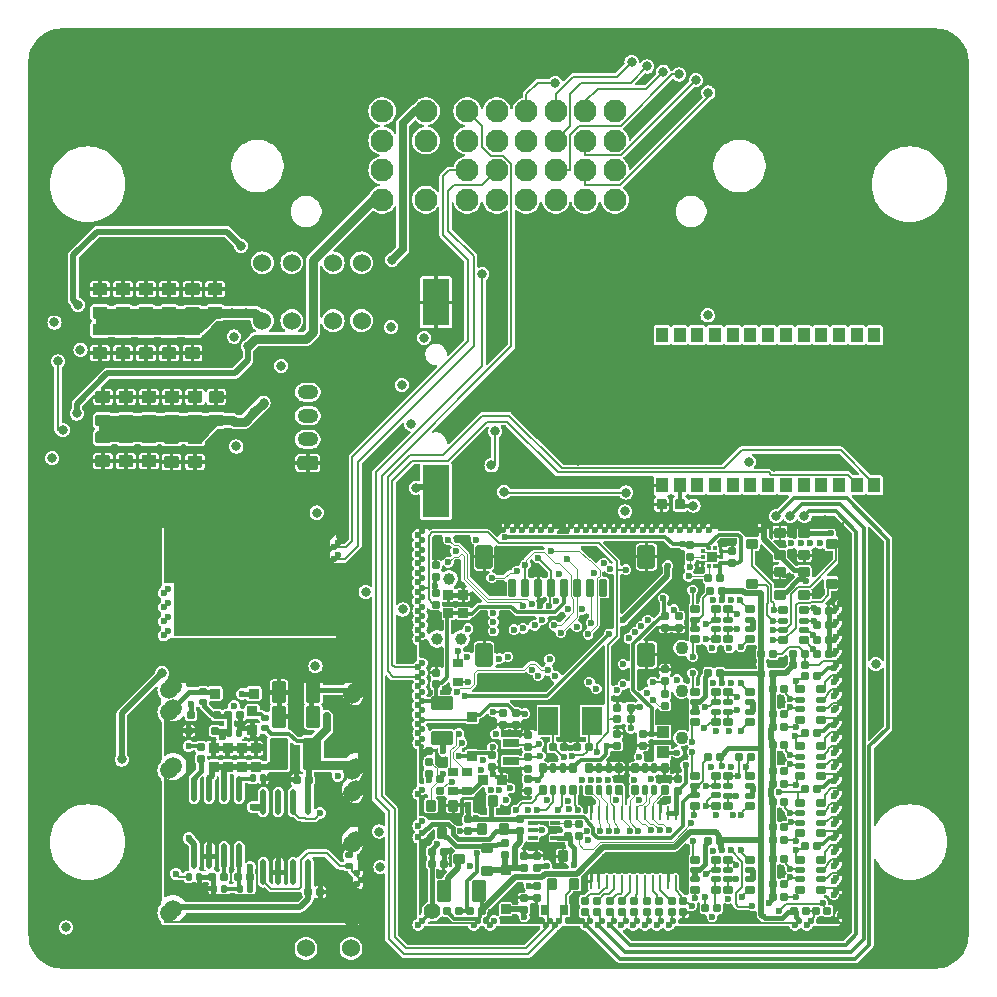
<source format=gbl>
G75*
G70*
%OFA0B0*%
%FSLAX25Y25*%
%IPPOS*%
%LPD*%
%AMOC8*
5,1,8,0,0,1.08239X$1,22.5*
%
%AMM100*
21,1,0.035430,0.030320,-0.000000,0.000000,0.000000*
21,1,0.028350,0.037400,-0.000000,0.000000,0.000000*
1,1,0.007090,0.014170,-0.015160*
1,1,0.007090,-0.014170,-0.015160*
1,1,0.007090,-0.014170,0.015160*
1,1,0.007090,0.014170,0.015160*
%
%AMM103*
21,1,0.027560,0.030710,-0.000000,0.000000,90.000000*
21,1,0.022050,0.036220,-0.000000,0.000000,90.000000*
1,1,0.005510,0.015350,0.011020*
1,1,0.005510,0.015350,-0.011020*
1,1,0.005510,-0.015350,-0.011020*
1,1,0.005510,-0.015350,0.011020*
%
%AMM124*
21,1,0.033470,0.026770,-0.000000,0.000000,180.000000*
21,1,0.026770,0.033470,-0.000000,0.000000,180.000000*
1,1,0.006690,-0.013390,0.013390*
1,1,0.006690,0.013390,0.013390*
1,1,0.006690,0.013390,-0.013390*
1,1,0.006690,-0.013390,-0.013390*
%
%AMM125*
21,1,0.025590,0.026380,-0.000000,0.000000,90.000000*
21,1,0.020470,0.031500,-0.000000,0.000000,90.000000*
1,1,0.005120,0.013190,0.010240*
1,1,0.005120,0.013190,-0.010240*
1,1,0.005120,-0.013190,-0.010240*
1,1,0.005120,-0.013190,0.010240*
%
%AMM126*
21,1,0.017720,0.027950,-0.000000,0.000000,90.000000*
21,1,0.014170,0.031500,-0.000000,0.000000,90.000000*
1,1,0.003540,0.013980,0.007090*
1,1,0.003540,0.013980,-0.007090*
1,1,0.003540,-0.013980,-0.007090*
1,1,0.003540,-0.013980,0.007090*
%
%AMM127*
21,1,0.033470,0.026770,-0.000000,0.000000,90.000000*
21,1,0.026770,0.033470,-0.000000,0.000000,90.000000*
1,1,0.006690,0.013390,0.013390*
1,1,0.006690,0.013390,-0.013390*
1,1,0.006690,-0.013390,-0.013390*
1,1,0.006690,-0.013390,0.013390*
%
%AMM128*
21,1,0.078740,0.045670,-0.000000,0.000000,270.000000*
21,1,0.067320,0.057090,-0.000000,0.000000,270.000000*
1,1,0.011420,-0.022840,-0.033660*
1,1,0.011420,-0.022840,0.033660*
1,1,0.011420,0.022840,0.033660*
1,1,0.011420,0.022840,-0.033660*
%
%AMM129*
21,1,0.059060,0.020470,-0.000000,0.000000,270.000000*
21,1,0.053940,0.025590,-0.000000,0.000000,270.000000*
1,1,0.005120,-0.010240,-0.026970*
1,1,0.005120,-0.010240,0.026970*
1,1,0.005120,0.010240,0.026970*
1,1,0.005120,0.010240,-0.026970*
%
%AMM130*
21,1,0.035430,0.030320,-0.000000,0.000000,270.000000*
21,1,0.028350,0.037400,-0.000000,0.000000,270.000000*
1,1,0.007090,-0.015160,-0.014170*
1,1,0.007090,-0.015160,0.014170*
1,1,0.007090,0.015160,0.014170*
1,1,0.007090,0.015160,-0.014170*
%
%AMM131*
21,1,0.012600,0.028980,-0.000000,0.000000,270.000000*
21,1,0.010080,0.031500,-0.000000,0.000000,270.000000*
1,1,0.002520,-0.014490,-0.005040*
1,1,0.002520,-0.014490,0.005040*
1,1,0.002520,0.014490,0.005040*
1,1,0.002520,0.014490,-0.005040*
%
%AMM132*
21,1,0.070870,0.036220,-0.000000,0.000000,90.000000*
21,1,0.061810,0.045280,-0.000000,0.000000,90.000000*
1,1,0.009060,0.018110,0.030910*
1,1,0.009060,0.018110,-0.030910*
1,1,0.009060,-0.018110,-0.030910*
1,1,0.009060,-0.018110,0.030910*
%
%AMM133*
21,1,0.035830,0.026770,-0.000000,0.000000,90.000000*
21,1,0.029130,0.033470,-0.000000,0.000000,90.000000*
1,1,0.006690,0.013390,0.014570*
1,1,0.006690,0.013390,-0.014570*
1,1,0.006690,-0.013390,-0.014570*
1,1,0.006690,-0.013390,0.014570*
%
%AMM134*
21,1,0.027560,0.049610,-0.000000,0.000000,90.000000*
21,1,0.022050,0.055120,-0.000000,0.000000,90.000000*
1,1,0.005510,0.024800,0.011020*
1,1,0.005510,0.024800,-0.011020*
1,1,0.005510,-0.024800,-0.011020*
1,1,0.005510,-0.024800,0.011020*
%
%AMM135*
21,1,0.070870,0.036220,-0.000000,0.000000,180.000000*
21,1,0.061810,0.045280,-0.000000,0.000000,180.000000*
1,1,0.009060,-0.030910,0.018110*
1,1,0.009060,0.030910,0.018110*
1,1,0.009060,0.030910,-0.018110*
1,1,0.009060,-0.030910,-0.018110*
%
%AMM136*
21,1,0.027560,0.030710,-0.000000,0.000000,180.000000*
21,1,0.022050,0.036220,-0.000000,0.000000,180.000000*
1,1,0.005510,-0.011020,0.015350*
1,1,0.005510,0.011020,0.015350*
1,1,0.005510,0.011020,-0.015350*
1,1,0.005510,-0.011020,-0.015350*
%
%AMM42*
21,1,0.035830,0.026770,0.000000,0.000000,0.000000*
21,1,0.029130,0.033470,0.000000,0.000000,0.000000*
1,1,0.006690,0.014570,-0.013390*
1,1,0.006690,-0.014570,-0.013390*
1,1,0.006690,-0.014570,0.013390*
1,1,0.006690,0.014570,0.013390*
%
%AMM44*
21,1,0.070870,0.036220,0.000000,0.000000,90.000000*
21,1,0.061810,0.045280,0.000000,0.000000,90.000000*
1,1,0.009060,0.018110,0.030910*
1,1,0.009060,0.018110,-0.030910*
1,1,0.009060,-0.018110,-0.030910*
1,1,0.009060,-0.018110,0.030910*
%
%AMM66*
21,1,0.023620,0.018900,0.000000,0.000000,90.000000*
21,1,0.018900,0.023620,0.000000,0.000000,90.000000*
1,1,0.004720,0.009450,0.009450*
1,1,0.004720,0.009450,-0.009450*
1,1,0.004720,-0.009450,-0.009450*
1,1,0.004720,-0.009450,0.009450*
%
%AMM67*
21,1,0.019680,0.019680,0.000000,0.000000,0.000000*
21,1,0.015750,0.023620,0.000000,0.000000,0.000000*
1,1,0.003940,0.007870,-0.009840*
1,1,0.003940,-0.007870,-0.009840*
1,1,0.003940,-0.007870,0.009840*
1,1,0.003940,0.007870,0.009840*
%
%AMM68*
21,1,0.019680,0.019680,0.000000,0.000000,270.000000*
21,1,0.015750,0.023620,0.000000,0.000000,270.000000*
1,1,0.003940,-0.009840,-0.007870*
1,1,0.003940,-0.009840,0.007870*
1,1,0.003940,0.009840,0.007870*
1,1,0.003940,0.009840,-0.007870*
%
%AMM82*
21,1,0.106300,0.050390,0.000000,0.000000,90.000000*
21,1,0.093700,0.062990,0.000000,0.000000,90.000000*
1,1,0.012600,0.025200,0.046850*
1,1,0.012600,0.025200,-0.046850*
1,1,0.012600,-0.025200,-0.046850*
1,1,0.012600,-0.025200,0.046850*
%
%AMM83*
21,1,0.033470,0.026770,0.000000,0.000000,270.000000*
21,1,0.026770,0.033470,0.000000,0.000000,270.000000*
1,1,0.006690,-0.013390,-0.013390*
1,1,0.006690,-0.013390,0.013390*
1,1,0.006690,0.013390,0.013390*
1,1,0.006690,0.013390,-0.013390*
%
%AMM84*
21,1,0.023620,0.018900,0.000000,0.000000,180.000000*
21,1,0.018900,0.023620,0.000000,0.000000,180.000000*
1,1,0.004720,-0.009450,0.009450*
1,1,0.004720,0.009450,0.009450*
1,1,0.004720,0.009450,-0.009450*
1,1,0.004720,-0.009450,-0.009450*
%
%AMM85*
21,1,0.122050,0.075590,0.000000,0.000000,180.000000*
21,1,0.103150,0.094490,0.000000,0.000000,180.000000*
1,1,0.018900,-0.051580,0.037800*
1,1,0.018900,0.051580,0.037800*
1,1,0.018900,0.051580,-0.037800*
1,1,0.018900,-0.051580,-0.037800*
%
%AMM86*
21,1,0.118110,0.083460,0.000000,0.000000,0.000000*
21,1,0.097240,0.104330,0.000000,0.000000,0.000000*
1,1,0.020870,0.048620,-0.041730*
1,1,0.020870,-0.048620,-0.041730*
1,1,0.020870,-0.048620,0.041730*
1,1,0.020870,0.048620,0.041730*
%
%AMM92*
21,1,0.025590,0.026380,-0.000000,0.000000,0.000000*
21,1,0.020470,0.031500,-0.000000,0.000000,0.000000*
1,1,0.005120,0.010240,-0.013190*
1,1,0.005120,-0.010240,-0.013190*
1,1,0.005120,-0.010240,0.013190*
1,1,0.005120,0.010240,0.013190*
%
%AMM93*
21,1,0.017720,0.027950,-0.000000,0.000000,0.000000*
21,1,0.014170,0.031500,-0.000000,0.000000,0.000000*
1,1,0.003540,0.007090,-0.013980*
1,1,0.003540,-0.007090,-0.013980*
1,1,0.003540,-0.007090,0.013980*
1,1,0.003540,0.007090,0.013980*
%
%AMM96*
21,1,0.027560,0.018900,-0.000000,0.000000,180.000000*
21,1,0.022840,0.023620,-0.000000,0.000000,180.000000*
1,1,0.004720,-0.011420,0.009450*
1,1,0.004720,0.011420,0.009450*
1,1,0.004720,0.011420,-0.009450*
1,1,0.004720,-0.011420,-0.009450*
%
%AMM98*
21,1,0.027560,0.018900,-0.000000,0.000000,270.000000*
21,1,0.022840,0.023620,-0.000000,0.000000,270.000000*
1,1,0.004720,-0.009450,-0.011420*
1,1,0.004720,-0.009450,0.011420*
1,1,0.004720,0.009450,0.011420*
1,1,0.004720,0.009450,-0.011420*
%
%ADD10C,0.00787*%
%ADD100C,0.00492*%
%ADD101C,0.01575*%
%ADD102C,0.01260*%
%ADD103C,0.04331*%
%ADD104C,0.03900*%
%ADD105C,0.05512*%
%ADD12C,0.06000*%
%ADD142R,0.01378X0.01476*%
%ADD143R,0.01968X0.01968*%
%ADD147M42*%
%ADD149R,0.01476X0.01378*%
%ADD152M44*%
%ADD16O,0.06890X0.04724*%
%ADD17C,0.02362*%
%ADD18R,0.14567X0.00787*%
%ADD182M66*%
%ADD183M67*%
%ADD184M68*%
%ADD185O,0.00787X0.40158*%
%ADD19R,0.01575X0.00787*%
%ADD20R,0.06299X0.00787*%
%ADD201M82*%
%ADD202M83*%
%ADD203M84*%
%ADD204O,0.01968X0.08661*%
%ADD205M85*%
%ADD206M86*%
%ADD21R,0.38189X0.00787*%
%ADD213M92*%
%ADD214M93*%
%ADD218M96*%
%ADD22R,0.09055X0.00787*%
%ADD220M98*%
%ADD222M100*%
%ADD226M103*%
%ADD23R,0.00787X0.05512*%
%ADD24R,0.00787X0.25197*%
%ADD249M124*%
%ADD25R,0.00787X0.06693*%
%ADD250M125*%
%ADD251M126*%
%ADD252M127*%
%ADD253M128*%
%ADD254M129*%
%ADD255M130*%
%ADD256M131*%
%ADD257O,0.00984X0.04961*%
%ADD258M132*%
%ADD259M133*%
%ADD26R,0.00787X0.12992*%
%ADD260R,0.06693X0.09449*%
%ADD261M134*%
%ADD262R,0.04331X0.03937*%
%ADD263M135*%
%ADD264M136*%
%ADD27R,0.27559X0.00787*%
%ADD28R,0.12992X0.00787*%
%ADD29R,0.24803X0.00787*%
%ADD30C,0.07677*%
%ADD31R,0.00984X0.24350*%
%ADD32R,0.00984X0.04390*%
%ADD33R,0.56201X0.00984*%
%ADD34R,0.59449X0.00984*%
%ADD35R,0.00984X0.20374*%
%ADD37C,0.05906*%
%ADD38O,0.00787X0.12992*%
%ADD39O,0.00787X0.40157*%
%ADD40O,0.00787X0.01181*%
%ADD41O,0.66929X0.00787*%
%ADD42O,0.60630X0.00787*%
%ADD43O,0.00787X0.18898*%
%ADD44O,0.00787X0.10236*%
%ADD45O,0.00787X0.03937*%
%ADD46O,0.00787X0.05906*%
%ADD47C,0.03150*%
%ADD48C,0.01969*%
%ADD49C,0.00591*%
%ADD50C,0.01181*%
%ADD51C,0.02756*%
%ADD56C,0.00984*%
%ADD62R,0.03937X0.05118*%
%ADD63R,0.09055X0.17323*%
%ADD64R,0.09055X0.15748*%
%ADD66C,0.01968*%
X0000000Y0000000D02*
%LPD*%
G01*
D12*
X0111811Y0236024D03*
X0111811Y0216732D03*
G36*
G01*
X0096358Y0166929D02*
X0091437Y0166929D01*
G75*
G02*
X0090453Y0167913I0000000J0000984D01*
G01*
X0090453Y0170669D01*
G75*
G02*
X0091437Y0171653I0000984J0000000D01*
G01*
X0096358Y0171653D01*
G75*
G02*
X0097342Y0170669I0000000J-000984D01*
G01*
X0097342Y0167913D01*
G75*
G02*
X0096358Y0166929I-000984J0000000D01*
G01*
G37*
D16*
X0093898Y0177165D03*
X0093898Y0185039D03*
X0093898Y0192913D03*
D17*
X0244488Y0146850D03*
X0227559Y0146850D03*
X0224409Y0146850D03*
X0221260Y0146850D03*
X0218110Y0146850D03*
X0214961Y0146850D03*
X0211811Y0146850D03*
X0208661Y0146850D03*
X0205512Y0146850D03*
X0202362Y0146850D03*
X0199213Y0146850D03*
X0196063Y0146850D03*
X0192913Y0146850D03*
X0189764Y0146850D03*
X0186614Y0146850D03*
X0183465Y0146850D03*
X0180315Y0146850D03*
X0174803Y0146850D03*
X0171653Y0146850D03*
X0168504Y0146850D03*
X0165354Y0146850D03*
X0162205Y0146850D03*
X0159055Y0146850D03*
D18*
X0139961Y0014567D03*
D19*
X0151968Y0014567D03*
D18*
X0163976Y0014567D03*
D20*
X0181496Y0014567D03*
D21*
X0235236Y0014567D03*
D22*
X0266732Y0014567D03*
D23*
X0270866Y0021654D03*
D24*
X0129921Y0029921D03*
D25*
X0129921Y0053740D03*
D26*
X0129921Y0067520D03*
D23*
X0129921Y0105905D03*
D24*
X0270866Y0135433D03*
D27*
X0143307Y0147638D03*
D19*
X0177559Y0147638D03*
D28*
X0236024Y0147638D03*
D29*
X0258858Y0147638D03*
D17*
X0130709Y0145276D03*
X0130709Y0142126D03*
X0130709Y0138976D03*
X0130709Y0135827D03*
X0130709Y0132677D03*
X0130709Y0129528D03*
X0130709Y0126378D03*
X0130709Y0123228D03*
X0130709Y0120079D03*
X0130709Y0116929D03*
X0130709Y0113780D03*
X0130709Y0110630D03*
X0130709Y0101181D03*
X0130709Y0098031D03*
X0130709Y0094882D03*
X0130709Y0091732D03*
X0130709Y0088583D03*
X0130709Y0085433D03*
X0130709Y0082283D03*
X0130709Y0079134D03*
X0130709Y0075984D03*
X0130709Y0059055D03*
X0130709Y0048425D03*
X0130709Y0044488D03*
X0130709Y0015354D03*
X0270079Y0120866D03*
X0270079Y0116142D03*
X0270079Y0111417D03*
X0270079Y0106693D03*
X0270079Y0101968D03*
X0270079Y0097244D03*
X0270079Y0092520D03*
X0270079Y0087795D03*
X0270079Y0083071D03*
X0270079Y0078346D03*
X0270079Y0073622D03*
X0270079Y0068898D03*
X0270079Y0064173D03*
X0270079Y0059449D03*
X0270079Y0054724D03*
X0270079Y0050000D03*
X0270079Y0045276D03*
X0270079Y0040551D03*
X0270079Y0035827D03*
X0270079Y0031102D03*
X0270079Y0026378D03*
X0270079Y0016929D03*
X0260236Y0015354D03*
X0256299Y0015354D03*
X0214173Y0015354D03*
X0210236Y0015354D03*
X0206299Y0015354D03*
X0202362Y0015354D03*
X0198425Y0015354D03*
X0194488Y0015354D03*
X0190551Y0015354D03*
X0186614Y0015354D03*
X0176378Y0015354D03*
X0173228Y0015354D03*
X0154724Y0015354D03*
X0149213Y0015354D03*
D30*
X0196260Y0257087D03*
X0196260Y0266929D03*
X0196260Y0276772D03*
X0196260Y0286614D03*
X0186417Y0257087D03*
X0186417Y0266929D03*
X0186417Y0276772D03*
X0186417Y0286614D03*
X0176575Y0257087D03*
X0176575Y0266929D03*
X0176575Y0276772D03*
X0176575Y0286614D03*
X0166732Y0257087D03*
X0166732Y0266929D03*
X0166732Y0276772D03*
X0166732Y0286614D03*
X0156890Y0257087D03*
X0156890Y0266929D03*
X0156890Y0276772D03*
X0156890Y0286614D03*
X0147047Y0257087D03*
X0147047Y0266929D03*
X0147047Y0276772D03*
X0147047Y0286614D03*
X0133268Y0257087D03*
X0133268Y0266929D03*
X0133268Y0276772D03*
X0133268Y0286614D03*
X0118701Y0257087D03*
X0118701Y0266929D03*
X0118701Y0276772D03*
X0118701Y0286614D03*
D12*
X0088583Y0236024D03*
X0088583Y0216732D03*
X0093287Y0007480D03*
X0108287Y0007480D03*
X0078740Y0236024D03*
X0078740Y0216732D03*
X0102362Y0236024D03*
X0102362Y0216732D03*
D17*
X0045915Y0121260D03*
X0045915Y0125984D03*
X0045915Y0116535D03*
X0045915Y0111811D03*
D31*
X0103592Y0122313D03*
D32*
X0103592Y0146132D03*
D33*
X0075984Y0110630D03*
D34*
X0074360Y0147835D03*
D35*
X0045128Y0138140D03*
D17*
X0102707Y0137244D03*
X0102707Y0141181D03*
D37*
X0108563Y0091831D03*
X0108563Y0066634D03*
X0108563Y0059153D03*
X0108563Y0042224D03*
D17*
X0110335Y0032776D03*
X0110335Y0028839D03*
D38*
X0044980Y0076673D03*
D39*
X0044980Y0043209D03*
D40*
X0044980Y0015256D03*
D41*
X0078051Y0015059D03*
D42*
X0081201Y0096161D03*
D37*
X0108563Y0017618D03*
D40*
X0111122Y0095965D03*
D43*
X0111122Y0079429D03*
D44*
X0111122Y0050492D03*
D45*
X0111122Y0036713D03*
D46*
X0111122Y0023720D03*
D37*
X0047539Y0093602D03*
X0047539Y0086319D03*
X0047539Y0066831D03*
X0047539Y0019390D03*
G36*
G01*
X0057579Y0203996D02*
X0053445Y0203996D01*
G75*
G02*
X0053051Y0204390I0000000J0000394D01*
G01*
X0053051Y0207539D01*
G75*
G02*
X0053445Y0207933I0000394J0000000D01*
G01*
X0057579Y0207933D01*
G75*
G02*
X0057973Y0207539I0000000J-000394D01*
G01*
X0057973Y0204390D01*
G75*
G02*
X0057579Y0203996I-000394J0000000D01*
G01*
G37*
G36*
G01*
X0057579Y0211870D02*
X0053445Y0211870D01*
G75*
G02*
X0053051Y0212264I0000000J0000394D01*
G01*
X0053051Y0215413D01*
G75*
G02*
X0053445Y0215807I0000394J0000000D01*
G01*
X0057579Y0215807D01*
G75*
G02*
X0057973Y0215413I0000000J-000394D01*
G01*
X0057973Y0212264D01*
G75*
G02*
X0057579Y0211870I-000394J0000000D01*
G01*
G37*
G36*
G01*
X0042028Y0203937D02*
X0037894Y0203937D01*
G75*
G02*
X0037500Y0204331I0000000J0000394D01*
G01*
X0037500Y0207480D01*
G75*
G02*
X0037894Y0207874I0000394J0000000D01*
G01*
X0042028Y0207874D01*
G75*
G02*
X0042421Y0207480I0000000J-000394D01*
G01*
X0042421Y0204331D01*
G75*
G02*
X0042028Y0203937I-000394J0000000D01*
G01*
G37*
G36*
G01*
X0042028Y0211811D02*
X0037894Y0211811D01*
G75*
G02*
X0037500Y0212205I0000000J0000394D01*
G01*
X0037500Y0215354D01*
G75*
G02*
X0037894Y0215748I0000394J0000000D01*
G01*
X0042028Y0215748D01*
G75*
G02*
X0042421Y0215354I0000000J-000394D01*
G01*
X0042421Y0212205D01*
G75*
G02*
X0042028Y0211811I-000394J0000000D01*
G01*
G37*
G36*
G01*
X0037894Y0229252D02*
X0042028Y0229252D01*
G75*
G02*
X0042421Y0228858I0000000J-000394D01*
G01*
X0042421Y0225709D01*
G75*
G02*
X0042028Y0225315I-000394J0000000D01*
G01*
X0037894Y0225315D01*
G75*
G02*
X0037500Y0225709I0000000J0000394D01*
G01*
X0037500Y0228858D01*
G75*
G02*
X0037894Y0229252I0000394J0000000D01*
G01*
G37*
G36*
G01*
X0037894Y0221378D02*
X0042028Y0221378D01*
G75*
G02*
X0042421Y0220984I0000000J-000394D01*
G01*
X0042421Y0217835D01*
G75*
G02*
X0042028Y0217441I-000394J0000000D01*
G01*
X0037894Y0217441D01*
G75*
G02*
X0037500Y0217835I0000000J0000394D01*
G01*
X0037500Y0220984D01*
G75*
G02*
X0037894Y0221378I0000394J0000000D01*
G01*
G37*
G36*
G01*
X0038878Y0193307D02*
X0043012Y0193307D01*
G75*
G02*
X0043405Y0192913I0000000J-000394D01*
G01*
X0043405Y0189764D01*
G75*
G02*
X0043012Y0189370I-000394J0000000D01*
G01*
X0038878Y0189370D01*
G75*
G02*
X0038484Y0189764I0000000J0000394D01*
G01*
X0038484Y0192913D01*
G75*
G02*
X0038878Y0193307I0000394J0000000D01*
G01*
G37*
G36*
G01*
X0038878Y0185433D02*
X0043012Y0185433D01*
G75*
G02*
X0043405Y0185039I0000000J-000394D01*
G01*
X0043405Y0181890D01*
G75*
G02*
X0043012Y0181496I-000394J0000000D01*
G01*
X0038878Y0181496D01*
G75*
G02*
X0038484Y0181890I0000000J0000394D01*
G01*
X0038484Y0185039D01*
G75*
G02*
X0038878Y0185433I0000394J0000000D01*
G01*
G37*
D62*
X0282776Y0161860D03*
X0276870Y0161860D03*
X0270965Y0161860D03*
X0265059Y0161860D03*
X0259153Y0161860D03*
X0253248Y0161860D03*
X0247342Y0161860D03*
X0241437Y0161860D03*
X0235531Y0161860D03*
X0229626Y0161860D03*
X0223720Y0161860D03*
X0217815Y0161860D03*
X0211909Y0161860D03*
X0211909Y0211860D03*
X0217815Y0211860D03*
X0223720Y0211860D03*
X0229626Y0211860D03*
X0235531Y0211860D03*
X0241437Y0211860D03*
X0247342Y0211860D03*
X0253248Y0211860D03*
X0259153Y0211860D03*
X0265059Y0211860D03*
X0270965Y0211860D03*
X0276870Y0211860D03*
X0282776Y0211860D03*
G36*
G01*
X0210177Y0154173D02*
X0210177Y0156850D01*
G75*
G02*
X0210512Y0157185I0000335J0000000D01*
G01*
X0213189Y0157185D01*
G75*
G02*
X0213524Y0156850I0000000J-000335D01*
G01*
X0213524Y0154173D01*
G75*
G02*
X0213189Y0153839I-000335J0000000D01*
G01*
X0210512Y0153839D01*
G75*
G02*
X0210177Y0154173I0000000J0000335D01*
G01*
G37*
G36*
G01*
X0216398Y0154173D02*
X0216398Y0156850D01*
G75*
G02*
X0216732Y0157185I0000335J0000000D01*
G01*
X0219409Y0157185D01*
G75*
G02*
X0219744Y0156850I0000000J-000335D01*
G01*
X0219744Y0154173D01*
G75*
G02*
X0219409Y0153839I-000335J0000000D01*
G01*
X0216732Y0153839D01*
G75*
G02*
X0216398Y0154173I0000000J0000335D01*
G01*
G37*
G36*
G01*
X0043012Y0167992D02*
X0038878Y0167992D01*
G75*
G02*
X0038484Y0168386I0000000J0000394D01*
G01*
X0038484Y0171535D01*
G75*
G02*
X0038878Y0171929I0000394J0000000D01*
G01*
X0043012Y0171929D01*
G75*
G02*
X0043405Y0171535I0000000J-000394D01*
G01*
X0043405Y0168386D01*
G75*
G02*
X0043012Y0167992I-000394J0000000D01*
G01*
G37*
G36*
G01*
X0043012Y0175866D02*
X0038878Y0175866D01*
G75*
G02*
X0038484Y0176260I0000000J0000394D01*
G01*
X0038484Y0179409D01*
G75*
G02*
X0038878Y0179803I0000394J0000000D01*
G01*
X0043012Y0179803D01*
G75*
G02*
X0043405Y0179409I0000000J-000394D01*
G01*
X0043405Y0176260D01*
G75*
G02*
X0043012Y0175866I-000394J0000000D01*
G01*
G37*
G36*
G01*
X0035335Y0167992D02*
X0031201Y0167992D01*
G75*
G02*
X0030807Y0168386I0000000J0000394D01*
G01*
X0030807Y0171535D01*
G75*
G02*
X0031201Y0171929I0000394J0000000D01*
G01*
X0035335Y0171929D01*
G75*
G02*
X0035728Y0171535I0000000J-000394D01*
G01*
X0035728Y0168386D01*
G75*
G02*
X0035335Y0167992I-000394J0000000D01*
G01*
G37*
G36*
G01*
X0035335Y0175866D02*
X0031201Y0175866D01*
G75*
G02*
X0030807Y0176260I0000000J0000394D01*
G01*
X0030807Y0179409D01*
G75*
G02*
X0031201Y0179803I0000394J0000000D01*
G01*
X0035335Y0179803D01*
G75*
G02*
X0035728Y0179409I0000000J-000394D01*
G01*
X0035728Y0176260D01*
G75*
G02*
X0035335Y0175866I-000394J0000000D01*
G01*
G37*
G36*
G01*
X0026673Y0203937D02*
X0022540Y0203937D01*
G75*
G02*
X0022146Y0204331I0000000J0000394D01*
G01*
X0022146Y0207480D01*
G75*
G02*
X0022540Y0207874I0000394J0000000D01*
G01*
X0026673Y0207874D01*
G75*
G02*
X0027067Y0207480I0000000J-000394D01*
G01*
X0027067Y0204331D01*
G75*
G02*
X0026673Y0203937I-000394J0000000D01*
G01*
G37*
G36*
G01*
X0026673Y0211811D02*
X0022540Y0211811D01*
G75*
G02*
X0022146Y0212205I0000000J0000394D01*
G01*
X0022146Y0215354D01*
G75*
G02*
X0022540Y0215748I0000394J0000000D01*
G01*
X0026673Y0215748D01*
G75*
G02*
X0027067Y0215354I0000000J-000394D01*
G01*
X0027067Y0212205D01*
G75*
G02*
X0026673Y0211811I-000394J0000000D01*
G01*
G37*
G36*
G01*
X0049705Y0203937D02*
X0045571Y0203937D01*
G75*
G02*
X0045177Y0204331I0000000J0000394D01*
G01*
X0045177Y0207480D01*
G75*
G02*
X0045571Y0207874I0000394J0000000D01*
G01*
X0049705Y0207874D01*
G75*
G02*
X0050098Y0207480I0000000J-000394D01*
G01*
X0050098Y0204331D01*
G75*
G02*
X0049705Y0203937I-000394J0000000D01*
G01*
G37*
G36*
G01*
X0049705Y0211811D02*
X0045571Y0211811D01*
G75*
G02*
X0045177Y0212205I0000000J0000394D01*
G01*
X0045177Y0215354D01*
G75*
G02*
X0045571Y0215748I0000394J0000000D01*
G01*
X0049705Y0215748D01*
G75*
G02*
X0050098Y0215354I0000000J-000394D01*
G01*
X0050098Y0212205D01*
G75*
G02*
X0049705Y0211811I-000394J0000000D01*
G01*
G37*
G36*
G01*
X0034350Y0203937D02*
X0030217Y0203937D01*
G75*
G02*
X0029823Y0204331I0000000J0000394D01*
G01*
X0029823Y0207480D01*
G75*
G02*
X0030217Y0207874I0000394J0000000D01*
G01*
X0034350Y0207874D01*
G75*
G02*
X0034744Y0207480I0000000J-000394D01*
G01*
X0034744Y0204331D01*
G75*
G02*
X0034350Y0203937I-000394J0000000D01*
G01*
G37*
G36*
G01*
X0034350Y0211811D02*
X0030217Y0211811D01*
G75*
G02*
X0029823Y0212205I0000000J0000394D01*
G01*
X0029823Y0215354D01*
G75*
G02*
X0030217Y0215748I0000394J0000000D01*
G01*
X0034350Y0215748D01*
G75*
G02*
X0034744Y0215354I0000000J-000394D01*
G01*
X0034744Y0212205D01*
G75*
G02*
X0034350Y0211811I-000394J0000000D01*
G01*
G37*
G36*
G01*
X0060925Y0229252D02*
X0065059Y0229252D01*
G75*
G02*
X0065453Y0228858I0000000J-000394D01*
G01*
X0065453Y0225709D01*
G75*
G02*
X0065059Y0225315I-000394J0000000D01*
G01*
X0060925Y0225315D01*
G75*
G02*
X0060532Y0225709I0000000J0000394D01*
G01*
X0060532Y0228858D01*
G75*
G02*
X0060925Y0229252I0000394J0000000D01*
G01*
G37*
G36*
G01*
X0060925Y0221378D02*
X0065059Y0221378D01*
G75*
G02*
X0065453Y0220984I0000000J-000394D01*
G01*
X0065453Y0217835D01*
G75*
G02*
X0065059Y0217441I-000394J0000000D01*
G01*
X0060925Y0217441D01*
G75*
G02*
X0060532Y0217835I0000000J0000394D01*
G01*
X0060532Y0220984D01*
G75*
G02*
X0060925Y0221378I0000394J0000000D01*
G01*
G37*
G36*
G01*
X0023524Y0193307D02*
X0027658Y0193307D01*
G75*
G02*
X0028051Y0192913I0000000J-000394D01*
G01*
X0028051Y0189764D01*
G75*
G02*
X0027658Y0189370I-000394J0000000D01*
G01*
X0023524Y0189370D01*
G75*
G02*
X0023130Y0189764I0000000J0000394D01*
G01*
X0023130Y0192913D01*
G75*
G02*
X0023524Y0193307I0000394J0000000D01*
G01*
G37*
G36*
G01*
X0023524Y0185433D02*
X0027658Y0185433D01*
G75*
G02*
X0028051Y0185039I0000000J-000394D01*
G01*
X0028051Y0181890D01*
G75*
G02*
X0027658Y0181496I-000394J0000000D01*
G01*
X0023524Y0181496D01*
G75*
G02*
X0023130Y0181890I0000000J0000394D01*
G01*
X0023130Y0185039D01*
G75*
G02*
X0023524Y0185433I0000394J0000000D01*
G01*
G37*
G36*
G01*
X0027658Y0167992D02*
X0023524Y0167992D01*
G75*
G02*
X0023130Y0168386I0000000J0000394D01*
G01*
X0023130Y0171535D01*
G75*
G02*
X0023524Y0171929I0000394J0000000D01*
G01*
X0027658Y0171929D01*
G75*
G02*
X0028051Y0171535I0000000J-000394D01*
G01*
X0028051Y0168386D01*
G75*
G02*
X0027658Y0167992I-000394J0000000D01*
G01*
G37*
G36*
G01*
X0027658Y0175866D02*
X0023524Y0175866D01*
G75*
G02*
X0023130Y0176260I0000000J0000394D01*
G01*
X0023130Y0179409D01*
G75*
G02*
X0023524Y0179803I0000394J0000000D01*
G01*
X0027658Y0179803D01*
G75*
G02*
X0028051Y0179409I0000000J-000394D01*
G01*
X0028051Y0176260D01*
G75*
G02*
X0027658Y0175866I-000394J0000000D01*
G01*
G37*
G36*
G01*
X0054232Y0193307D02*
X0058366Y0193307D01*
G75*
G02*
X0058760Y0192913I0000000J-000394D01*
G01*
X0058760Y0189764D01*
G75*
G02*
X0058366Y0189370I-000394J0000000D01*
G01*
X0054232Y0189370D01*
G75*
G02*
X0053838Y0189764I0000000J0000394D01*
G01*
X0053838Y0192913D01*
G75*
G02*
X0054232Y0193307I0000394J0000000D01*
G01*
G37*
G36*
G01*
X0054232Y0185433D02*
X0058366Y0185433D01*
G75*
G02*
X0058760Y0185039I0000000J-000394D01*
G01*
X0058760Y0181890D01*
G75*
G02*
X0058366Y0181496I-000394J0000000D01*
G01*
X0054232Y0181496D01*
G75*
G02*
X0053838Y0181890I0000000J0000394D01*
G01*
X0053838Y0185039D01*
G75*
G02*
X0054232Y0185433I0000394J0000000D01*
G01*
G37*
D63*
X0136614Y0159842D03*
D64*
X0136614Y0222834D03*
G36*
G01*
X0058366Y0167716D02*
X0054232Y0167716D01*
G75*
G02*
X0053839Y0168110I0000000J0000394D01*
G01*
X0053839Y0171260D01*
G75*
G02*
X0054232Y0171653I0000394J0000000D01*
G01*
X0058366Y0171653D01*
G75*
G02*
X0058760Y0171260I0000000J-000394D01*
G01*
X0058760Y0168110D01*
G75*
G02*
X0058366Y0167716I-000394J0000000D01*
G01*
G37*
G36*
G01*
X0058366Y0175591D02*
X0054232Y0175591D01*
G75*
G02*
X0053839Y0175984I0000000J0000394D01*
G01*
X0053839Y0179134D01*
G75*
G02*
X0054232Y0179528I0000394J0000000D01*
G01*
X0058366Y0179528D01*
G75*
G02*
X0058760Y0179134I0000000J-000394D01*
G01*
X0058760Y0175984D01*
G75*
G02*
X0058366Y0175591I-000394J0000000D01*
G01*
G37*
G36*
G01*
X0061319Y0193307D02*
X0065453Y0193307D01*
G75*
G02*
X0065846Y0192913I0000000J-000394D01*
G01*
X0065846Y0189764D01*
G75*
G02*
X0065453Y0189370I-000394J0000000D01*
G01*
X0061319Y0189370D01*
G75*
G02*
X0060925Y0189764I0000000J0000394D01*
G01*
X0060925Y0192913D01*
G75*
G02*
X0061319Y0193307I0000394J0000000D01*
G01*
G37*
G36*
G01*
X0061319Y0185433D02*
X0065453Y0185433D01*
G75*
G02*
X0065846Y0185039I0000000J-000394D01*
G01*
X0065846Y0181890D01*
G75*
G02*
X0065453Y0181496I-000394J0000000D01*
G01*
X0061319Y0181496D01*
G75*
G02*
X0060925Y0181890I0000000J0000394D01*
G01*
X0060925Y0185039D01*
G75*
G02*
X0061319Y0185433I0000394J0000000D01*
G01*
G37*
G36*
G01*
X0046555Y0193307D02*
X0050689Y0193307D01*
G75*
G02*
X0051083Y0192913I0000000J-000394D01*
G01*
X0051083Y0189764D01*
G75*
G02*
X0050689Y0189370I-000394J0000000D01*
G01*
X0046555Y0189370D01*
G75*
G02*
X0046161Y0189764I0000000J0000394D01*
G01*
X0046161Y0192913D01*
G75*
G02*
X0046555Y0193307I0000394J0000000D01*
G01*
G37*
G36*
G01*
X0046555Y0185433D02*
X0050689Y0185433D01*
G75*
G02*
X0051083Y0185039I0000000J-000394D01*
G01*
X0051083Y0181890D01*
G75*
G02*
X0050689Y0181496I-000394J0000000D01*
G01*
X0046555Y0181496D01*
G75*
G02*
X0046161Y0181890I0000000J0000394D01*
G01*
X0046161Y0185039D01*
G75*
G02*
X0046555Y0185433I0000394J0000000D01*
G01*
G37*
G36*
G01*
X0050492Y0167716D02*
X0046358Y0167716D01*
G75*
G02*
X0045965Y0168110I0000000J0000394D01*
G01*
X0045965Y0171260D01*
G75*
G02*
X0046358Y0171653I0000394J0000000D01*
G01*
X0050492Y0171653D01*
G75*
G02*
X0050886Y0171260I0000000J-000394D01*
G01*
X0050886Y0168110D01*
G75*
G02*
X0050492Y0167716I-000394J0000000D01*
G01*
G37*
G36*
G01*
X0050492Y0175591D02*
X0046358Y0175591D01*
G75*
G02*
X0045965Y0175984I0000000J0000394D01*
G01*
X0045965Y0179134D01*
G75*
G02*
X0046358Y0179528I0000394J0000000D01*
G01*
X0050492Y0179528D01*
G75*
G02*
X0050886Y0179134I0000000J-000394D01*
G01*
X0050886Y0175984D01*
G75*
G02*
X0050492Y0175591I-000394J0000000D01*
G01*
G37*
G36*
G01*
X0022540Y0229252D02*
X0026673Y0229252D01*
G75*
G02*
X0027067Y0228858I0000000J-000394D01*
G01*
X0027067Y0225709D01*
G75*
G02*
X0026673Y0225315I-000394J0000000D01*
G01*
X0022540Y0225315D01*
G75*
G02*
X0022146Y0225709I0000000J0000394D01*
G01*
X0022146Y0228858D01*
G75*
G02*
X0022540Y0229252I0000394J0000000D01*
G01*
G37*
G36*
G01*
X0022540Y0221378D02*
X0026673Y0221378D01*
G75*
G02*
X0027067Y0220984I0000000J-000394D01*
G01*
X0027067Y0217835D01*
G75*
G02*
X0026673Y0217441I-000394J0000000D01*
G01*
X0022540Y0217441D01*
G75*
G02*
X0022146Y0217835I0000000J0000394D01*
G01*
X0022146Y0220984D01*
G75*
G02*
X0022540Y0221378I0000394J0000000D01*
G01*
G37*
G36*
G01*
X0045571Y0229252D02*
X0049705Y0229252D01*
G75*
G02*
X0050098Y0228858I0000000J-000394D01*
G01*
X0050098Y0225709D01*
G75*
G02*
X0049705Y0225315I-000394J0000000D01*
G01*
X0045571Y0225315D01*
G75*
G02*
X0045177Y0225709I0000000J0000394D01*
G01*
X0045177Y0228858D01*
G75*
G02*
X0045571Y0229252I0000394J0000000D01*
G01*
G37*
G36*
G01*
X0045571Y0221378D02*
X0049705Y0221378D01*
G75*
G02*
X0050098Y0220984I0000000J-000394D01*
G01*
X0050098Y0217835D01*
G75*
G02*
X0049705Y0217441I-000394J0000000D01*
G01*
X0045571Y0217441D01*
G75*
G02*
X0045177Y0217835I0000000J0000394D01*
G01*
X0045177Y0220984D01*
G75*
G02*
X0045571Y0221378I0000394J0000000D01*
G01*
G37*
G36*
G01*
X0030217Y0229252D02*
X0034350Y0229252D01*
G75*
G02*
X0034744Y0228858I0000000J-000394D01*
G01*
X0034744Y0225709D01*
G75*
G02*
X0034350Y0225315I-000394J0000000D01*
G01*
X0030217Y0225315D01*
G75*
G02*
X0029823Y0225709I0000000J0000394D01*
G01*
X0029823Y0228858D01*
G75*
G02*
X0030217Y0229252I0000394J0000000D01*
G01*
G37*
G36*
G01*
X0030217Y0221378D02*
X0034350Y0221378D01*
G75*
G02*
X0034744Y0220984I0000000J-000394D01*
G01*
X0034744Y0217835D01*
G75*
G02*
X0034350Y0217441I-000394J0000000D01*
G01*
X0030217Y0217441D01*
G75*
G02*
X0029823Y0217835I0000000J0000394D01*
G01*
X0029823Y0220984D01*
G75*
G02*
X0030217Y0221378I0000394J0000000D01*
G01*
G37*
G36*
G01*
X0053445Y0229193D02*
X0057579Y0229193D01*
G75*
G02*
X0057973Y0228799I0000000J-000394D01*
G01*
X0057973Y0225650D01*
G75*
G02*
X0057579Y0225256I-000394J0000000D01*
G01*
X0053445Y0225256D01*
G75*
G02*
X0053051Y0225650I0000000J0000394D01*
G01*
X0053051Y0228799D01*
G75*
G02*
X0053445Y0229193I0000394J0000000D01*
G01*
G37*
G36*
G01*
X0053445Y0221319D02*
X0057579Y0221319D01*
G75*
G02*
X0057973Y0220925I0000000J-000394D01*
G01*
X0057973Y0217776D01*
G75*
G02*
X0057579Y0217382I-000394J0000000D01*
G01*
X0053445Y0217382D01*
G75*
G02*
X0053051Y0217776I0000000J0000394D01*
G01*
X0053051Y0220925D01*
G75*
G02*
X0053445Y0221319I0000394J0000000D01*
G01*
G37*
G36*
G01*
X0031201Y0193307D02*
X0035335Y0193307D01*
G75*
G02*
X0035728Y0192913I0000000J-000394D01*
G01*
X0035728Y0189764D01*
G75*
G02*
X0035335Y0189370I-000394J0000000D01*
G01*
X0031201Y0189370D01*
G75*
G02*
X0030807Y0189764I0000000J0000394D01*
G01*
X0030807Y0192913D01*
G75*
G02*
X0031201Y0193307I0000394J0000000D01*
G01*
G37*
G36*
G01*
X0031201Y0185433D02*
X0035335Y0185433D01*
G75*
G02*
X0035728Y0185039I0000000J-000394D01*
G01*
X0035728Y0181890D01*
G75*
G02*
X0035335Y0181496I-000394J0000000D01*
G01*
X0031201Y0181496D01*
G75*
G02*
X0030807Y0181890I0000000J0000394D01*
G01*
X0030807Y0185039D01*
G75*
G02*
X0031201Y0185433I0000394J0000000D01*
G01*
G37*
D47*
X0129921Y0161024D03*
X0096457Y0101575D03*
X0151181Y0164173D03*
X0093701Y0245276D03*
X0127165Y0071653D03*
X0102756Y0257480D03*
X0051968Y0241732D03*
X0125984Y0105905D03*
X0241339Y0233465D03*
X0042126Y0078740D03*
X0254724Y0219291D03*
X0103937Y0275984D03*
X0042913Y0241339D03*
X0070866Y0167716D03*
X0056693Y0237008D03*
X0282677Y0111024D03*
X0107480Y0257480D03*
X0103150Y0261811D03*
X0063386Y0011811D03*
X0040157Y0161811D03*
X0171653Y0246850D03*
X0183071Y0011811D03*
X0250394Y0223622D03*
X0162598Y0011811D03*
X0169291Y0183071D03*
X0137795Y0296457D03*
X0055512Y0098819D03*
X0183858Y0170079D03*
X0063386Y0195669D03*
X0205512Y0238189D03*
X0042520Y0029528D03*
X0300000Y0099606D03*
X0140157Y0281496D03*
X0273228Y0136220D03*
X0072441Y0099213D03*
X0056693Y0250787D03*
X0256299Y0177165D03*
X0073228Y0250787D03*
X0127165Y0053150D03*
X0273228Y0142913D03*
X0209842Y0170866D03*
X0226378Y0274409D03*
X0113779Y0080315D03*
X0300000Y0105118D03*
X0146063Y0168504D03*
X0051968Y0237008D03*
X0007087Y0180709D03*
X0204724Y0273622D03*
X0269685Y0229921D03*
X0300000Y0127559D03*
X0250394Y0011811D03*
X0216929Y0260630D03*
X0235827Y0011811D03*
X0056693Y0241732D03*
X0128740Y0296457D03*
X0077559Y0177953D03*
X0127165Y0063386D03*
X0179528Y0183071D03*
X0133465Y0296457D03*
X0125591Y0093701D03*
X0152362Y0150394D03*
X0057087Y0011811D03*
X0045669Y0161811D03*
X0016929Y0198819D03*
X0188583Y0200787D03*
X0250787Y0252362D03*
X0114173Y0052362D03*
X0042126Y0043307D03*
X0300000Y0116535D03*
X0003937Y0247638D03*
X0090945Y0099213D03*
X0022835Y0237008D03*
X0237008Y0238189D03*
X0239370Y0150394D03*
X0010236Y0235433D03*
X0212205Y0200787D03*
X0282677Y0087008D03*
X0039764Y0061024D03*
X0088189Y0245276D03*
X0300000Y0122047D03*
X0227953Y0011811D03*
X0202756Y0183071D03*
X0025984Y0151968D03*
X0181496Y0247638D03*
X0081102Y0099213D03*
X0232677Y0150394D03*
X0116142Y0248425D03*
X0048819Y0195669D03*
X0098425Y0262205D03*
X0107874Y0262205D03*
X0064567Y0264567D03*
X0040945Y0195669D03*
X0082283Y0245276D03*
X0061024Y0237008D03*
X0022441Y0154724D03*
X0019291Y0157480D03*
X0191339Y0181496D03*
X0248819Y0183465D03*
X0064961Y0237008D03*
X0133071Y0244488D03*
X0011024Y0166142D03*
X0242913Y0011811D03*
X0074803Y0011811D03*
X0038976Y0241339D03*
X0246457Y0228346D03*
X0126378Y0028740D03*
X0245669Y0257874D03*
X0098819Y0257874D03*
X0155905Y0226378D03*
X0103937Y0271653D03*
X0033071Y0195669D03*
X0038583Y0237008D03*
X0175197Y0151968D03*
X0051181Y0161811D03*
X0112598Y0244882D03*
X0050787Y0250787D03*
X0051575Y0011811D03*
X0300000Y0110630D03*
X0057087Y0161811D03*
X0064961Y0099213D03*
X0138976Y0011811D03*
X0266929Y0011811D03*
X0016535Y0160236D03*
X0204331Y0263386D03*
X0142126Y0296457D03*
X0168110Y0167323D03*
X0260630Y0240551D03*
X0166142Y0200394D03*
X0047638Y0241732D03*
X0060236Y0260630D03*
X0042913Y0237008D03*
X0266142Y0150394D03*
X0116535Y0196850D03*
X0103937Y0151181D03*
X0194882Y0170472D03*
X0007480Y0007087D03*
X0249213Y0168110D03*
X0110236Y0271260D03*
X0061417Y0241339D03*
X0069291Y0011811D03*
X0175984Y0200787D03*
X0126772Y0036614D03*
X0047638Y0237008D03*
X0273228Y0128740D03*
X0065354Y0241732D03*
X0081890Y0011811D03*
X0155905Y0220079D03*
X0199213Y0200787D03*
X0147244Y0248425D03*
X0062205Y0250787D03*
X0201181Y0246457D03*
X0219291Y0011811D03*
X0118504Y0296457D03*
X0034646Y0236614D03*
X0018110Y0180315D03*
X0256299Y0245276D03*
X0107480Y0206693D03*
X0133071Y0248819D03*
X0055905Y0256299D03*
X0146850Y0150394D03*
X0013779Y0162992D03*
X0126772Y0022047D03*
X0147638Y0296457D03*
X0067716Y0250787D03*
X0110236Y0275984D03*
X0172047Y0164567D03*
X0124016Y0296457D03*
X0017323Y0222047D03*
X0071653Y0241732D03*
X0074016Y0208268D03*
X0016929Y0185827D03*
X0199606Y0153150D03*
X0222441Y0155118D03*
X0125591Y0120472D03*
X0121653Y0214567D03*
X0132677Y0211024D03*
X0227165Y0218504D03*
X0122047Y0237008D03*
X0250000Y0151575D03*
X0254724Y0151575D03*
X0259449Y0151575D03*
X0283268Y0102264D03*
X0009449Y0216142D03*
X0070079Y0174803D03*
X0008661Y0170866D03*
X0240945Y0169685D03*
X0069291Y0211417D03*
X0013306Y0014487D03*
X0010630Y0203150D03*
X0096850Y0152756D03*
X0012205Y0180315D03*
X0018110Y0207087D03*
X0085061Y0201672D03*
X0159290Y0159684D03*
X0200000Y0159449D03*
X0227400Y0292754D03*
X0223232Y0296923D03*
X0212342Y0299744D03*
X0217716Y0298819D03*
X0206989Y0301478D03*
X0201833Y0303014D03*
X0176378Y0296063D03*
X0045276Y0099213D03*
X0031890Y0070472D03*
X0125197Y0195327D03*
X0113189Y0126378D03*
X0128346Y0182283D03*
X0151968Y0232283D03*
X0156299Y0179921D03*
X0155118Y0168504D03*
X0117716Y0046457D03*
X0118110Y0034646D03*
X0073228Y0219291D03*
X0068504Y0219291D03*
X0069291Y0183071D03*
X0079134Y0189370D03*
X0075984Y0186220D03*
X0072835Y0183071D03*
D48*
X0136614Y0161417D02*
X0130315Y0161417D01*
X0130315Y0161417D02*
X0129921Y0161024D01*
D49*
X0175197Y0151968D02*
X0175197Y0150000D01*
X0175197Y0150000D02*
X0177559Y0147638D01*
D48*
X0015748Y0223622D02*
X0017323Y0222047D01*
X0071653Y0241732D02*
X0066929Y0246457D01*
X0023622Y0246457D02*
X0015748Y0238583D01*
X0015748Y0238583D02*
X0015748Y0223622D01*
X0066929Y0246457D02*
X0023622Y0246457D01*
D47*
X0095669Y0212992D02*
X0095669Y0237008D01*
D48*
X0016929Y0189114D02*
X0027028Y0199213D01*
X0016929Y0185827D02*
X0016929Y0189114D01*
X0069685Y0199213D02*
X0074016Y0203543D01*
D47*
X0074016Y0208268D02*
X0076378Y0210630D01*
X0115748Y0257087D02*
X0118701Y0257087D01*
X0076378Y0210630D02*
X0093307Y0210630D01*
D48*
X0027028Y0199213D02*
X0069685Y0199213D01*
X0074016Y0203543D02*
X0074016Y0208268D01*
D47*
X0093307Y0210630D02*
X0095669Y0212992D01*
X0095669Y0237008D02*
X0115748Y0257087D01*
D50*
X0218071Y0161604D02*
X0217815Y0161860D01*
X0218071Y0155512D02*
X0218071Y0161604D01*
X0222441Y0155118D02*
X0218465Y0155118D01*
X0218465Y0155118D02*
X0218071Y0155512D01*
D51*
X0122047Y0237008D02*
X0125591Y0240551D01*
X0125591Y0282677D02*
X0129528Y0286614D01*
X0125591Y0240551D02*
X0125591Y0282677D01*
X0129528Y0286614D02*
X0133268Y0286614D01*
D50*
X0281102Y0008661D02*
X0276378Y0003937D01*
X0287402Y0143701D02*
X0287402Y0081102D01*
X0276378Y0003937D02*
X0198031Y0003937D01*
X0250000Y0151575D02*
X0255905Y0157480D01*
X0255905Y0157480D02*
X0273622Y0157480D01*
X0273622Y0157480D02*
X0287402Y0143701D01*
X0287402Y0081102D02*
X0281102Y0074803D01*
X0281102Y0074803D02*
X0281102Y0008661D01*
X0198031Y0003937D02*
X0186614Y0015354D01*
X0258661Y0155512D02*
X0254724Y0151575D01*
X0190551Y0015354D02*
X0199606Y0006299D01*
X0271346Y0155512D02*
X0258661Y0155512D01*
X0274803Y0006299D02*
X0279134Y0010630D01*
X0279134Y0010630D02*
X0279134Y0147724D01*
X0279134Y0147724D02*
X0271346Y0155512D01*
X0199606Y0006299D02*
X0274803Y0006299D01*
X0273228Y0008661D02*
X0276772Y0012205D01*
X0270079Y0153150D02*
X0261024Y0153150D01*
X0276772Y0012205D02*
X0276772Y0146457D01*
X0201181Y0008661D02*
X0273228Y0008661D01*
X0261024Y0153150D02*
X0259449Y0151575D01*
X0194488Y0015354D02*
X0201181Y0008661D01*
X0276772Y0146457D02*
X0270079Y0153150D01*
D10*
X0010630Y0203150D02*
X0010630Y0180315D01*
X0010630Y0180315D02*
X0012205Y0180315D01*
X0159290Y0159684D02*
X0159525Y0159449D01*
X0159525Y0159449D02*
X0200000Y0159449D01*
X0198061Y0261909D02*
X0186417Y0261909D01*
X0186417Y0261909D02*
X0186417Y0266929D01*
X0227400Y0292754D02*
X0227400Y0291249D01*
X0227400Y0291249D02*
X0198061Y0261909D01*
X0186417Y0271949D02*
X0186417Y0276772D01*
X0223232Y0296923D02*
X0198257Y0271949D01*
X0198257Y0271949D02*
X0186417Y0271949D01*
X0206693Y0294094D02*
X0190551Y0294094D01*
X0186417Y0289961D02*
X0186417Y0286614D01*
X0212342Y0299744D02*
X0206693Y0294094D01*
X0190551Y0294094D02*
X0186417Y0289961D01*
X0215285Y0298819D02*
X0198257Y0281791D01*
X0181398Y0266929D02*
X0176575Y0266929D01*
X0181398Y0278769D02*
X0181398Y0266929D01*
X0198257Y0281791D02*
X0184420Y0281791D01*
X0184420Y0281791D02*
X0181398Y0278769D01*
X0217716Y0298819D02*
X0215285Y0298819D01*
X0206989Y0301478D02*
X0201575Y0296063D01*
X0181398Y0281594D02*
X0176575Y0276772D01*
X0181398Y0292421D02*
X0181398Y0281594D01*
X0185039Y0296063D02*
X0181398Y0292421D01*
X0201575Y0296063D02*
X0185039Y0296063D01*
X0201833Y0303014D02*
X0196850Y0298031D01*
X0196850Y0298031D02*
X0182283Y0298031D01*
X0176575Y0292323D02*
X0176575Y0286614D01*
X0182283Y0298031D02*
X0176575Y0292323D01*
X0170472Y0296063D02*
X0166732Y0292323D01*
X0166732Y0292323D02*
X0166732Y0286614D01*
X0176378Y0296063D02*
X0170472Y0296063D01*
X0108661Y0143307D02*
X0106535Y0141181D01*
X0147244Y0209842D02*
X0108661Y0171260D01*
X0147047Y0266929D02*
X0140945Y0266929D01*
X0138976Y0264961D02*
X0138976Y0245276D01*
X0140945Y0266929D02*
X0138976Y0264961D01*
X0106535Y0141181D02*
X0102707Y0141181D01*
X0147244Y0237008D02*
X0147244Y0209842D01*
X0108661Y0171260D02*
X0108661Y0143307D01*
X0138976Y0245276D02*
X0147244Y0237008D01*
D48*
X0031890Y0070472D02*
X0031890Y0085827D01*
X0031890Y0085827D02*
X0045276Y0099213D01*
D10*
X0142618Y0261909D02*
X0140630Y0259921D01*
X0140630Y0246772D02*
X0149213Y0238189D01*
X0110630Y0141732D02*
X0106142Y0137244D01*
X0151870Y0261909D02*
X0142618Y0261909D01*
X0140630Y0259921D02*
X0140630Y0246772D01*
X0156890Y0266929D02*
X0151870Y0261909D01*
X0106142Y0137244D02*
X0102707Y0137244D01*
X0149213Y0238189D02*
X0149213Y0208268D01*
X0110630Y0169685D02*
X0110630Y0141732D01*
X0149213Y0208268D02*
X0110630Y0169685D01*
X0116535Y0057480D02*
X0120866Y0053150D01*
X0125984Y0005512D02*
X0167323Y0005512D01*
X0176378Y0014567D02*
X0176378Y0015354D01*
X0116535Y0166142D02*
X0116535Y0057480D01*
X0151968Y0201575D02*
X0116535Y0166142D01*
X0120866Y0053150D02*
X0120866Y0010630D01*
X0167323Y0005512D02*
X0176378Y0014567D01*
X0151968Y0232283D02*
X0151968Y0201575D01*
X0120866Y0010630D02*
X0125984Y0005512D01*
X0161713Y0268927D02*
X0161713Y0208169D01*
X0126772Y0007480D02*
X0166535Y0007480D01*
X0166535Y0007480D02*
X0173228Y0014173D01*
X0122835Y0053937D02*
X0122835Y0011417D01*
X0173228Y0014173D02*
X0173228Y0015354D01*
X0161713Y0208169D02*
X0118504Y0164961D01*
X0158887Y0271752D02*
X0161713Y0268927D01*
X0154892Y0271752D02*
X0158887Y0271752D01*
X0118504Y0058268D02*
X0122835Y0053937D01*
X0151870Y0274774D02*
X0154892Y0271752D01*
X0122835Y0011417D02*
X0126772Y0007480D01*
X0151870Y0281791D02*
X0151870Y0274774D01*
X0147047Y0286614D02*
X0151870Y0281791D01*
X0118504Y0164961D02*
X0118504Y0058268D01*
X0156299Y0168504D02*
X0156299Y0179921D01*
X0155118Y0168504D02*
X0156299Y0168504D01*
X0248300Y0165403D02*
X0273917Y0165403D01*
X0153543Y0183071D02*
X0160236Y0183071D01*
X0177165Y0166142D02*
X0247562Y0166142D01*
X0276870Y0162451D02*
X0276870Y0161860D01*
X0122047Y0102067D02*
X0122047Y0163386D01*
X0140551Y0170079D02*
X0153543Y0183071D01*
X0130709Y0101181D02*
X0122933Y0101181D01*
X0128740Y0170079D02*
X0140551Y0170079D01*
X0122047Y0163386D02*
X0128740Y0170079D01*
X0122933Y0101181D02*
X0122047Y0102067D01*
X0273917Y0165403D02*
X0276870Y0162451D01*
X0247562Y0166142D02*
X0248300Y0165403D01*
X0160236Y0183071D02*
X0177165Y0166142D01*
X0128307Y0172008D02*
X0138937Y0172008D01*
X0232480Y0167520D02*
X0238583Y0173622D01*
X0127913Y0172008D02*
X0128307Y0172008D01*
X0271604Y0173622D02*
X0282776Y0162451D01*
X0161024Y0185039D02*
X0178543Y0167520D01*
X0130709Y0098031D02*
X0122441Y0098031D01*
X0120472Y0100000D02*
X0120472Y0164567D01*
X0238583Y0173622D02*
X0271604Y0173622D01*
X0282776Y0162451D02*
X0282776Y0161860D01*
X0151968Y0185039D02*
X0161024Y0185039D01*
X0120472Y0164567D02*
X0127913Y0172008D01*
X0178543Y0167520D02*
X0232480Y0167520D01*
X0138937Y0172008D02*
X0151968Y0185039D01*
X0122441Y0098031D02*
X0120472Y0100000D01*
X0128110Y0172008D02*
X0128307Y0172008D01*
D47*
X0024606Y0216535D02*
X0024606Y0213779D01*
X0047638Y0213779D02*
X0047638Y0219409D01*
X0055512Y0213839D02*
X0057421Y0213839D01*
X0024606Y0213779D02*
X0055453Y0213779D01*
X0078740Y0216732D02*
X0078740Y0216929D01*
X0024606Y0216535D02*
X0055512Y0216535D01*
X0055512Y0213839D02*
X0055512Y0216535D01*
X0059055Y0216535D02*
X0059587Y0216004D01*
X0055512Y0216535D02*
X0055512Y0219350D01*
X0055453Y0213779D02*
X0055512Y0213839D01*
X0032284Y0213779D02*
X0032284Y0219409D01*
X0057421Y0213839D02*
X0059587Y0216004D01*
X0062992Y0219409D02*
X0024606Y0219409D01*
X0055512Y0216535D02*
X0059055Y0216535D01*
X0024606Y0219409D02*
X0024606Y0216535D01*
X0039961Y0213779D02*
X0039961Y0219409D01*
X0078740Y0216929D02*
X0076260Y0219409D01*
X0059587Y0216004D02*
X0062992Y0219409D01*
X0076260Y0219409D02*
X0062992Y0219409D01*
X0056299Y0180315D02*
X0059449Y0183465D01*
X0033268Y0177835D02*
X0033268Y0183465D01*
X0025591Y0177835D02*
X0056024Y0177835D01*
X0075984Y0186220D02*
X0072835Y0183071D01*
X0069291Y0183071D02*
X0068898Y0183465D01*
X0056024Y0177835D02*
X0056299Y0177559D01*
X0056299Y0177559D02*
X0057480Y0177559D01*
X0075984Y0186220D02*
X0079134Y0189370D01*
X0059449Y0183465D02*
X0063386Y0183465D01*
X0057480Y0177559D02*
X0063386Y0183465D01*
X0056299Y0183464D02*
X0056299Y0183465D01*
X0048425Y0183268D02*
X0048622Y0183465D01*
X0040945Y0177835D02*
X0040945Y0183465D01*
X0025591Y0180709D02*
X0055905Y0180709D01*
X0069291Y0183071D02*
X0072835Y0183071D01*
X0048425Y0177559D02*
X0048425Y0183268D01*
X0025591Y0183465D02*
X0025591Y0180709D01*
X0056299Y0177559D02*
X0056299Y0180315D01*
X0055905Y0180709D02*
X0056299Y0180315D01*
X0056299Y0180315D02*
X0056299Y0183464D01*
X0025591Y0180709D02*
X0025591Y0177835D01*
X0068898Y0183465D02*
X0025591Y0183465D01*
G36*
X0120352Y0098447D02*
G01*
X0121714Y0097085D01*
X0121714Y0097085D01*
X0121714Y0097085D01*
X0121984Y0096929D01*
X0121984Y0096929D01*
X0121984Y0096929D01*
X0121984Y0096929D01*
X0122285Y0096848D01*
X0122597Y0096848D01*
X0128948Y0096848D01*
X0129178Y0096774D01*
X0129243Y0096714D01*
X0129245Y0096712D01*
X0129338Y0096490D01*
X0129284Y0096256D01*
X0129245Y0096201D01*
X0129034Y0095958D01*
X0128798Y0095443D01*
X0128718Y0094882D01*
X0128718Y0094882D01*
X0128798Y0094321D01*
X0129034Y0093806D01*
X0129245Y0093562D01*
X0129338Y0093340D01*
X0129284Y0093106D01*
X0129245Y0093052D01*
X0129034Y0092809D01*
X0128798Y0092293D01*
X0128718Y0091732D01*
X0128718Y0091732D01*
X0128798Y0091171D01*
X0129034Y0090656D01*
X0129245Y0090413D01*
X0129338Y0090191D01*
X0129284Y0089956D01*
X0129245Y0089902D01*
X0129034Y0089659D01*
X0128798Y0089143D01*
X0128718Y0088583D01*
X0128718Y0088583D01*
X0128798Y0088022D01*
X0129034Y0087506D01*
X0129245Y0087263D01*
X0129338Y0087041D01*
X0129284Y0086807D01*
X0129245Y0086753D01*
X0129034Y0086509D01*
X0128798Y0085994D01*
X0128718Y0085433D01*
X0128718Y0085433D01*
X0128798Y0084872D01*
X0129034Y0084357D01*
X0129245Y0084113D01*
X0129338Y0083892D01*
X0129284Y0083657D01*
X0129245Y0083603D01*
X0129034Y0083360D01*
X0128798Y0082844D01*
X0128718Y0082283D01*
X0128718Y0082283D01*
X0128798Y0081723D01*
X0128873Y0081560D01*
X0129034Y0081207D01*
X0129245Y0080964D01*
X0129338Y0080742D01*
X0129284Y0080507D01*
X0129245Y0080453D01*
X0129034Y0080210D01*
X0128799Y0079695D01*
X0128718Y0079134D01*
X0128718Y0079134D01*
X0128799Y0078573D01*
X0129034Y0078058D01*
X0129245Y0077814D01*
X0129338Y0077592D01*
X0129284Y0077358D01*
X0129245Y0077304D01*
X0129034Y0077060D01*
X0128799Y0076545D01*
X0128718Y0075984D01*
X0128718Y0075984D01*
X0128799Y0075423D01*
X0128835Y0075343D01*
X0129034Y0074908D01*
X0129216Y0074698D01*
X0129405Y0074480D01*
X0129742Y0074263D01*
X0129895Y0074077D01*
X0129921Y0073935D01*
X0129921Y0061104D01*
X0129847Y0060875D01*
X0129742Y0060776D01*
X0129405Y0060560D01*
X0129034Y0060131D01*
X0128799Y0059616D01*
X0128718Y0059055D01*
X0128718Y0059055D01*
X0128799Y0058494D01*
X0128854Y0058373D01*
X0129034Y0057979D01*
X0129405Y0057551D01*
X0129405Y0057551D01*
X0129742Y0057334D01*
X0129895Y0057147D01*
X0129921Y0057006D01*
X0129921Y0050474D01*
X0129847Y0050245D01*
X0129742Y0050146D01*
X0129405Y0049930D01*
X0129034Y0049501D01*
X0128799Y0048986D01*
X0128718Y0048425D01*
X0128718Y0048425D01*
X0128799Y0047864D01*
X0129034Y0047349D01*
X0129034Y0047349D01*
X0129405Y0046921D01*
X0129617Y0046785D01*
X0129769Y0046598D01*
X0129783Y0046358D01*
X0129653Y0046155D01*
X0129617Y0046129D01*
X0129405Y0045993D01*
X0129034Y0045564D01*
X0128799Y0045049D01*
X0128718Y0044488D01*
X0128718Y0044488D01*
X0128799Y0043927D01*
X0129010Y0043465D01*
X0129034Y0043412D01*
X0129195Y0043226D01*
X0129405Y0042984D01*
X0129742Y0042767D01*
X0129895Y0042581D01*
X0129921Y0042439D01*
X0129921Y0017403D01*
X0129847Y0017174D01*
X0129742Y0017075D01*
X0129405Y0016859D01*
X0129034Y0016431D01*
X0128799Y0015915D01*
X0128718Y0015354D01*
X0128718Y0015354D01*
X0128799Y0014793D01*
X0128987Y0014381D01*
X0129034Y0014278D01*
X0129226Y0014057D01*
X0129405Y0013850D01*
X0129882Y0013543D01*
X0129882Y0013543D01*
X0130301Y0013420D01*
X0130425Y0013384D01*
X0130425Y0013384D01*
X0130425Y0013384D01*
X0130425Y0013384D01*
X0130992Y0013384D01*
X0130992Y0013384D01*
X0131536Y0013543D01*
X0132012Y0013850D01*
X0132383Y0014278D01*
X0132411Y0014339D01*
X0132574Y0014517D01*
X0132766Y0014567D01*
X0147155Y0014567D01*
X0147385Y0014492D01*
X0147510Y0014339D01*
X0147538Y0014278D01*
X0147909Y0013850D01*
X0148386Y0013543D01*
X0148386Y0013543D01*
X0148805Y0013420D01*
X0148929Y0013384D01*
X0148929Y0013384D01*
X0148929Y0013384D01*
X0148929Y0013384D01*
X0149496Y0013384D01*
X0149496Y0013384D01*
X0150040Y0013543D01*
X0150516Y0013850D01*
X0150887Y0014278D01*
X0150915Y0014339D01*
X0151078Y0014517D01*
X0151270Y0014567D01*
X0152667Y0014567D01*
X0152896Y0014492D01*
X0153022Y0014339D01*
X0153050Y0014278D01*
X0153421Y0013850D01*
X0153897Y0013543D01*
X0153897Y0013543D01*
X0154316Y0013420D01*
X0154441Y0013384D01*
X0154441Y0013384D01*
X0154441Y0013384D01*
X0154441Y0013384D01*
X0155008Y0013384D01*
X0155008Y0013384D01*
X0155551Y0013543D01*
X0156028Y0013850D01*
X0156399Y0014278D01*
X0156427Y0014339D01*
X0156590Y0014517D01*
X0156781Y0014567D01*
X0171008Y0014567D01*
X0171237Y0014492D01*
X0171379Y0014298D01*
X0171379Y0014057D01*
X0171284Y0013902D01*
X0166160Y0008777D01*
X0165945Y0008668D01*
X0165884Y0008663D01*
X0127423Y0008663D01*
X0127194Y0008738D01*
X0127147Y0008777D01*
X0124132Y0011793D01*
X0124022Y0012008D01*
X0124018Y0012069D01*
X0124018Y0054093D01*
X0124018Y0054093D01*
X0123937Y0054394D01*
X0123937Y0054394D01*
X0123781Y0054663D01*
X0123561Y0054884D01*
X0123561Y0054884D01*
X0119801Y0058644D01*
X0119692Y0058858D01*
X0119687Y0058919D01*
X0119687Y0098171D01*
X0119761Y0098400D01*
X0119956Y0098542D01*
X0120197Y0098542D01*
X0120352Y0098447D01*
G37*
G36*
X0159814Y0181813D02*
G01*
X0159860Y0181774D01*
X0176219Y0165415D01*
X0176219Y0165415D01*
X0176439Y0165195D01*
X0176709Y0165039D01*
X0176709Y0165039D01*
X0177010Y0164959D01*
X0177010Y0164959D01*
X0177010Y0164959D01*
X0177321Y0164959D01*
X0208770Y0164959D01*
X0209000Y0164884D01*
X0209141Y0164689D01*
X0209151Y0164516D01*
X0209155Y0164516D01*
X0209153Y0164497D01*
X0209153Y0162451D01*
X0209154Y0162451D01*
X0212110Y0162451D01*
X0212339Y0162376D01*
X0212481Y0162181D01*
X0212500Y0162061D01*
X0212500Y0161659D01*
X0212426Y0161430D01*
X0212231Y0161289D01*
X0212110Y0161270D01*
X0209154Y0161270D01*
X0209153Y0161270D01*
X0209153Y0159224D01*
X0209199Y0158994D01*
X0209373Y0158733D01*
X0209373Y0158733D01*
X0209634Y0158559D01*
X0209783Y0158530D01*
X0209993Y0158412D01*
X0210094Y0158193D01*
X0210047Y0157957D01*
X0209894Y0157816D01*
X0209896Y0157812D01*
X0209873Y0157796D01*
X0209870Y0157794D01*
X0209867Y0157792D01*
X0209867Y0157792D01*
X0209570Y0157495D01*
X0209401Y0157112D01*
X0209390Y0157018D01*
X0209390Y0156102D01*
X0209390Y0156102D01*
X0214311Y0156102D01*
X0214311Y0156102D01*
X0214311Y0157018D01*
X0214311Y0157018D01*
X0214300Y0157112D01*
X0214131Y0157495D01*
X0213834Y0157792D01*
X0213809Y0157809D01*
X0213662Y0158000D01*
X0213655Y0158241D01*
X0213791Y0158440D01*
X0213953Y0158513D01*
X0214185Y0158559D01*
X0214446Y0158733D01*
X0214446Y0158733D01*
X0214537Y0158870D01*
X0214726Y0159019D01*
X0214967Y0159029D01*
X0215167Y0158895D01*
X0215185Y0158870D01*
X0215277Y0158732D01*
X0215538Y0158558D01*
X0215713Y0158523D01*
X0215769Y0158512D01*
X0215769Y0158512D01*
X0215769Y0158512D01*
X0215876Y0158512D01*
X0216105Y0158437D01*
X0216246Y0158242D01*
X0216246Y0158002D01*
X0216105Y0157807D01*
X0216096Y0157800D01*
X0216086Y0157794D01*
X0215789Y0157497D01*
X0215619Y0157112D01*
X0215619Y0157112D01*
X0215608Y0157018D01*
X0215608Y0154005D01*
X0215608Y0154005D01*
X0215619Y0153911D01*
X0215739Y0153640D01*
X0215789Y0153527D01*
X0216086Y0153230D01*
X0216268Y0153150D01*
X0216470Y0153060D01*
X0216487Y0153058D01*
X0216564Y0153049D01*
X0219577Y0153049D01*
X0219671Y0153060D01*
X0220056Y0153230D01*
X0220232Y0153406D01*
X0220446Y0153515D01*
X0220684Y0153478D01*
X0220745Y0153440D01*
X0220755Y0153432D01*
X0220755Y0153432D01*
X0221249Y0153053D01*
X0221249Y0153053D01*
X0221249Y0153053D01*
X0221824Y0152815D01*
X0221824Y0152815D01*
X0222271Y0152756D01*
X0222441Y0152733D01*
X0222441Y0152733D01*
X0222441Y0152733D01*
X0222611Y0152756D01*
X0223058Y0152815D01*
X0223633Y0153053D01*
X0224127Y0153432D01*
X0224506Y0153926D01*
X0224744Y0154501D01*
X0224825Y0155118D01*
X0224744Y0155735D01*
X0224593Y0156100D01*
X0224506Y0156310D01*
X0224506Y0156310D01*
X0224127Y0156804D01*
X0224127Y0156804D01*
X0224127Y0156804D01*
X0224127Y0156804D01*
X0224127Y0156804D01*
X0223821Y0157039D01*
X0223633Y0157183D01*
X0223633Y0157183D01*
X0223633Y0157183D01*
X0223058Y0157421D01*
X0223058Y0157421D01*
X0222441Y0157503D01*
X0222441Y0157503D01*
X0221824Y0157421D01*
X0221824Y0157421D01*
X0221249Y0157183D01*
X0221076Y0157051D01*
X0220849Y0156971D01*
X0220618Y0157039D01*
X0220483Y0157203D01*
X0220353Y0157497D01*
X0220056Y0157794D01*
X0220056Y0157794D01*
X0220056Y0157794D01*
X0220002Y0157817D01*
X0219823Y0157978D01*
X0219772Y0158213D01*
X0219869Y0158434D01*
X0220056Y0158542D01*
X0220056Y0158543D01*
X0220060Y0158545D01*
X0220078Y0158555D01*
X0220083Y0158556D01*
X0220091Y0158558D01*
X0220353Y0158732D01*
X0220444Y0158868D01*
X0220633Y0159017D01*
X0220873Y0159027D01*
X0221074Y0158893D01*
X0221092Y0158868D01*
X0221183Y0158732D01*
X0221444Y0158558D01*
X0221619Y0158523D01*
X0221674Y0158512D01*
X0221674Y0158512D01*
X0221674Y0158512D01*
X0221674Y0158512D01*
X0225767Y0158512D01*
X0225767Y0158512D01*
X0225997Y0158558D01*
X0226258Y0158732D01*
X0226349Y0158868D01*
X0226538Y0159017D01*
X0226779Y0159027D01*
X0226979Y0158893D01*
X0226997Y0158868D01*
X0227088Y0158732D01*
X0227349Y0158558D01*
X0227524Y0158523D01*
X0227580Y0158512D01*
X0227580Y0158512D01*
X0227580Y0158512D01*
X0227580Y0158512D01*
X0231672Y0158512D01*
X0231672Y0158512D01*
X0231902Y0158558D01*
X0232164Y0158732D01*
X0232255Y0158868D01*
X0232444Y0159017D01*
X0232684Y0159027D01*
X0232885Y0158893D01*
X0232903Y0158868D01*
X0232994Y0158732D01*
X0233255Y0158558D01*
X0233430Y0158523D01*
X0233485Y0158512D01*
X0233485Y0158512D01*
X0233485Y0158512D01*
X0233485Y0158512D01*
X0237578Y0158512D01*
X0237578Y0158512D01*
X0237808Y0158558D01*
X0238069Y0158732D01*
X0238160Y0158868D01*
X0238349Y0159017D01*
X0238590Y0159027D01*
X0238790Y0158893D01*
X0238808Y0158868D01*
X0238899Y0158732D01*
X0239160Y0158558D01*
X0239336Y0158523D01*
X0239391Y0158512D01*
X0239391Y0158512D01*
X0239391Y0158512D01*
X0239391Y0158512D01*
X0243483Y0158512D01*
X0243483Y0158512D01*
X0243713Y0158558D01*
X0243975Y0158732D01*
X0244066Y0158868D01*
X0244255Y0159017D01*
X0244496Y0159027D01*
X0244696Y0158893D01*
X0244714Y0158868D01*
X0244805Y0158732D01*
X0245066Y0158558D01*
X0245241Y0158523D01*
X0245296Y0158512D01*
X0245296Y0158512D01*
X0245296Y0158512D01*
X0245296Y0158512D01*
X0249389Y0158512D01*
X0249389Y0158512D01*
X0249619Y0158558D01*
X0249880Y0158732D01*
X0249971Y0158868D01*
X0250160Y0159017D01*
X0250401Y0159027D01*
X0250601Y0158893D01*
X0250619Y0158868D01*
X0250710Y0158732D01*
X0250971Y0158558D01*
X0251147Y0158523D01*
X0251202Y0158512D01*
X0251202Y0158512D01*
X0251202Y0158512D01*
X0254044Y0158512D01*
X0254274Y0158437D01*
X0254415Y0158242D01*
X0254415Y0158002D01*
X0254320Y0157846D01*
X0250519Y0154045D01*
X0250304Y0153936D01*
X0250192Y0153934D01*
X0250000Y0153959D01*
X0250000Y0153959D01*
X0249383Y0153878D01*
X0249383Y0153878D01*
X0248808Y0153640D01*
X0248808Y0153640D01*
X0248314Y0153261D01*
X0248314Y0153261D01*
X0247935Y0152767D01*
X0247935Y0152767D01*
X0247697Y0152192D01*
X0247697Y0152192D01*
X0247615Y0151575D01*
X0247615Y0151575D01*
X0247697Y0150958D01*
X0247697Y0150958D01*
X0247935Y0150382D01*
X0247935Y0150382D01*
X0248314Y0149889D01*
X0248314Y0149889D01*
X0248808Y0149510D01*
X0249383Y0149271D01*
X0249846Y0149210D01*
X0250000Y0149190D01*
X0250000Y0149190D01*
X0250000Y0149190D01*
X0250123Y0149206D01*
X0250617Y0149271D01*
X0251192Y0149510D01*
X0251686Y0149889D01*
X0252053Y0150367D01*
X0252251Y0150503D01*
X0252492Y0150497D01*
X0252671Y0150367D01*
X0253038Y0149889D01*
X0253532Y0149510D01*
X0254107Y0149271D01*
X0254570Y0149210D01*
X0254724Y0149190D01*
X0254724Y0149190D01*
X0254724Y0149190D01*
X0254848Y0149206D01*
X0255342Y0149271D01*
X0255917Y0149510D01*
X0256411Y0149889D01*
X0256777Y0150367D01*
X0256976Y0150503D01*
X0257217Y0150497D01*
X0257396Y0150367D01*
X0257763Y0149889D01*
X0258256Y0149510D01*
X0258832Y0149271D01*
X0259294Y0149210D01*
X0259449Y0149190D01*
X0259449Y0149190D01*
X0259449Y0149190D01*
X0259572Y0149206D01*
X0260066Y0149271D01*
X0260641Y0149510D01*
X0261135Y0149889D01*
X0261514Y0150382D01*
X0261752Y0150958D01*
X0261814Y0151431D01*
X0261918Y0151648D01*
X0262130Y0151763D01*
X0262201Y0151770D01*
X0269346Y0151770D01*
X0269575Y0151695D01*
X0269621Y0151655D01*
X0275278Y0145999D01*
X0275387Y0145785D01*
X0275392Y0145724D01*
X0275392Y0012938D01*
X0275317Y0012709D01*
X0275278Y0012662D01*
X0272771Y0010155D01*
X0272556Y0010046D01*
X0272495Y0010041D01*
X0201914Y0010041D01*
X0201685Y0010116D01*
X0201638Y0010155D01*
X0198942Y0012852D01*
X0198833Y0013066D01*
X0198871Y0013304D01*
X0199041Y0013474D01*
X0199108Y0013501D01*
X0199252Y0013543D01*
X0199729Y0013850D01*
X0200099Y0014277D01*
X0200305Y0014402D01*
X0200545Y0014381D01*
X0200688Y0014277D01*
X0200879Y0014057D01*
X0201059Y0013850D01*
X0201535Y0013543D01*
X0201535Y0013543D01*
X0201954Y0013420D01*
X0202079Y0013384D01*
X0202079Y0013384D01*
X0202079Y0013384D01*
X0202079Y0013384D01*
X0202645Y0013384D01*
X0202645Y0013384D01*
X0203189Y0013543D01*
X0203666Y0013850D01*
X0204036Y0014277D01*
X0204242Y0014402D01*
X0204482Y0014381D01*
X0204625Y0014277D01*
X0204816Y0014057D01*
X0204996Y0013850D01*
X0205472Y0013543D01*
X0205472Y0013543D01*
X0205891Y0013420D01*
X0206016Y0013384D01*
X0206016Y0013384D01*
X0206016Y0013384D01*
X0206016Y0013384D01*
X0206582Y0013384D01*
X0206582Y0013384D01*
X0207126Y0013543D01*
X0207603Y0013850D01*
X0207973Y0014277D01*
X0208179Y0014401D01*
X0208419Y0014381D01*
X0208562Y0014277D01*
X0208753Y0014057D01*
X0208932Y0013850D01*
X0209409Y0013543D01*
X0209409Y0013543D01*
X0209828Y0013420D01*
X0209953Y0013384D01*
X0209953Y0013384D01*
X0209953Y0013384D01*
X0209953Y0013384D01*
X0210519Y0013384D01*
X0210519Y0013384D01*
X0211063Y0013543D01*
X0211540Y0013850D01*
X0211910Y0014277D01*
X0212116Y0014402D01*
X0212356Y0014381D01*
X0212499Y0014277D01*
X0212690Y0014057D01*
X0212870Y0013850D01*
X0213346Y0013543D01*
X0213346Y0013543D01*
X0213765Y0013420D01*
X0213890Y0013384D01*
X0213890Y0013384D01*
X0213890Y0013384D01*
X0213890Y0013384D01*
X0214456Y0013384D01*
X0214456Y0013384D01*
X0215000Y0013543D01*
X0215477Y0013850D01*
X0215848Y0014278D01*
X0215876Y0014339D01*
X0216039Y0014517D01*
X0216230Y0014567D01*
X0254242Y0014567D01*
X0254471Y0014492D01*
X0254597Y0014339D01*
X0254624Y0014278D01*
X0254995Y0013850D01*
X0255472Y0013543D01*
X0255472Y0013543D01*
X0255891Y0013420D01*
X0256016Y0013384D01*
X0256016Y0013384D01*
X0256016Y0013384D01*
X0256016Y0013384D01*
X0256582Y0013384D01*
X0256582Y0013384D01*
X0257126Y0013543D01*
X0257603Y0013850D01*
X0257973Y0014277D01*
X0258179Y0014402D01*
X0258419Y0014381D01*
X0258562Y0014277D01*
X0258753Y0014057D01*
X0258932Y0013850D01*
X0259409Y0013543D01*
X0259409Y0013543D01*
X0259828Y0013420D01*
X0259953Y0013384D01*
X0259953Y0013384D01*
X0259953Y0013384D01*
X0259953Y0013384D01*
X0260519Y0013384D01*
X0260519Y0013384D01*
X0261063Y0013543D01*
X0261540Y0013850D01*
X0261911Y0014278D01*
X0261939Y0014339D01*
X0262102Y0014517D01*
X0262293Y0014567D01*
X0270866Y0014567D01*
X0270866Y0014567D01*
X0270866Y0014880D01*
X0270940Y0015109D01*
X0271045Y0015208D01*
X0271382Y0015425D01*
X0271753Y0015853D01*
X0271989Y0016368D01*
X0272029Y0016649D01*
X0272069Y0016929D01*
X0272069Y0016929D01*
X0271989Y0017490D01*
X0271778Y0017951D01*
X0271753Y0018005D01*
X0271382Y0018434D01*
X0271193Y0018555D01*
X0271045Y0018650D01*
X0270893Y0018837D01*
X0270866Y0018978D01*
X0270866Y0024329D01*
X0270940Y0024558D01*
X0271045Y0024657D01*
X0271382Y0024873D01*
X0271753Y0025302D01*
X0271989Y0025817D01*
X0272069Y0026378D01*
X0271989Y0026939D01*
X0271753Y0027454D01*
X0271382Y0027882D01*
X0271193Y0028004D01*
X0271045Y0028099D01*
X0270893Y0028286D01*
X0270866Y0028427D01*
X0270866Y0029053D01*
X0270940Y0029282D01*
X0271045Y0029381D01*
X0271382Y0029598D01*
X0271753Y0030026D01*
X0271989Y0030541D01*
X0272069Y0031102D01*
X0271989Y0031663D01*
X0271753Y0032179D01*
X0271382Y0032607D01*
X0271120Y0032776D01*
X0271045Y0032824D01*
X0270893Y0033010D01*
X0270866Y0033151D01*
X0270866Y0033778D01*
X0270940Y0034007D01*
X0271045Y0034105D01*
X0271382Y0034322D01*
X0271753Y0034750D01*
X0271989Y0035266D01*
X0272069Y0035827D01*
X0271989Y0036388D01*
X0271753Y0036903D01*
X0271382Y0037331D01*
X0271193Y0037453D01*
X0271045Y0037548D01*
X0270893Y0037734D01*
X0270866Y0037876D01*
X0270866Y0038502D01*
X0270940Y0038731D01*
X0271045Y0038830D01*
X0271382Y0039047D01*
X0271753Y0039475D01*
X0271989Y0039990D01*
X0272016Y0040177D01*
X0272069Y0040551D01*
X0272069Y0040551D01*
X0271989Y0041112D01*
X0271816Y0041491D01*
X0271753Y0041627D01*
X0271382Y0042056D01*
X0271120Y0042224D01*
X0271045Y0042272D01*
X0270893Y0042459D01*
X0270866Y0042600D01*
X0270866Y0043226D01*
X0270940Y0043456D01*
X0271045Y0043554D01*
X0271382Y0043771D01*
X0271753Y0044199D01*
X0271989Y0044715D01*
X0272068Y0045264D01*
X0272069Y0045276D01*
X0272069Y0045276D01*
X0271989Y0045836D01*
X0271843Y0046155D01*
X0271753Y0046352D01*
X0271382Y0046780D01*
X0271193Y0046902D01*
X0271045Y0046997D01*
X0270893Y0047183D01*
X0270866Y0047325D01*
X0270866Y0047951D01*
X0270940Y0048180D01*
X0271045Y0048279D01*
X0271382Y0048495D01*
X0271753Y0048924D01*
X0271989Y0049439D01*
X0272059Y0049930D01*
X0272069Y0050000D01*
X0272069Y0050000D01*
X0271989Y0050561D01*
X0271753Y0051076D01*
X0271753Y0051076D01*
X0271382Y0051504D01*
X0271193Y0051626D01*
X0271045Y0051721D01*
X0270893Y0051908D01*
X0270866Y0052049D01*
X0270866Y0052675D01*
X0270940Y0052904D01*
X0271045Y0053003D01*
X0271382Y0053220D01*
X0271753Y0053648D01*
X0271989Y0054164D01*
X0272069Y0054724D01*
X0272055Y0054825D01*
X0271989Y0055285D01*
X0271753Y0055801D01*
X0271753Y0055801D01*
X0271382Y0056229D01*
X0271096Y0056413D01*
X0271045Y0056446D01*
X0270893Y0056632D01*
X0270866Y0056774D01*
X0270866Y0057400D01*
X0270940Y0057629D01*
X0271045Y0057728D01*
X0271382Y0057944D01*
X0271753Y0058373D01*
X0271989Y0058888D01*
X0272069Y0059449D01*
X0272006Y0059887D01*
X0271989Y0060010D01*
X0271933Y0060131D01*
X0271753Y0060525D01*
X0271382Y0060953D01*
X0271148Y0061104D01*
X0271045Y0061170D01*
X0270893Y0061357D01*
X0270866Y0061498D01*
X0270866Y0062124D01*
X0270940Y0062353D01*
X0271045Y0062452D01*
X0271382Y0062669D01*
X0271753Y0063097D01*
X0271989Y0063612D01*
X0272069Y0064173D01*
X0271989Y0064734D01*
X0271753Y0065249D01*
X0271382Y0065678D01*
X0271193Y0065799D01*
X0271045Y0065894D01*
X0270893Y0066081D01*
X0270866Y0066222D01*
X0270866Y0066849D01*
X0270940Y0067078D01*
X0271045Y0067176D01*
X0271382Y0067393D01*
X0271753Y0067821D01*
X0271989Y0068337D01*
X0272069Y0068898D01*
X0271989Y0069458D01*
X0271753Y0069974D01*
X0271382Y0070402D01*
X0271193Y0070524D01*
X0271045Y0070619D01*
X0270893Y0070805D01*
X0270866Y0070947D01*
X0270866Y0071573D01*
X0270940Y0071802D01*
X0271045Y0071901D01*
X0271382Y0072118D01*
X0271753Y0072546D01*
X0271989Y0073061D01*
X0272069Y0073622D01*
X0271989Y0074183D01*
X0271753Y0074698D01*
X0271382Y0075127D01*
X0271193Y0075248D01*
X0271045Y0075343D01*
X0270893Y0075530D01*
X0270866Y0075671D01*
X0270866Y0076297D01*
X0270940Y0076526D01*
X0271045Y0076625D01*
X0271382Y0076842D01*
X0271753Y0077270D01*
X0271989Y0077786D01*
X0272069Y0078346D01*
X0271989Y0078907D01*
X0271753Y0079423D01*
X0271382Y0079851D01*
X0271193Y0079973D01*
X0271045Y0080068D01*
X0270893Y0080254D01*
X0270866Y0080396D01*
X0270866Y0081022D01*
X0270940Y0081251D01*
X0271045Y0081350D01*
X0271382Y0081566D01*
X0271753Y0081995D01*
X0271989Y0082510D01*
X0272069Y0083071D01*
X0272022Y0083399D01*
X0271989Y0083632D01*
X0271885Y0083858D01*
X0271753Y0084147D01*
X0271382Y0084575D01*
X0271193Y0084697D01*
X0271045Y0084792D01*
X0270893Y0084979D01*
X0270866Y0085120D01*
X0270866Y0085746D01*
X0270940Y0085975D01*
X0271045Y0086074D01*
X0271382Y0086291D01*
X0271753Y0086719D01*
X0271989Y0087234D01*
X0272069Y0087795D01*
X0271989Y0088356D01*
X0271753Y0088872D01*
X0271382Y0089300D01*
X0271193Y0089422D01*
X0271045Y0089517D01*
X0270893Y0089703D01*
X0270866Y0089844D01*
X0270866Y0090471D01*
X0270940Y0090700D01*
X0271045Y0090798D01*
X0271382Y0091015D01*
X0271753Y0091443D01*
X0271989Y0091959D01*
X0272069Y0092520D01*
X0272063Y0092564D01*
X0271989Y0093081D01*
X0271870Y0093340D01*
X0271753Y0093596D01*
X0271382Y0094024D01*
X0271193Y0094146D01*
X0271045Y0094241D01*
X0270893Y0094427D01*
X0270866Y0094569D01*
X0270866Y0095195D01*
X0270940Y0095424D01*
X0271045Y0095523D01*
X0271382Y0095740D01*
X0271753Y0096168D01*
X0271989Y0096683D01*
X0272047Y0097085D01*
X0272069Y0097244D01*
X0272069Y0097244D01*
X0271989Y0097805D01*
X0271753Y0098320D01*
X0271382Y0098749D01*
X0271193Y0098870D01*
X0271045Y0098965D01*
X0270893Y0099152D01*
X0270866Y0099293D01*
X0270866Y0099919D01*
X0270940Y0100148D01*
X0271045Y0100247D01*
X0271382Y0100464D01*
X0271753Y0100892D01*
X0271989Y0101408D01*
X0272069Y0101968D01*
X0272037Y0102192D01*
X0271989Y0102529D01*
X0271917Y0102686D01*
X0271753Y0103045D01*
X0271382Y0103473D01*
X0271123Y0103640D01*
X0271045Y0103690D01*
X0270893Y0103876D01*
X0270866Y0104018D01*
X0270866Y0104644D01*
X0270940Y0104873D01*
X0271045Y0104972D01*
X0271382Y0105188D01*
X0271753Y0105617D01*
X0271989Y0106132D01*
X0272069Y0106693D01*
X0271989Y0107254D01*
X0271753Y0107769D01*
X0271382Y0108197D01*
X0271193Y0108319D01*
X0271045Y0108414D01*
X0270893Y0108601D01*
X0270866Y0108742D01*
X0270866Y0109368D01*
X0270940Y0109597D01*
X0271045Y0109696D01*
X0271382Y0109913D01*
X0271753Y0110341D01*
X0271989Y0110856D01*
X0272045Y0111250D01*
X0272069Y0111417D01*
X0272069Y0111417D01*
X0271989Y0111978D01*
X0271753Y0112494D01*
X0271382Y0112922D01*
X0271193Y0113044D01*
X0271045Y0113139D01*
X0270893Y0113325D01*
X0270866Y0113466D01*
X0270866Y0114093D01*
X0270940Y0114322D01*
X0271045Y0114420D01*
X0271382Y0114637D01*
X0271753Y0115065D01*
X0271989Y0115581D01*
X0272045Y0115975D01*
X0272069Y0116142D01*
X0272069Y0116142D01*
X0271989Y0116703D01*
X0271753Y0117218D01*
X0271382Y0117646D01*
X0271193Y0117768D01*
X0271045Y0117863D01*
X0270893Y0118049D01*
X0270866Y0118191D01*
X0270866Y0118817D01*
X0270940Y0119046D01*
X0271045Y0119145D01*
X0271382Y0119362D01*
X0271753Y0119790D01*
X0271989Y0120305D01*
X0272069Y0120866D01*
X0272037Y0121090D01*
X0271989Y0121427D01*
X0271870Y0121687D01*
X0271753Y0121942D01*
X0271382Y0122371D01*
X0271193Y0122492D01*
X0271045Y0122587D01*
X0270893Y0122774D01*
X0270866Y0122915D01*
X0270866Y0147638D01*
X0270866Y0147638D01*
X0270866Y0147638D01*
X0246545Y0147638D01*
X0246316Y0147712D01*
X0246191Y0147866D01*
X0246163Y0147927D01*
X0245885Y0148247D01*
X0245792Y0148355D01*
X0245792Y0148355D01*
X0245792Y0148355D01*
X0245315Y0148661D01*
X0245315Y0148661D01*
X0245315Y0148661D01*
X0245315Y0148661D01*
X0244771Y0148821D01*
X0244771Y0148821D01*
X0244205Y0148821D01*
X0244205Y0148821D01*
X0243661Y0148661D01*
X0243661Y0148661D01*
X0243184Y0148355D01*
X0242813Y0147927D01*
X0242786Y0147866D01*
X0242623Y0147688D01*
X0242431Y0147638D01*
X0229616Y0147638D01*
X0229387Y0147712D01*
X0229262Y0147866D01*
X0229234Y0147927D01*
X0228863Y0148355D01*
X0228863Y0148355D01*
X0228863Y0148355D01*
X0228386Y0148661D01*
X0228386Y0148661D01*
X0228386Y0148661D01*
X0228386Y0148661D01*
X0227842Y0148821D01*
X0227842Y0148821D01*
X0227276Y0148821D01*
X0227276Y0148821D01*
X0226732Y0148661D01*
X0226732Y0148661D01*
X0226255Y0148355D01*
X0226255Y0148355D01*
X0226255Y0148355D01*
X0226255Y0148355D01*
X0226239Y0148341D01*
X0226018Y0148247D01*
X0225783Y0148302D01*
X0225729Y0148341D01*
X0225713Y0148355D01*
X0225713Y0148355D01*
X0225377Y0148571D01*
X0225236Y0148661D01*
X0225236Y0148661D01*
X0225236Y0148661D01*
X0225236Y0148661D01*
X0224693Y0148821D01*
X0224693Y0148821D01*
X0224126Y0148821D01*
X0224126Y0148821D01*
X0223582Y0148661D01*
X0223582Y0148661D01*
X0223106Y0148355D01*
X0223090Y0148341D01*
X0222868Y0148247D01*
X0222633Y0148302D01*
X0222579Y0148341D01*
X0222563Y0148355D01*
X0222087Y0148661D01*
X0222087Y0148661D01*
X0222087Y0148661D01*
X0222087Y0148661D01*
X0221543Y0148821D01*
X0221543Y0148821D01*
X0220976Y0148821D01*
X0220976Y0148821D01*
X0220433Y0148661D01*
X0220433Y0148661D01*
X0219956Y0148355D01*
X0219940Y0148341D01*
X0219718Y0148247D01*
X0219484Y0148302D01*
X0219430Y0148341D01*
X0219414Y0148355D01*
X0218937Y0148661D01*
X0218937Y0148661D01*
X0218937Y0148661D01*
X0218937Y0148661D01*
X0218393Y0148821D01*
X0218393Y0148821D01*
X0217827Y0148821D01*
X0217827Y0148821D01*
X0217283Y0148661D01*
X0217283Y0148661D01*
X0216806Y0148355D01*
X0216791Y0148341D01*
X0216569Y0148247D01*
X0216334Y0148302D01*
X0216280Y0148341D01*
X0216264Y0148355D01*
X0215788Y0148661D01*
X0215788Y0148661D01*
X0215788Y0148661D01*
X0215788Y0148661D01*
X0215244Y0148821D01*
X0215244Y0148821D01*
X0214677Y0148821D01*
X0214677Y0148821D01*
X0214134Y0148661D01*
X0214134Y0148661D01*
X0213657Y0148355D01*
X0213641Y0148341D01*
X0213419Y0148247D01*
X0213184Y0148302D01*
X0213131Y0148341D01*
X0213115Y0148355D01*
X0212638Y0148661D01*
X0212638Y0148661D01*
X0212638Y0148661D01*
X0212638Y0148661D01*
X0212094Y0148821D01*
X0212094Y0148821D01*
X0211528Y0148821D01*
X0211528Y0148821D01*
X0210984Y0148661D01*
X0210984Y0148661D01*
X0210507Y0148355D01*
X0210491Y0148341D01*
X0210269Y0148247D01*
X0210035Y0148302D01*
X0209981Y0148341D01*
X0209965Y0148355D01*
X0209488Y0148661D01*
X0209488Y0148661D01*
X0209488Y0148661D01*
X0209488Y0148661D01*
X0208945Y0148821D01*
X0208945Y0148821D01*
X0208378Y0148821D01*
X0208378Y0148821D01*
X0207834Y0148661D01*
X0207834Y0148661D01*
X0207358Y0148355D01*
X0207342Y0148341D01*
X0207120Y0148247D01*
X0206885Y0148302D01*
X0206831Y0148341D01*
X0206815Y0148355D01*
X0206339Y0148661D01*
X0206339Y0148661D01*
X0206339Y0148661D01*
X0206339Y0148661D01*
X0205795Y0148821D01*
X0205795Y0148821D01*
X0205228Y0148821D01*
X0205228Y0148821D01*
X0204685Y0148661D01*
X0204685Y0148661D01*
X0204208Y0148355D01*
X0204192Y0148341D01*
X0203970Y0148247D01*
X0203736Y0148302D01*
X0203682Y0148341D01*
X0203666Y0148355D01*
X0203189Y0148661D01*
X0203189Y0148661D01*
X0203189Y0148661D01*
X0203189Y0148661D01*
X0202645Y0148821D01*
X0202645Y0148821D01*
X0202079Y0148821D01*
X0202079Y0148821D01*
X0201535Y0148661D01*
X0201535Y0148661D01*
X0201058Y0148355D01*
X0201043Y0148341D01*
X0200821Y0148247D01*
X0200586Y0148302D01*
X0200532Y0148341D01*
X0200516Y0148355D01*
X0200040Y0148661D01*
X0200039Y0148661D01*
X0200039Y0148661D01*
X0200039Y0148661D01*
X0199496Y0148821D01*
X0199496Y0148821D01*
X0198929Y0148821D01*
X0198929Y0148821D01*
X0198386Y0148661D01*
X0198386Y0148661D01*
X0197909Y0148355D01*
X0197893Y0148341D01*
X0197671Y0148247D01*
X0197436Y0148302D01*
X0197382Y0148341D01*
X0197367Y0148355D01*
X0196890Y0148661D01*
X0196890Y0148661D01*
X0196890Y0148661D01*
X0196890Y0148661D01*
X0196346Y0148821D01*
X0196346Y0148821D01*
X0195780Y0148821D01*
X0195780Y0148821D01*
X0195236Y0148661D01*
X0195236Y0148661D01*
X0194759Y0148355D01*
X0194743Y0148341D01*
X0194521Y0148247D01*
X0194287Y0148302D01*
X0194233Y0148341D01*
X0194217Y0148355D01*
X0193740Y0148661D01*
X0193740Y0148661D01*
X0193740Y0148661D01*
X0193740Y0148661D01*
X0193197Y0148821D01*
X0193197Y0148821D01*
X0192630Y0148821D01*
X0192630Y0148821D01*
X0192086Y0148661D01*
X0192086Y0148661D01*
X0191610Y0148355D01*
X0191594Y0148341D01*
X0191372Y0148247D01*
X0191137Y0148302D01*
X0191083Y0148341D01*
X0191067Y0148355D01*
X0190591Y0148661D01*
X0190591Y0148661D01*
X0190591Y0148661D01*
X0190591Y0148661D01*
X0190047Y0148821D01*
X0190047Y0148821D01*
X0189480Y0148821D01*
X0189480Y0148821D01*
X0188937Y0148661D01*
X0188937Y0148661D01*
X0188460Y0148355D01*
X0188444Y0148341D01*
X0188222Y0148247D01*
X0187988Y0148302D01*
X0187934Y0148341D01*
X0187918Y0148355D01*
X0187441Y0148661D01*
X0187441Y0148661D01*
X0187441Y0148661D01*
X0187441Y0148661D01*
X0186897Y0148821D01*
X0186897Y0148821D01*
X0186331Y0148821D01*
X0186331Y0148821D01*
X0185787Y0148661D01*
X0185787Y0148661D01*
X0185310Y0148355D01*
X0185294Y0148341D01*
X0185073Y0148247D01*
X0184838Y0148302D01*
X0184784Y0148341D01*
X0184768Y0148355D01*
X0184292Y0148661D01*
X0184292Y0148661D01*
X0184292Y0148661D01*
X0184291Y0148661D01*
X0183748Y0148821D01*
X0183748Y0148821D01*
X0183181Y0148821D01*
X0183181Y0148821D01*
X0182638Y0148661D01*
X0182638Y0148661D01*
X0182161Y0148355D01*
X0182145Y0148341D01*
X0181923Y0148247D01*
X0181688Y0148302D01*
X0181634Y0148341D01*
X0181619Y0148355D01*
X0181619Y0148355D01*
X0181282Y0148571D01*
X0181142Y0148661D01*
X0181142Y0148661D01*
X0181142Y0148661D01*
X0181142Y0148661D01*
X0180598Y0148821D01*
X0180598Y0148821D01*
X0180032Y0148821D01*
X0180032Y0148821D01*
X0179488Y0148661D01*
X0179488Y0148661D01*
X0179011Y0148355D01*
X0178640Y0147927D01*
X0178612Y0147866D01*
X0178449Y0147688D01*
X0178258Y0147638D01*
X0176860Y0147638D01*
X0176631Y0147712D01*
X0176506Y0147866D01*
X0176478Y0147927D01*
X0176107Y0148355D01*
X0176107Y0148355D01*
X0176107Y0148355D01*
X0175630Y0148661D01*
X0175630Y0148661D01*
X0175630Y0148661D01*
X0175630Y0148661D01*
X0175086Y0148821D01*
X0175086Y0148821D01*
X0174520Y0148821D01*
X0174520Y0148821D01*
X0173976Y0148661D01*
X0173976Y0148661D01*
X0173499Y0148355D01*
X0173499Y0148355D01*
X0173499Y0148355D01*
X0173499Y0148355D01*
X0173484Y0148341D01*
X0173262Y0148247D01*
X0173027Y0148302D01*
X0172973Y0148341D01*
X0172957Y0148355D01*
X0172957Y0148355D01*
X0172621Y0148571D01*
X0172480Y0148661D01*
X0172480Y0148661D01*
X0172480Y0148661D01*
X0172480Y0148661D01*
X0171937Y0148821D01*
X0171937Y0148821D01*
X0171370Y0148821D01*
X0171370Y0148821D01*
X0170827Y0148661D01*
X0170826Y0148661D01*
X0170350Y0148355D01*
X0170334Y0148341D01*
X0170112Y0148247D01*
X0169877Y0148302D01*
X0169823Y0148341D01*
X0169808Y0148355D01*
X0169331Y0148661D01*
X0169331Y0148661D01*
X0169331Y0148661D01*
X0169331Y0148661D01*
X0168787Y0148821D01*
X0168787Y0148821D01*
X0168221Y0148821D01*
X0168221Y0148821D01*
X0167677Y0148661D01*
X0167677Y0148661D01*
X0167200Y0148355D01*
X0167184Y0148341D01*
X0166962Y0148247D01*
X0166728Y0148302D01*
X0166674Y0148341D01*
X0166658Y0148355D01*
X0166181Y0148661D01*
X0166181Y0148661D01*
X0166181Y0148661D01*
X0166181Y0148661D01*
X0165638Y0148821D01*
X0165638Y0148821D01*
X0165071Y0148821D01*
X0165071Y0148821D01*
X0164527Y0148661D01*
X0164527Y0148661D01*
X0164051Y0148355D01*
X0164035Y0148341D01*
X0163813Y0148247D01*
X0163578Y0148302D01*
X0163524Y0148341D01*
X0163508Y0148355D01*
X0163032Y0148661D01*
X0163032Y0148661D01*
X0163032Y0148661D01*
X0163032Y0148661D01*
X0162488Y0148821D01*
X0162488Y0148821D01*
X0161921Y0148821D01*
X0161921Y0148821D01*
X0161378Y0148661D01*
X0161378Y0148661D01*
X0160901Y0148355D01*
X0160885Y0148341D01*
X0160663Y0148247D01*
X0160429Y0148302D01*
X0160375Y0148341D01*
X0160359Y0148355D01*
X0159882Y0148661D01*
X0159882Y0148661D01*
X0159882Y0148661D01*
X0159882Y0148661D01*
X0159338Y0148821D01*
X0159338Y0148821D01*
X0158772Y0148821D01*
X0158772Y0148821D01*
X0158228Y0148661D01*
X0158228Y0148661D01*
X0157751Y0148355D01*
X0157380Y0147927D01*
X0157352Y0147866D01*
X0157190Y0147688D01*
X0156998Y0147638D01*
X0129921Y0147638D01*
X0129921Y0147638D01*
X0129921Y0147325D01*
X0129847Y0147096D01*
X0129742Y0146997D01*
X0129405Y0146780D01*
X0129034Y0146352D01*
X0128798Y0145836D01*
X0128718Y0145276D01*
X0128718Y0145276D01*
X0128798Y0144715D01*
X0129034Y0144199D01*
X0129245Y0143956D01*
X0129338Y0143734D01*
X0129284Y0143500D01*
X0129245Y0143446D01*
X0129034Y0143202D01*
X0128798Y0142687D01*
X0128718Y0142126D01*
X0128718Y0142126D01*
X0128798Y0141565D01*
X0129034Y0141050D01*
X0129245Y0140806D01*
X0129338Y0140585D01*
X0129284Y0140350D01*
X0129245Y0140296D01*
X0129034Y0140053D01*
X0128798Y0139537D01*
X0128718Y0138976D01*
X0128718Y0138976D01*
X0128798Y0138416D01*
X0129034Y0137900D01*
X0129245Y0137657D01*
X0129338Y0137435D01*
X0129284Y0137200D01*
X0129245Y0137146D01*
X0129034Y0136903D01*
X0128798Y0136388D01*
X0128718Y0135827D01*
X0128718Y0135827D01*
X0128798Y0135266D01*
X0129034Y0134750D01*
X0129034Y0134750D01*
X0129245Y0134507D01*
X0129338Y0134285D01*
X0129284Y0134051D01*
X0129245Y0133997D01*
X0129034Y0133753D01*
X0128798Y0133238D01*
X0128718Y0132677D01*
X0128718Y0132677D01*
X0128798Y0132116D01*
X0129034Y0131601D01*
X0129245Y0131358D01*
X0129338Y0131136D01*
X0129284Y0130901D01*
X0129245Y0130847D01*
X0129034Y0130604D01*
X0128798Y0130088D01*
X0128718Y0129528D01*
X0128718Y0129528D01*
X0128798Y0128967D01*
X0129034Y0128451D01*
X0129245Y0128208D01*
X0129338Y0127986D01*
X0129284Y0127751D01*
X0129245Y0127698D01*
X0129034Y0127454D01*
X0128798Y0126939D01*
X0128718Y0126378D01*
X0128718Y0126378D01*
X0128798Y0125817D01*
X0129034Y0125302D01*
X0129245Y0125058D01*
X0129338Y0124836D01*
X0129284Y0124602D01*
X0129245Y0124548D01*
X0129034Y0124305D01*
X0128798Y0123789D01*
X0128718Y0123228D01*
X0128718Y0123228D01*
X0128798Y0122667D01*
X0129034Y0122152D01*
X0129245Y0121909D01*
X0129338Y0121687D01*
X0129284Y0121452D01*
X0129245Y0121398D01*
X0129034Y0121155D01*
X0128799Y0120640D01*
X0128718Y0120079D01*
X0128718Y0120079D01*
X0128799Y0119518D01*
X0129034Y0119002D01*
X0129245Y0118759D01*
X0129338Y0118537D01*
X0129284Y0118303D01*
X0129245Y0118249D01*
X0129034Y0118005D01*
X0128799Y0117490D01*
X0128718Y0116929D01*
X0128718Y0116929D01*
X0128799Y0116368D01*
X0129034Y0115853D01*
X0129245Y0115610D01*
X0129338Y0115388D01*
X0129284Y0115153D01*
X0129245Y0115099D01*
X0129034Y0114856D01*
X0128799Y0114340D01*
X0128718Y0113780D01*
X0128718Y0113780D01*
X0128799Y0113219D01*
X0129034Y0112703D01*
X0129245Y0112460D01*
X0129338Y0112238D01*
X0129284Y0112003D01*
X0129245Y0111949D01*
X0129034Y0111706D01*
X0128799Y0111191D01*
X0128718Y0110630D01*
X0128718Y0110630D01*
X0128799Y0110069D01*
X0129010Y0109606D01*
X0129034Y0109554D01*
X0129195Y0109368D01*
X0129405Y0109125D01*
X0129742Y0108909D01*
X0129895Y0108722D01*
X0129921Y0108581D01*
X0129921Y0103230D01*
X0129847Y0103001D01*
X0129742Y0102902D01*
X0129405Y0102686D01*
X0129405Y0102686D01*
X0129243Y0102499D01*
X0129037Y0102374D01*
X0128948Y0102364D01*
X0123620Y0102364D01*
X0123391Y0102439D01*
X0123249Y0102633D01*
X0123230Y0102754D01*
X0123230Y0118519D01*
X0123305Y0118748D01*
X0123500Y0118890D01*
X0123740Y0118890D01*
X0123896Y0118795D01*
X0123904Y0118786D01*
X0123904Y0118786D01*
X0123904Y0118786D01*
X0123904Y0118786D01*
X0123954Y0118748D01*
X0124398Y0118407D01*
X0124398Y0118407D01*
X0124398Y0118407D01*
X0124651Y0118303D01*
X0124973Y0118169D01*
X0125436Y0118108D01*
X0125591Y0118088D01*
X0125591Y0118088D01*
X0125591Y0118088D01*
X0125714Y0118104D01*
X0126208Y0118169D01*
X0126783Y0118407D01*
X0127277Y0118786D01*
X0127656Y0119280D01*
X0127894Y0119855D01*
X0127975Y0120472D01*
X0127894Y0121090D01*
X0127656Y0121665D01*
X0127656Y0121665D01*
X0127277Y0122159D01*
X0127277Y0122159D01*
X0127277Y0122159D01*
X0127277Y0122159D01*
X0127277Y0122159D01*
X0126783Y0122538D01*
X0126208Y0122776D01*
X0126208Y0122776D01*
X0125591Y0122857D01*
X0125591Y0122857D01*
X0124973Y0122776D01*
X0124973Y0122776D01*
X0124398Y0122538D01*
X0124398Y0122538D01*
X0123904Y0122159D01*
X0123896Y0122150D01*
X0123888Y0122146D01*
X0123884Y0122143D01*
X0123884Y0122144D01*
X0123681Y0122040D01*
X0123443Y0122078D01*
X0123273Y0122248D01*
X0123230Y0122425D01*
X0123230Y0162734D01*
X0123305Y0162963D01*
X0123344Y0163010D01*
X0129116Y0168781D01*
X0129331Y0168891D01*
X0129392Y0168896D01*
X0130907Y0168896D01*
X0131137Y0168821D01*
X0131278Y0168626D01*
X0131297Y0168506D01*
X0131297Y0163596D01*
X0131223Y0163367D01*
X0131028Y0163225D01*
X0130787Y0163225D01*
X0130758Y0163236D01*
X0130538Y0163327D01*
X0130538Y0163327D01*
X0129921Y0163408D01*
X0129921Y0163408D01*
X0129304Y0163327D01*
X0129304Y0163327D01*
X0128729Y0163089D01*
X0128729Y0163089D01*
X0128235Y0162710D01*
X0128235Y0162710D01*
X0127856Y0162216D01*
X0127856Y0162216D01*
X0127618Y0161641D01*
X0127618Y0161641D01*
X0127537Y0161024D01*
X0127537Y0161024D01*
X0127618Y0160406D01*
X0127618Y0160406D01*
X0127856Y0159831D01*
X0127856Y0159831D01*
X0128235Y0159337D01*
X0128235Y0159337D01*
X0128729Y0158958D01*
X0128729Y0158958D01*
X0128729Y0158958D01*
X0129304Y0158720D01*
X0129304Y0158720D01*
X0129767Y0158659D01*
X0129921Y0158639D01*
X0129921Y0158639D01*
X0129921Y0158639D01*
X0130045Y0158655D01*
X0130538Y0158720D01*
X0130758Y0158811D01*
X0130998Y0158830D01*
X0131204Y0158704D01*
X0131296Y0158482D01*
X0131297Y0158451D01*
X0131297Y0151103D01*
X0131297Y0151103D01*
X0131326Y0150958D01*
X0131343Y0150873D01*
X0131517Y0150612D01*
X0131779Y0150437D01*
X0131954Y0150402D01*
X0132009Y0150391D01*
X0132009Y0150391D01*
X0132009Y0150391D01*
X0132009Y0150391D01*
X0141219Y0150391D01*
X0141219Y0150391D01*
X0141450Y0150437D01*
X0141711Y0150612D01*
X0141885Y0150873D01*
X0141931Y0151103D01*
X0141931Y0153150D01*
X0197222Y0153150D01*
X0197222Y0153150D01*
X0197303Y0152532D01*
X0197303Y0152532D01*
X0197541Y0151957D01*
X0197541Y0151957D01*
X0197843Y0151564D01*
X0197920Y0151463D01*
X0197920Y0151463D01*
X0197920Y0151463D01*
X0197996Y0151405D01*
X0198414Y0151084D01*
X0198414Y0151084D01*
X0198414Y0151084D01*
X0198925Y0150873D01*
X0198989Y0150846D01*
X0199452Y0150785D01*
X0199606Y0150765D01*
X0199606Y0150765D01*
X0199606Y0150765D01*
X0199730Y0150781D01*
X0200223Y0150846D01*
X0200799Y0151084D01*
X0201292Y0151463D01*
X0201671Y0151957D01*
X0201910Y0152532D01*
X0201991Y0153150D01*
X0201910Y0153767D01*
X0201834Y0153948D01*
X0201671Y0154342D01*
X0201671Y0154342D01*
X0201292Y0154836D01*
X0201292Y0154836D01*
X0201292Y0154836D01*
X0201292Y0154836D01*
X0201292Y0154836D01*
X0201181Y0154921D01*
X0209390Y0154921D01*
X0209390Y0154006D01*
X0209401Y0153912D01*
X0209570Y0153528D01*
X0209867Y0153231D01*
X0210250Y0153062D01*
X0210344Y0153051D01*
X0210344Y0153051D01*
X0211260Y0153051D01*
X0211260Y0153051D01*
X0211260Y0154921D01*
X0212441Y0154921D01*
X0212441Y0153051D01*
X0212441Y0153051D01*
X0213356Y0153051D01*
X0213356Y0153051D01*
X0213450Y0153062D01*
X0213834Y0153231D01*
X0214131Y0153528D01*
X0214300Y0153912D01*
X0214311Y0154006D01*
X0214311Y0154006D01*
X0214311Y0154921D01*
X0214311Y0154921D01*
X0212441Y0154921D01*
X0212441Y0154921D01*
X0211260Y0154921D01*
X0211260Y0154921D01*
X0209390Y0154921D01*
X0209390Y0154921D01*
X0201181Y0154921D01*
X0200799Y0155215D01*
X0200223Y0155453D01*
X0200223Y0155453D01*
X0199606Y0155534D01*
X0199606Y0155534D01*
X0198989Y0155453D01*
X0198989Y0155453D01*
X0198414Y0155215D01*
X0198414Y0155215D01*
X0197920Y0154836D01*
X0197920Y0154836D01*
X0197541Y0154342D01*
X0197541Y0154342D01*
X0197303Y0153767D01*
X0197303Y0153767D01*
X0197222Y0153150D01*
X0141931Y0153150D01*
X0141931Y0159684D01*
X0156905Y0159684D01*
X0156905Y0159684D01*
X0156986Y0159066D01*
X0156986Y0159066D01*
X0157225Y0158491D01*
X0157225Y0158491D01*
X0157601Y0158000D01*
X0157604Y0157997D01*
X0157604Y0157997D01*
X0157604Y0157997D01*
X0157634Y0157974D01*
X0158098Y0157618D01*
X0158098Y0157618D01*
X0158098Y0157618D01*
X0158673Y0157380D01*
X0158673Y0157380D01*
X0159136Y0157319D01*
X0159290Y0157299D01*
X0159290Y0157299D01*
X0159290Y0157299D01*
X0159413Y0157315D01*
X0159907Y0157380D01*
X0160482Y0157618D01*
X0160976Y0157997D01*
X0161065Y0158113D01*
X0161263Y0158250D01*
X0161374Y0158266D01*
X0197736Y0158266D01*
X0197965Y0158191D01*
X0198045Y0158113D01*
X0198314Y0157763D01*
X0198314Y0157763D01*
X0198808Y0157384D01*
X0198808Y0157384D01*
X0198808Y0157384D01*
X0199012Y0157299D01*
X0199383Y0157145D01*
X0199846Y0157085D01*
X0200000Y0157064D01*
X0200000Y0157064D01*
X0200000Y0157064D01*
X0200123Y0157080D01*
X0200617Y0157145D01*
X0201192Y0157384D01*
X0201686Y0157763D01*
X0202065Y0158256D01*
X0202303Y0158832D01*
X0202385Y0159449D01*
X0202303Y0160066D01*
X0202206Y0160301D01*
X0202065Y0160641D01*
X0202065Y0160641D01*
X0201686Y0161135D01*
X0201686Y0161135D01*
X0201686Y0161135D01*
X0201686Y0161135D01*
X0201686Y0161135D01*
X0201380Y0161370D01*
X0201192Y0161514D01*
X0201192Y0161514D01*
X0201192Y0161514D01*
X0200617Y0161752D01*
X0200617Y0161752D01*
X0200000Y0161833D01*
X0200000Y0161833D01*
X0199383Y0161752D01*
X0199383Y0161752D01*
X0198808Y0161514D01*
X0198808Y0161514D01*
X0198314Y0161135D01*
X0198314Y0161135D01*
X0198045Y0160784D01*
X0197846Y0160648D01*
X0197736Y0160632D01*
X0161716Y0160632D01*
X0161487Y0160706D01*
X0161370Y0160855D01*
X0161368Y0160854D01*
X0161358Y0160870D01*
X0161356Y0160872D01*
X0161355Y0160876D01*
X0161355Y0160876D01*
X0161355Y0160876D01*
X0160976Y0161370D01*
X0160976Y0161370D01*
X0160976Y0161370D01*
X0160976Y0161370D01*
X0160976Y0161370D01*
X0160482Y0161749D01*
X0159907Y0161987D01*
X0159907Y0161987D01*
X0159290Y0162068D01*
X0159290Y0162068D01*
X0158673Y0161987D01*
X0158673Y0161987D01*
X0158098Y0161749D01*
X0158098Y0161749D01*
X0157604Y0161370D01*
X0157604Y0161370D01*
X0157225Y0160876D01*
X0157225Y0160876D01*
X0156986Y0160301D01*
X0156986Y0160301D01*
X0156905Y0159684D01*
X0141931Y0159684D01*
X0141931Y0168581D01*
X0141885Y0168812D01*
X0141711Y0169073D01*
X0141711Y0169073D01*
X0141691Y0169102D01*
X0141626Y0169334D01*
X0141709Y0169560D01*
X0141740Y0169594D01*
X0153538Y0181392D01*
X0153753Y0181502D01*
X0153990Y0181464D01*
X0154161Y0181294D01*
X0154199Y0181056D01*
X0154174Y0180968D01*
X0153996Y0180538D01*
X0153996Y0180538D01*
X0153915Y0179921D01*
X0153915Y0179921D01*
X0153996Y0179304D01*
X0153996Y0179304D01*
X0154234Y0178729D01*
X0154234Y0178729D01*
X0154602Y0178250D01*
X0154613Y0178235D01*
X0154613Y0178235D01*
X0154613Y0178235D01*
X0154964Y0177966D01*
X0155100Y0177768D01*
X0155116Y0177657D01*
X0155116Y0171230D01*
X0155042Y0171001D01*
X0154847Y0170859D01*
X0154777Y0170844D01*
X0154501Y0170807D01*
X0153926Y0170569D01*
X0153926Y0170569D01*
X0153432Y0170190D01*
X0153432Y0170190D01*
X0153053Y0169696D01*
X0153053Y0169696D01*
X0152815Y0169121D01*
X0152815Y0169121D01*
X0152733Y0168504D01*
X0152733Y0168504D01*
X0152815Y0167887D01*
X0152815Y0167887D01*
X0153053Y0167312D01*
X0153053Y0167312D01*
X0153432Y0166818D01*
X0153432Y0166818D01*
X0153926Y0166439D01*
X0153926Y0166439D01*
X0153926Y0166439D01*
X0154267Y0166297D01*
X0154501Y0166201D01*
X0154948Y0166142D01*
X0155118Y0166119D01*
X0155118Y0166119D01*
X0155118Y0166119D01*
X0155288Y0166142D01*
X0155735Y0166201D01*
X0156310Y0166439D01*
X0156804Y0166818D01*
X0157183Y0167312D01*
X0157421Y0167887D01*
X0157479Y0168322D01*
X0157479Y0168323D01*
X0157482Y0168348D01*
X0157482Y0168348D01*
X0157482Y0168348D01*
X0157485Y0168372D01*
X0157486Y0168374D01*
X0157503Y0168504D01*
X0157503Y0168504D01*
X0157486Y0168634D01*
X0157482Y0168684D01*
X0157482Y0177657D01*
X0157557Y0177886D01*
X0157635Y0177966D01*
X0157791Y0178086D01*
X0157985Y0178235D01*
X0158364Y0178729D01*
X0158602Y0179304D01*
X0158684Y0179921D01*
X0158602Y0180538D01*
X0158589Y0180571D01*
X0158364Y0181113D01*
X0158364Y0181113D01*
X0158251Y0181261D01*
X0158171Y0181488D01*
X0158239Y0181719D01*
X0158430Y0181865D01*
X0158561Y0181888D01*
X0159585Y0181888D01*
X0159814Y0181813D01*
G37*
G36*
X0285762Y0101188D02*
G01*
X0285953Y0101042D01*
X0286022Y0100821D01*
X0286022Y0081835D01*
X0285947Y0081606D01*
X0285907Y0081560D01*
X0281179Y0076831D01*
X0280964Y0076722D01*
X0280727Y0076760D01*
X0280556Y0076930D01*
X0280514Y0077107D01*
X0280514Y0100821D01*
X0280588Y0101050D01*
X0280783Y0101192D01*
X0281024Y0101192D01*
X0281213Y0101058D01*
X0281582Y0100578D01*
X0282075Y0100199D01*
X0282075Y0100199D01*
X0282075Y0100199D01*
X0282196Y0100148D01*
X0282650Y0099960D01*
X0283113Y0099899D01*
X0283268Y0099879D01*
X0283268Y0099879D01*
X0283268Y0099879D01*
X0283391Y0099895D01*
X0283885Y0099960D01*
X0284460Y0100199D01*
X0284954Y0100578D01*
X0285323Y0101058D01*
X0285521Y0101195D01*
X0285762Y0101188D01*
G37*
G36*
X0281179Y0147972D02*
G01*
X0285907Y0143243D01*
X0286017Y0143029D01*
X0286022Y0142968D01*
X0286022Y0103707D01*
X0285947Y0103477D01*
X0285752Y0103336D01*
X0285511Y0103336D01*
X0285323Y0103469D01*
X0284954Y0103950D01*
X0284954Y0103950D01*
X0284954Y0103950D01*
X0284954Y0103950D01*
X0284954Y0103950D01*
X0284460Y0104329D01*
X0283885Y0104567D01*
X0283885Y0104567D01*
X0283268Y0104648D01*
X0283268Y0104648D01*
X0282651Y0104567D01*
X0282650Y0104567D01*
X0282075Y0104329D01*
X0282075Y0104329D01*
X0281582Y0103950D01*
X0281582Y0103950D01*
X0281213Y0103469D01*
X0281014Y0103333D01*
X0280773Y0103339D01*
X0280582Y0103486D01*
X0280514Y0103707D01*
X0280514Y0147696D01*
X0280588Y0147925D01*
X0280783Y0148067D01*
X0281024Y0148067D01*
X0281179Y0147972D01*
G37*
G36*
X0271182Y0172364D02*
G01*
X0271228Y0172325D01*
X0277679Y0165874D01*
X0277789Y0165659D01*
X0277751Y0165421D01*
X0277581Y0165251D01*
X0277404Y0165209D01*
X0275947Y0165209D01*
X0275718Y0165283D01*
X0275671Y0165323D01*
X0274644Y0166350D01*
X0274528Y0166417D01*
X0274528Y0166417D01*
X0274374Y0166506D01*
X0274374Y0166506D01*
X0274374Y0166506D01*
X0274073Y0166587D01*
X0274073Y0166587D01*
X0248952Y0166587D01*
X0248723Y0166661D01*
X0248676Y0166701D01*
X0248288Y0167088D01*
X0248074Y0167212D01*
X0248074Y0167212D01*
X0248019Y0167244D01*
X0248019Y0167244D01*
X0248019Y0167244D01*
X0247718Y0167325D01*
X0247718Y0167325D01*
X0242898Y0167325D01*
X0242669Y0167399D01*
X0242527Y0167594D01*
X0242527Y0167835D01*
X0242622Y0167990D01*
X0242631Y0167999D01*
X0242631Y0167999D01*
X0243010Y0168493D01*
X0243248Y0169068D01*
X0243329Y0169685D01*
X0243248Y0170302D01*
X0243015Y0170866D01*
X0243010Y0170877D01*
X0243010Y0170877D01*
X0242631Y0171371D01*
X0242631Y0171371D01*
X0242631Y0171371D01*
X0242631Y0171371D01*
X0242631Y0171371D01*
X0242150Y0171740D01*
X0242014Y0171938D01*
X0242020Y0172179D01*
X0242167Y0172370D01*
X0242388Y0172439D01*
X0270953Y0172439D01*
X0271182Y0172364D01*
G37*
G36*
X0152186Y0256371D02*
G01*
X0152334Y0256182D01*
X0152343Y0256154D01*
X0152556Y0255408D01*
X0152938Y0254640D01*
X0153455Y0253955D01*
X0154089Y0253378D01*
X0154818Y0252926D01*
X0155618Y0252616D01*
X0156461Y0252459D01*
X0157319Y0252459D01*
X0158162Y0252616D01*
X0158961Y0252926D01*
X0159691Y0253378D01*
X0159691Y0253378D01*
X0159691Y0253378D01*
X0159691Y0253378D01*
X0159877Y0253548D01*
X0160097Y0253647D01*
X0160333Y0253598D01*
X0160495Y0253420D01*
X0160529Y0253260D01*
X0160529Y0208821D01*
X0160455Y0208592D01*
X0160415Y0208545D01*
X0153817Y0201947D01*
X0153602Y0201837D01*
X0153364Y0201875D01*
X0153194Y0202045D01*
X0153152Y0202222D01*
X0153152Y0230019D01*
X0153226Y0230248D01*
X0153304Y0230328D01*
X0153541Y0230510D01*
X0153655Y0230597D01*
X0154034Y0231091D01*
X0154272Y0231666D01*
X0154353Y0232283D01*
X0154272Y0232901D01*
X0154034Y0233476D01*
X0154034Y0233476D01*
X0153655Y0233970D01*
X0153655Y0233970D01*
X0153655Y0233970D01*
X0153655Y0233970D01*
X0153655Y0233970D01*
X0153161Y0234349D01*
X0152586Y0234587D01*
X0152586Y0234587D01*
X0151968Y0234668D01*
X0151968Y0234668D01*
X0151351Y0234587D01*
X0151351Y0234587D01*
X0150935Y0234414D01*
X0150694Y0234395D01*
X0150489Y0234521D01*
X0150397Y0234744D01*
X0150396Y0234774D01*
X0150396Y0238345D01*
X0150396Y0238345D01*
X0150315Y0238646D01*
X0150315Y0238646D01*
X0150159Y0238915D01*
X0149939Y0239136D01*
X0149939Y0239136D01*
X0141927Y0247148D01*
X0141818Y0247362D01*
X0141813Y0247423D01*
X0141813Y0255778D01*
X0141887Y0256007D01*
X0142082Y0256149D01*
X0142323Y0256149D01*
X0142518Y0256007D01*
X0142577Y0255885D01*
X0142713Y0255408D01*
X0143096Y0254640D01*
X0143612Y0253955D01*
X0144246Y0253378D01*
X0144976Y0252926D01*
X0145775Y0252616D01*
X0146618Y0252459D01*
X0147476Y0252459D01*
X0148319Y0252616D01*
X0149119Y0252926D01*
X0149848Y0253378D01*
X0150482Y0253955D01*
X0150999Y0254640D01*
X0151381Y0255408D01*
X0151594Y0256154D01*
X0151728Y0256354D01*
X0151954Y0256437D01*
X0152186Y0256371D01*
G37*
G36*
X0303160Y0314171D02*
G01*
X0304362Y0314103D01*
X0304405Y0314098D01*
X0305581Y0313899D01*
X0305623Y0313889D01*
X0306769Y0313559D01*
X0306810Y0313544D01*
X0307911Y0313088D01*
X0307951Y0313069D01*
X0308994Y0312492D01*
X0309031Y0312469D01*
X0310004Y0311779D01*
X0310038Y0311752D01*
X0310927Y0310958D01*
X0310958Y0310927D01*
X0311752Y0310038D01*
X0311779Y0310004D01*
X0312469Y0309031D01*
X0312492Y0308994D01*
X0313069Y0307951D01*
X0313088Y0307911D01*
X0313544Y0306810D01*
X0313559Y0306769D01*
X0313889Y0305623D01*
X0313899Y0305581D01*
X0314098Y0304405D01*
X0314103Y0304362D01*
X0314149Y0303543D01*
X0314170Y0303164D01*
X0314171Y0303160D01*
X0314171Y0303139D01*
X0314171Y0011822D01*
X0314171Y0011800D01*
X0314103Y0010599D01*
X0314098Y0010555D01*
X0313899Y0009380D01*
X0313889Y0009337D01*
X0313559Y0008192D01*
X0313544Y0008151D01*
X0313088Y0007049D01*
X0313069Y0007010D01*
X0312492Y0005966D01*
X0312469Y0005929D01*
X0311779Y0004957D01*
X0311752Y0004923D01*
X0310958Y0004034D01*
X0310927Y0004003D01*
X0310038Y0003209D01*
X0310004Y0003181D01*
X0309031Y0002491D01*
X0308994Y0002468D01*
X0307951Y0001891D01*
X0307911Y0001872D01*
X0306810Y0001416D01*
X0306769Y0001402D01*
X0305623Y0001072D01*
X0305581Y0001062D01*
X0304405Y0000862D01*
X0304362Y0000857D01*
X0303160Y0000790D01*
X0303139Y0000789D01*
X0011822Y0000789D01*
X0011800Y0000790D01*
X0010599Y0000857D01*
X0010555Y0000862D01*
X0009380Y0001062D01*
X0009337Y0001072D01*
X0009044Y0001156D01*
X0008192Y0001402D01*
X0008151Y0001416D01*
X0007049Y0001872D01*
X0007010Y0001891D01*
X0005966Y0002468D01*
X0005929Y0002491D01*
X0004957Y0003181D01*
X0004923Y0003209D01*
X0004034Y0004003D01*
X0004003Y0004034D01*
X0003209Y0004923D01*
X0003181Y0004957D01*
X0002491Y0005929D01*
X0002468Y0005966D01*
X0001891Y0007010D01*
X0001872Y0007049D01*
X0001694Y0007480D01*
X0001694Y0007480D01*
X0089480Y0007480D01*
X0089480Y0007480D01*
X0089553Y0006737D01*
X0089553Y0006737D01*
X0089769Y0006023D01*
X0089770Y0006023D01*
X0090039Y0005520D01*
X0090121Y0005365D01*
X0090121Y0005365D01*
X0090121Y0005365D01*
X0090456Y0004957D01*
X0090595Y0004788D01*
X0091172Y0004314D01*
X0091830Y0003962D01*
X0092328Y0003811D01*
X0092545Y0003746D01*
X0092545Y0003746D01*
X0093287Y0003673D01*
X0093287Y0003673D01*
X0093287Y0003673D01*
X0094030Y0003746D01*
X0094030Y0003746D01*
X0094744Y0003962D01*
X0095403Y0004314D01*
X0095980Y0004788D01*
X0096453Y0005365D01*
X0096805Y0006023D01*
X0097022Y0006737D01*
X0097022Y0006737D01*
X0097095Y0007480D01*
X0097095Y0007480D01*
X0104480Y0007480D01*
X0104480Y0007480D01*
X0104553Y0006737D01*
X0104553Y0006737D01*
X0104769Y0006023D01*
X0104770Y0006023D01*
X0105039Y0005520D01*
X0105121Y0005365D01*
X0105121Y0005365D01*
X0105121Y0005365D01*
X0105456Y0004957D01*
X0105595Y0004788D01*
X0106172Y0004314D01*
X0106830Y0003962D01*
X0107328Y0003811D01*
X0107545Y0003746D01*
X0107545Y0003746D01*
X0108287Y0003673D01*
X0108287Y0003673D01*
X0108287Y0003673D01*
X0109030Y0003746D01*
X0109030Y0003746D01*
X0109744Y0003962D01*
X0110403Y0004314D01*
X0110980Y0004788D01*
X0111453Y0005365D01*
X0111805Y0006023D01*
X0112022Y0006737D01*
X0112022Y0006737D01*
X0112095Y0007480D01*
X0112095Y0007480D01*
X0112022Y0008223D01*
X0112022Y0008223D01*
X0111887Y0008668D01*
X0111805Y0008937D01*
X0111453Y0009596D01*
X0110980Y0010173D01*
X0110613Y0010474D01*
X0110403Y0010646D01*
X0110403Y0010646D01*
X0110403Y0010646D01*
X0110248Y0010729D01*
X0109745Y0010998D01*
X0109744Y0010998D01*
X0109030Y0011215D01*
X0109030Y0011215D01*
X0108287Y0011288D01*
X0108287Y0011288D01*
X0107545Y0011215D01*
X0107545Y0011215D01*
X0106830Y0010998D01*
X0106830Y0010998D01*
X0106172Y0010646D01*
X0106172Y0010646D01*
X0105595Y0010173D01*
X0105595Y0010173D01*
X0105121Y0009596D01*
X0105121Y0009596D01*
X0104770Y0008937D01*
X0104769Y0008937D01*
X0104553Y0008223D01*
X0104553Y0008223D01*
X0104480Y0007480D01*
X0097095Y0007480D01*
X0097022Y0008223D01*
X0097022Y0008223D01*
X0096887Y0008668D01*
X0096805Y0008937D01*
X0096453Y0009596D01*
X0095980Y0010173D01*
X0095613Y0010474D01*
X0095403Y0010646D01*
X0095403Y0010646D01*
X0095403Y0010646D01*
X0095248Y0010729D01*
X0094745Y0010998D01*
X0094744Y0010998D01*
X0094030Y0011215D01*
X0094030Y0011215D01*
X0093287Y0011288D01*
X0093287Y0011288D01*
X0092545Y0011215D01*
X0092545Y0011215D01*
X0091830Y0010998D01*
X0091830Y0010998D01*
X0091172Y0010646D01*
X0091172Y0010646D01*
X0090595Y0010173D01*
X0090595Y0010173D01*
X0090121Y0009596D01*
X0090121Y0009596D01*
X0089770Y0008937D01*
X0089769Y0008937D01*
X0089553Y0008223D01*
X0089553Y0008223D01*
X0089480Y0007480D01*
X0001694Y0007480D01*
X0001416Y0008151D01*
X0001402Y0008192D01*
X0001072Y0009337D01*
X0001062Y0009380D01*
X0000862Y0010555D01*
X0000857Y0010599D01*
X0000824Y0011201D01*
X0000790Y0011800D01*
X0000789Y0011822D01*
X0000789Y0014487D01*
X0010921Y0014487D01*
X0010921Y0014487D01*
X0011002Y0013870D01*
X0011002Y0013870D01*
X0011241Y0013295D01*
X0011241Y0013295D01*
X0011620Y0012801D01*
X0011620Y0012801D01*
X0012113Y0012422D01*
X0012689Y0012183D01*
X0013151Y0012123D01*
X0013306Y0012102D01*
X0013306Y0012102D01*
X0013306Y0012102D01*
X0013429Y0012118D01*
X0013923Y0012183D01*
X0014498Y0012422D01*
X0014992Y0012801D01*
X0015371Y0013295D01*
X0015609Y0013870D01*
X0015690Y0014487D01*
X0015686Y0014517D01*
X0015609Y0015104D01*
X0015609Y0015104D01*
X0015476Y0015425D01*
X0015371Y0015679D01*
X0015371Y0015679D01*
X0014992Y0016173D01*
X0014992Y0016173D01*
X0014992Y0016173D01*
X0014992Y0016173D01*
X0014992Y0016173D01*
X0014656Y0016431D01*
X0014498Y0016552D01*
X0014498Y0016552D01*
X0014498Y0016552D01*
X0013923Y0016790D01*
X0013923Y0016790D01*
X0013306Y0016871D01*
X0013306Y0016871D01*
X0012689Y0016790D01*
X0012688Y0016790D01*
X0012113Y0016552D01*
X0012113Y0016552D01*
X0011620Y0016173D01*
X0011620Y0016173D01*
X0011241Y0015679D01*
X0011241Y0015679D01*
X0011002Y0015104D01*
X0011002Y0015104D01*
X0010921Y0014487D01*
X0000789Y0014487D01*
X0000789Y0042913D01*
X0007852Y0042913D01*
X0007852Y0042913D01*
X0007931Y0041500D01*
X0007932Y0041500D01*
X0008169Y0040105D01*
X0008169Y0040105D01*
X0008560Y0038745D01*
X0009102Y0037438D01*
X0009787Y0036199D01*
X0009787Y0036199D01*
X0010605Y0035045D01*
X0011549Y0033989D01*
X0012604Y0033046D01*
X0012604Y0033046D01*
X0012604Y0033046D01*
X0012775Y0032925D01*
X0013758Y0032227D01*
X0013758Y0032227D01*
X0014997Y0031543D01*
X0014997Y0031543D01*
X0016304Y0031001D01*
X0017664Y0030610D01*
X0017664Y0030610D01*
X0017664Y0030610D01*
X0019059Y0030372D01*
X0019059Y0030372D01*
X0019059Y0030372D01*
X0020472Y0030293D01*
X0020472Y0030293D01*
X0020472Y0030293D01*
X0021885Y0030372D01*
X0021885Y0030372D01*
X0021885Y0030372D01*
X0023281Y0030610D01*
X0024641Y0031001D01*
X0025948Y0031543D01*
X0027187Y0032227D01*
X0028341Y0033046D01*
X0029396Y0033989D01*
X0030339Y0035045D01*
X0031158Y0036199D01*
X0031770Y0037306D01*
X0031843Y0037438D01*
X0031843Y0037438D01*
X0032384Y0038745D01*
X0032776Y0040105D01*
X0033013Y0041500D01*
X0033021Y0041634D01*
X0033093Y0042913D01*
X0033093Y0042913D01*
X0033013Y0044326D01*
X0033013Y0044326D01*
X0032938Y0044770D01*
X0032776Y0045722D01*
X0032742Y0045839D01*
X0032384Y0047082D01*
X0031843Y0048389D01*
X0031158Y0049628D01*
X0030944Y0049930D01*
X0030339Y0050782D01*
X0029396Y0051837D01*
X0028341Y0052780D01*
X0028341Y0052780D01*
X0028341Y0052780D01*
X0027187Y0053599D01*
X0025948Y0054284D01*
X0025948Y0054284D01*
X0024641Y0054825D01*
X0023281Y0055217D01*
X0023281Y0055217D01*
X0021885Y0055454D01*
X0021885Y0055454D01*
X0020472Y0055534D01*
X0020472Y0055534D01*
X0019059Y0055454D01*
X0019059Y0055454D01*
X0017664Y0055217D01*
X0017664Y0055217D01*
X0016304Y0054825D01*
X0014997Y0054284D01*
X0013758Y0053599D01*
X0012604Y0052780D01*
X0011549Y0051837D01*
X0011549Y0051837D01*
X0010605Y0050782D01*
X0009787Y0049628D01*
X0009102Y0048389D01*
X0008560Y0047082D01*
X0008169Y0045722D01*
X0008169Y0045722D01*
X0007932Y0044326D01*
X0007931Y0044326D01*
X0007852Y0042913D01*
X0000789Y0042913D01*
X0000789Y0070472D01*
X0029505Y0070472D01*
X0029505Y0070472D01*
X0029586Y0069855D01*
X0029586Y0069855D01*
X0029825Y0069280D01*
X0029825Y0069280D01*
X0030118Y0068898D01*
X0030204Y0068786D01*
X0030204Y0068786D01*
X0030204Y0068786D01*
X0030286Y0068723D01*
X0030697Y0068407D01*
X0030697Y0068407D01*
X0030697Y0068407D01*
X0031030Y0068270D01*
X0031273Y0068169D01*
X0031735Y0068108D01*
X0031890Y0068088D01*
X0031890Y0068088D01*
X0031890Y0068088D01*
X0032013Y0068104D01*
X0032507Y0068169D01*
X0033082Y0068407D01*
X0033576Y0068786D01*
X0033955Y0069280D01*
X0034193Y0069855D01*
X0034274Y0070472D01*
X0034193Y0071090D01*
X0033955Y0071665D01*
X0033955Y0071665D01*
X0033744Y0071940D01*
X0033663Y0072167D01*
X0033663Y0072177D01*
X0033663Y0084931D01*
X0033738Y0085160D01*
X0033777Y0085206D01*
X0043184Y0094613D01*
X0043399Y0094722D01*
X0043637Y0094685D01*
X0043807Y0094514D01*
X0043848Y0094299D01*
X0043779Y0093602D01*
X0043779Y0093602D01*
X0043851Y0092869D01*
X0043851Y0092869D01*
X0044065Y0092163D01*
X0044065Y0092163D01*
X0044413Y0091513D01*
X0044413Y0091513D01*
X0044413Y0091513D01*
X0044822Y0091015D01*
X0044892Y0090930D01*
X0044980Y0090705D01*
X0044980Y0090682D01*
X0044980Y0089239D01*
X0044906Y0089010D01*
X0044892Y0088992D01*
X0044413Y0088408D01*
X0044413Y0088408D01*
X0044065Y0087758D01*
X0044065Y0087758D01*
X0043851Y0087052D01*
X0043851Y0087052D01*
X0043779Y0086319D01*
X0043779Y0086319D01*
X0043851Y0085585D01*
X0043851Y0085585D01*
X0043851Y0085585D01*
X0044061Y0084893D01*
X0044065Y0084880D01*
X0044065Y0084880D01*
X0044413Y0084230D01*
X0044413Y0084230D01*
X0044413Y0084230D01*
X0044880Y0083660D01*
X0044892Y0083646D01*
X0044980Y0083422D01*
X0044980Y0083399D01*
X0044980Y0069751D01*
X0044906Y0069522D01*
X0044892Y0069503D01*
X0044413Y0068920D01*
X0044413Y0068920D01*
X0044065Y0068270D01*
X0044065Y0068270D01*
X0043851Y0067564D01*
X0043851Y0067564D01*
X0043779Y0066831D01*
X0043779Y0066831D01*
X0043851Y0066097D01*
X0043851Y0066097D01*
X0044065Y0065392D01*
X0044065Y0065392D01*
X0044413Y0064742D01*
X0044413Y0064742D01*
X0044413Y0064742D01*
X0044574Y0064545D01*
X0044892Y0064158D01*
X0044980Y0063934D01*
X0044980Y0063911D01*
X0044980Y0022310D01*
X0044906Y0022081D01*
X0044892Y0022062D01*
X0044413Y0021479D01*
X0044413Y0021479D01*
X0044065Y0020829D01*
X0044065Y0020829D01*
X0043851Y0020123D01*
X0043851Y0020123D01*
X0043779Y0019390D01*
X0043779Y0019390D01*
X0043851Y0018656D01*
X0043851Y0018656D01*
X0044065Y0017951D01*
X0044065Y0017951D01*
X0044413Y0017301D01*
X0044413Y0017301D01*
X0044413Y0017301D01*
X0044832Y0016790D01*
X0044892Y0016717D01*
X0044980Y0016493D01*
X0044980Y0016470D01*
X0044980Y0015059D01*
X0044980Y0015059D01*
X0111122Y0015059D01*
X0111122Y0015059D01*
X0111122Y0026789D01*
X0111196Y0027019D01*
X0111301Y0027117D01*
X0111638Y0027334D01*
X0111638Y0027334D01*
X0111638Y0027334D01*
X0112009Y0027762D01*
X0112245Y0028278D01*
X0112325Y0028839D01*
X0112262Y0029282D01*
X0112245Y0029399D01*
X0112009Y0029915D01*
X0112009Y0029915D01*
X0111638Y0030343D01*
X0111426Y0030479D01*
X0111274Y0030666D01*
X0111260Y0030906D01*
X0111390Y0031109D01*
X0111426Y0031135D01*
X0111638Y0031271D01*
X0111638Y0031271D01*
X0111638Y0031271D01*
X0112009Y0031699D01*
X0112245Y0032215D01*
X0112291Y0032534D01*
X0112325Y0032776D01*
X0112325Y0032776D01*
X0112245Y0033336D01*
X0112191Y0033453D01*
X0112009Y0033852D01*
X0111638Y0034280D01*
X0111638Y0034280D01*
X0111301Y0034497D01*
X0111149Y0034683D01*
X0111122Y0034825D01*
X0111122Y0039304D01*
X0111196Y0039534D01*
X0111210Y0039552D01*
X0111222Y0039565D01*
X0111222Y0039565D01*
X0111689Y0040135D01*
X0112037Y0040785D01*
X0112251Y0041491D01*
X0112264Y0041627D01*
X0112323Y0042224D01*
X0112323Y0042224D01*
X0112251Y0042958D01*
X0112251Y0042958D01*
X0112251Y0042958D01*
X0112037Y0043663D01*
X0111818Y0044072D01*
X0111689Y0044313D01*
X0111689Y0044313D01*
X0111689Y0044313D01*
X0111222Y0044883D01*
X0111210Y0044897D01*
X0111123Y0045121D01*
X0111122Y0045144D01*
X0111122Y0056234D01*
X0111196Y0056463D01*
X0111210Y0056481D01*
X0111222Y0056495D01*
X0111222Y0056495D01*
X0111689Y0057064D01*
X0112037Y0057715D01*
X0112251Y0058420D01*
X0112258Y0058494D01*
X0112323Y0059153D01*
X0112323Y0059154D01*
X0112251Y0059887D01*
X0112251Y0059887D01*
X0112251Y0059887D01*
X0112037Y0060592D01*
X0111689Y0061243D01*
X0111222Y0061812D01*
X0111210Y0061826D01*
X0111123Y0062051D01*
X0111122Y0062073D01*
X0111122Y0063714D01*
X0111196Y0063943D01*
X0111210Y0063961D01*
X0111222Y0063975D01*
X0111222Y0063975D01*
X0111689Y0064545D01*
X0112037Y0065195D01*
X0112251Y0065900D01*
X0112260Y0065996D01*
X0112323Y0066634D01*
X0112323Y0066634D01*
X0112251Y0067367D01*
X0112251Y0067367D01*
X0112251Y0067367D01*
X0112037Y0068073D01*
X0111932Y0068270D01*
X0111689Y0068723D01*
X0111689Y0068723D01*
X0111689Y0068723D01*
X0111222Y0069293D01*
X0111210Y0069307D01*
X0111123Y0069531D01*
X0111122Y0069554D01*
X0111122Y0088911D01*
X0111196Y0089140D01*
X0111210Y0089158D01*
X0111222Y0089172D01*
X0111222Y0089172D01*
X0111689Y0089742D01*
X0112037Y0090392D01*
X0112251Y0091097D01*
X0112258Y0091171D01*
X0112323Y0091831D01*
X0112323Y0091831D01*
X0112251Y0092564D01*
X0112251Y0092564D01*
X0112251Y0092564D01*
X0112037Y0093270D01*
X0111979Y0093377D01*
X0111689Y0093920D01*
X0111689Y0093920D01*
X0111689Y0093920D01*
X0111222Y0094490D01*
X0111210Y0094503D01*
X0111123Y0094728D01*
X0111122Y0094751D01*
X0111122Y0096122D01*
X0111122Y0096122D01*
X0111122Y0096122D01*
X0050497Y0096122D01*
X0050268Y0096196D01*
X0050213Y0096248D01*
X0050212Y0096248D01*
X0050198Y0096261D01*
X0050198Y0096261D01*
X0049628Y0096729D01*
X0049628Y0096729D01*
X0049628Y0096729D01*
X0048978Y0097076D01*
X0048978Y0097076D01*
X0048950Y0097085D01*
X0048273Y0097290D01*
X0048273Y0097290D01*
X0048273Y0097290D01*
X0047583Y0097358D01*
X0047363Y0097455D01*
X0047241Y0097663D01*
X0047264Y0097902D01*
X0047312Y0097983D01*
X0047341Y0098020D01*
X0047579Y0098595D01*
X0047660Y0099213D01*
X0047654Y0099261D01*
X0047579Y0099830D01*
X0047579Y0099830D01*
X0047448Y0100146D01*
X0047341Y0100405D01*
X0047341Y0100405D01*
X0046962Y0100899D01*
X0046962Y0100899D01*
X0046962Y0100899D01*
X0046962Y0100899D01*
X0046962Y0100899D01*
X0046681Y0101114D01*
X0046468Y0101278D01*
X0046468Y0101278D01*
X0046468Y0101278D01*
X0045893Y0101516D01*
X0045893Y0101516D01*
X0045445Y0101575D01*
X0094072Y0101575D01*
X0094072Y0101575D01*
X0094153Y0100958D01*
X0094153Y0100958D01*
X0094392Y0100382D01*
X0094392Y0100382D01*
X0094744Y0099924D01*
X0094770Y0099889D01*
X0095264Y0099510D01*
X0095264Y0099510D01*
X0095264Y0099510D01*
X0095646Y0099351D01*
X0095839Y0099271D01*
X0096194Y0099225D01*
X0096457Y0099190D01*
X0096457Y0099190D01*
X0096457Y0099190D01*
X0096642Y0099215D01*
X0097074Y0099271D01*
X0097649Y0099510D01*
X0098143Y0099889D01*
X0098522Y0100382D01*
X0098760Y0100958D01*
X0098841Y0101575D01*
X0098760Y0102192D01*
X0098556Y0102686D01*
X0098522Y0102767D01*
X0098522Y0102767D01*
X0098143Y0103261D01*
X0098143Y0103261D01*
X0098143Y0103261D01*
X0098143Y0103261D01*
X0098143Y0103261D01*
X0097649Y0103640D01*
X0097074Y0103878D01*
X0097074Y0103878D01*
X0096457Y0103959D01*
X0096457Y0103959D01*
X0095839Y0103878D01*
X0095839Y0103878D01*
X0095264Y0103640D01*
X0095264Y0103640D01*
X0094771Y0103261D01*
X0094770Y0103261D01*
X0094392Y0102767D01*
X0094392Y0102767D01*
X0094153Y0102192D01*
X0094153Y0102192D01*
X0094072Y0101575D01*
X0045445Y0101575D01*
X0045276Y0101597D01*
X0045276Y0101597D01*
X0044658Y0101516D01*
X0044658Y0101516D01*
X0044083Y0101278D01*
X0044083Y0101278D01*
X0043589Y0100899D01*
X0043589Y0100899D01*
X0043210Y0100405D01*
X0043210Y0100405D01*
X0042972Y0099830D01*
X0042927Y0099486D01*
X0042823Y0099269D01*
X0042816Y0099261D01*
X0030470Y0086916D01*
X0030470Y0086916D01*
X0030237Y0086511D01*
X0030237Y0086511D01*
X0030211Y0086416D01*
X0030211Y0086416D01*
X0030116Y0086060D01*
X0030116Y0072177D01*
X0030042Y0071948D01*
X0030036Y0071940D01*
X0029825Y0071665D01*
X0029825Y0071665D01*
X0029586Y0071090D01*
X0029586Y0071090D01*
X0029505Y0070472D01*
X0000789Y0070472D01*
X0000789Y0125984D01*
X0043925Y0125984D01*
X0043925Y0125984D01*
X0044005Y0125423D01*
X0044172Y0125058D01*
X0044241Y0124908D01*
X0044528Y0124577D01*
X0044612Y0124480D01*
X0044739Y0124398D01*
X0044949Y0124263D01*
X0045101Y0124077D01*
X0045128Y0123935D01*
X0045128Y0123309D01*
X0045053Y0123080D01*
X0044949Y0122981D01*
X0044627Y0122774D01*
X0044612Y0122764D01*
X0044241Y0122336D01*
X0044005Y0121821D01*
X0043925Y0121260D01*
X0043925Y0121260D01*
X0044005Y0120699D01*
X0044024Y0120657D01*
X0044241Y0120184D01*
X0044612Y0119755D01*
X0044612Y0119755D01*
X0044765Y0119657D01*
X0044949Y0119539D01*
X0045101Y0119352D01*
X0045128Y0119211D01*
X0045128Y0118584D01*
X0045053Y0118355D01*
X0044949Y0118257D01*
X0044612Y0118040D01*
X0044241Y0117612D01*
X0044005Y0117096D01*
X0043925Y0116535D01*
X0043925Y0116535D01*
X0044005Y0115975D01*
X0044185Y0115581D01*
X0044241Y0115459D01*
X0044582Y0115065D01*
X0044612Y0115031D01*
X0044765Y0114932D01*
X0044949Y0114814D01*
X0045101Y0114628D01*
X0045128Y0114486D01*
X0045128Y0113860D01*
X0045053Y0113631D01*
X0044949Y0113532D01*
X0044612Y0113315D01*
X0044241Y0112887D01*
X0044005Y0112372D01*
X0043925Y0111811D01*
X0043925Y0111811D01*
X0044005Y0111250D01*
X0044032Y0111191D01*
X0044241Y0110735D01*
X0044582Y0110341D01*
X0044612Y0110306D01*
X0044981Y0110069D01*
X0045088Y0110000D01*
X0045507Y0109877D01*
X0045632Y0109841D01*
X0045632Y0109841D01*
X0045632Y0109841D01*
X0045632Y0109841D01*
X0046199Y0109841D01*
X0046199Y0109841D01*
X0046742Y0110000D01*
X0047219Y0110306D01*
X0047383Y0110495D01*
X0047589Y0110620D01*
X0047677Y0110630D01*
X0103789Y0110630D01*
X0103789Y0110630D01*
X0103789Y0135385D01*
X0103864Y0135614D01*
X0103968Y0135713D01*
X0104010Y0135740D01*
X0104172Y0135926D01*
X0104379Y0136051D01*
X0104467Y0136061D01*
X0106297Y0136061D01*
X0106297Y0136061D01*
X0106598Y0136142D01*
X0106868Y0136297D01*
X0107088Y0136518D01*
X0111577Y0141006D01*
X0111678Y0141181D01*
X0111732Y0141276D01*
X0111813Y0141576D01*
X0111813Y0169034D01*
X0111887Y0169263D01*
X0111927Y0169309D01*
X0125311Y0182693D01*
X0125525Y0182802D01*
X0125763Y0182764D01*
X0125934Y0182594D01*
X0125973Y0182366D01*
X0125962Y0182283D01*
X0125962Y0182283D01*
X0126043Y0181666D01*
X0126043Y0181666D01*
X0126281Y0181091D01*
X0126281Y0181091D01*
X0126592Y0180686D01*
X0126660Y0180597D01*
X0127154Y0180218D01*
X0127729Y0179980D01*
X0127804Y0179970D01*
X0128021Y0179867D01*
X0128136Y0179655D01*
X0128105Y0179416D01*
X0128029Y0179308D01*
X0115809Y0167088D01*
X0115809Y0167088D01*
X0115589Y0166868D01*
X0115433Y0166598D01*
X0115433Y0166598D01*
X0115352Y0166297D01*
X0115352Y0128488D01*
X0115278Y0128259D01*
X0115083Y0128118D01*
X0114842Y0128118D01*
X0114725Y0128179D01*
X0114688Y0128208D01*
X0114381Y0128443D01*
X0114381Y0128443D01*
X0114381Y0128443D01*
X0113806Y0128681D01*
X0113806Y0128681D01*
X0113189Y0128762D01*
X0113189Y0128762D01*
X0112572Y0128681D01*
X0112572Y0128681D01*
X0111997Y0128443D01*
X0111997Y0128443D01*
X0111503Y0128064D01*
X0111503Y0128064D01*
X0111124Y0127570D01*
X0111124Y0127570D01*
X0110886Y0126995D01*
X0110886Y0126995D01*
X0110804Y0126378D01*
X0110804Y0126378D01*
X0110886Y0125761D01*
X0110886Y0125761D01*
X0111124Y0125186D01*
X0111124Y0125186D01*
X0111503Y0124692D01*
X0111503Y0124692D01*
X0111997Y0124313D01*
X0111997Y0124313D01*
X0111997Y0124313D01*
X0112117Y0124263D01*
X0112572Y0124075D01*
X0113035Y0124014D01*
X0113189Y0123993D01*
X0113189Y0123993D01*
X0113189Y0123993D01*
X0113312Y0124010D01*
X0113806Y0124075D01*
X0114381Y0124313D01*
X0114725Y0124577D01*
X0114952Y0124657D01*
X0115183Y0124589D01*
X0115330Y0124398D01*
X0115352Y0124268D01*
X0115352Y0057325D01*
X0115374Y0057244D01*
X0115433Y0057024D01*
X0115440Y0057011D01*
X0115440Y0057011D01*
X0115577Y0056774D01*
X0115589Y0056754D01*
X0119569Y0052774D01*
X0119678Y0052559D01*
X0119683Y0052498D01*
X0119683Y0048718D01*
X0119609Y0048489D01*
X0119414Y0048347D01*
X0119173Y0048347D01*
X0119056Y0048409D01*
X0118909Y0048522D01*
X0118334Y0048760D01*
X0118334Y0048760D01*
X0117716Y0048841D01*
X0117716Y0048841D01*
X0117099Y0048760D01*
X0117099Y0048760D01*
X0116524Y0048522D01*
X0116524Y0048522D01*
X0116030Y0048143D01*
X0116030Y0048143D01*
X0115651Y0047649D01*
X0115651Y0047649D01*
X0115413Y0047074D01*
X0115413Y0047074D01*
X0115332Y0046457D01*
X0115332Y0046457D01*
X0115413Y0045839D01*
X0115413Y0045839D01*
X0115651Y0045264D01*
X0115651Y0045264D01*
X0115881Y0044965D01*
X0116030Y0044770D01*
X0116524Y0044392D01*
X0116524Y0044392D01*
X0116524Y0044392D01*
X0116998Y0044195D01*
X0117099Y0044153D01*
X0117562Y0044092D01*
X0117716Y0044072D01*
X0117716Y0044072D01*
X0117716Y0044072D01*
X0117840Y0044088D01*
X0118334Y0044153D01*
X0118909Y0044392D01*
X0119056Y0044505D01*
X0119283Y0044585D01*
X0119514Y0044516D01*
X0119661Y0044325D01*
X0119683Y0044195D01*
X0119683Y0037136D01*
X0119609Y0036907D01*
X0119414Y0036766D01*
X0119173Y0036766D01*
X0119144Y0036776D01*
X0118727Y0036949D01*
X0118727Y0036949D01*
X0118110Y0037030D01*
X0118110Y0037030D01*
X0117493Y0036949D01*
X0117493Y0036949D01*
X0116918Y0036711D01*
X0116918Y0036711D01*
X0116424Y0036332D01*
X0116424Y0036332D01*
X0116045Y0035838D01*
X0116045Y0035838D01*
X0115807Y0035263D01*
X0115807Y0035263D01*
X0115726Y0034646D01*
X0115726Y0034646D01*
X0115807Y0034028D01*
X0115807Y0034028D01*
X0116045Y0033453D01*
X0116045Y0033453D01*
X0116385Y0033010D01*
X0116424Y0032959D01*
X0116918Y0032581D01*
X0116918Y0032581D01*
X0116918Y0032581D01*
X0117334Y0032408D01*
X0117493Y0032342D01*
X0117956Y0032281D01*
X0118110Y0032261D01*
X0118110Y0032261D01*
X0118110Y0032261D01*
X0118234Y0032277D01*
X0118727Y0032342D01*
X0119144Y0032515D01*
X0119384Y0032534D01*
X0119590Y0032408D01*
X0119682Y0032185D01*
X0119683Y0032155D01*
X0119683Y0010474D01*
X0119764Y0010173D01*
X0119764Y0010173D01*
X0119840Y0010041D01*
X0119840Y0010041D01*
X0119919Y0009903D01*
X0125258Y0004565D01*
X0125258Y0004565D01*
X0125258Y0004565D01*
X0125528Y0004409D01*
X0125528Y0004409D01*
X0125528Y0004409D01*
X0125528Y0004409D01*
X0125828Y0004329D01*
X0125828Y0004329D01*
X0167479Y0004329D01*
X0167479Y0004329D01*
X0167779Y0004409D01*
X0168049Y0004565D01*
X0168269Y0004785D01*
X0176884Y0013399D01*
X0177049Y0013498D01*
X0177205Y0013543D01*
X0177682Y0013850D01*
X0178053Y0014278D01*
X0178080Y0014339D01*
X0178243Y0014517D01*
X0178435Y0014567D01*
X0184557Y0014567D01*
X0184786Y0014492D01*
X0184912Y0014339D01*
X0184939Y0014278D01*
X0185310Y0013850D01*
X0185787Y0013543D01*
X0185787Y0013543D01*
X0186206Y0013420D01*
X0186331Y0013384D01*
X0186331Y0013384D01*
X0186331Y0013384D01*
X0186472Y0013384D01*
X0186701Y0013309D01*
X0186747Y0013270D01*
X0196927Y0003090D01*
X0196927Y0003090D01*
X0197184Y0002833D01*
X0197184Y0002833D01*
X0197377Y0002722D01*
X0197499Y0002651D01*
X0197850Y0002557D01*
X0197850Y0002557D01*
X0276560Y0002557D01*
X0276560Y0002557D01*
X0276911Y0002651D01*
X0277225Y0002833D01*
X0282207Y0007814D01*
X0282388Y0008129D01*
X0282482Y0008480D01*
X0282482Y0037076D01*
X0282557Y0037306D01*
X0282752Y0037447D01*
X0282992Y0037447D01*
X0283187Y0037306D01*
X0283213Y0037265D01*
X0283729Y0036332D01*
X0283802Y0036199D01*
X0284621Y0035045D01*
X0285564Y0033989D01*
X0286620Y0033046D01*
X0286620Y0033046D01*
X0286620Y0033046D01*
X0286791Y0032925D01*
X0287774Y0032227D01*
X0287774Y0032227D01*
X0289012Y0031543D01*
X0289012Y0031543D01*
X0290320Y0031001D01*
X0291680Y0030610D01*
X0291680Y0030610D01*
X0291680Y0030610D01*
X0293075Y0030372D01*
X0293075Y0030372D01*
X0293075Y0030372D01*
X0294488Y0030293D01*
X0294488Y0030293D01*
X0294488Y0030293D01*
X0295901Y0030372D01*
X0295901Y0030372D01*
X0295901Y0030372D01*
X0297296Y0030610D01*
X0298656Y0031001D01*
X0299964Y0031543D01*
X0301203Y0032227D01*
X0302357Y0033046D01*
X0303412Y0033989D01*
X0304355Y0035045D01*
X0305174Y0036199D01*
X0305786Y0037306D01*
X0305859Y0037438D01*
X0305859Y0037438D01*
X0306400Y0038745D01*
X0306792Y0040105D01*
X0307029Y0041500D01*
X0307037Y0041634D01*
X0307108Y0042913D01*
X0307108Y0042913D01*
X0307029Y0044326D01*
X0307029Y0044326D01*
X0306954Y0044770D01*
X0306792Y0045722D01*
X0306758Y0045839D01*
X0306400Y0047082D01*
X0305859Y0048389D01*
X0305174Y0049628D01*
X0304960Y0049930D01*
X0304355Y0050782D01*
X0303412Y0051837D01*
X0302357Y0052780D01*
X0302357Y0052780D01*
X0302357Y0052780D01*
X0301203Y0053599D01*
X0299964Y0054284D01*
X0299964Y0054284D01*
X0298656Y0054825D01*
X0297296Y0055217D01*
X0297296Y0055217D01*
X0295901Y0055454D01*
X0295901Y0055454D01*
X0294488Y0055534D01*
X0294488Y0055534D01*
X0293075Y0055454D01*
X0293075Y0055454D01*
X0291680Y0055217D01*
X0291680Y0055217D01*
X0290320Y0054825D01*
X0289012Y0054284D01*
X0287774Y0053599D01*
X0286620Y0052780D01*
X0285564Y0051837D01*
X0285564Y0051837D01*
X0284621Y0050782D01*
X0283802Y0049628D01*
X0283213Y0048562D01*
X0283037Y0048397D01*
X0282798Y0048368D01*
X0282587Y0048484D01*
X0282485Y0048702D01*
X0282482Y0048750D01*
X0282482Y0074070D01*
X0282557Y0074299D01*
X0282596Y0074346D01*
X0288506Y0080255D01*
X0288687Y0080570D01*
X0288781Y0080921D01*
X0288781Y0081284D01*
X0288781Y0143882D01*
X0288687Y0144233D01*
X0288575Y0144428D01*
X0288506Y0144548D01*
X0275207Y0157846D01*
X0275098Y0158061D01*
X0275136Y0158299D01*
X0275306Y0158469D01*
X0275483Y0158512D01*
X0278916Y0158512D01*
X0278916Y0158512D01*
X0279147Y0158558D01*
X0279408Y0158732D01*
X0279499Y0158868D01*
X0279688Y0159017D01*
X0279929Y0159027D01*
X0280129Y0158893D01*
X0280147Y0158868D01*
X0280238Y0158732D01*
X0280499Y0158558D01*
X0280674Y0158523D01*
X0280729Y0158512D01*
X0280729Y0158512D01*
X0280729Y0158512D01*
X0280729Y0158512D01*
X0284822Y0158512D01*
X0284822Y0158512D01*
X0285052Y0158558D01*
X0285313Y0158732D01*
X0285488Y0158993D01*
X0285533Y0159223D01*
X0285533Y0164497D01*
X0285488Y0164727D01*
X0285313Y0164988D01*
X0285237Y0165039D01*
X0285052Y0165163D01*
X0285052Y0165163D01*
X0285052Y0165163D01*
X0285052Y0165163D01*
X0284822Y0165209D01*
X0284822Y0165209D01*
X0284822Y0165209D01*
X0281852Y0165209D01*
X0281623Y0165283D01*
X0281577Y0165323D01*
X0277018Y0169882D01*
X0272331Y0174569D01*
X0272331Y0174569D01*
X0272061Y0174724D01*
X0272061Y0174724D01*
X0271760Y0174805D01*
X0271760Y0174805D01*
X0238427Y0174805D01*
X0238427Y0174805D01*
X0238126Y0174724D01*
X0238126Y0174724D01*
X0237856Y0174569D01*
X0232104Y0168817D01*
X0231890Y0168708D01*
X0231829Y0168703D01*
X0179195Y0168703D01*
X0178966Y0168777D01*
X0178919Y0168817D01*
X0170356Y0177380D01*
X0161750Y0185986D01*
X0161750Y0185986D01*
X0161670Y0186032D01*
X0161670Y0186032D01*
X0161480Y0186142D01*
X0161480Y0186142D01*
X0161480Y0186142D01*
X0161179Y0186222D01*
X0161179Y0186222D01*
X0151813Y0186222D01*
X0151813Y0186222D01*
X0151512Y0186142D01*
X0151322Y0186032D01*
X0151322Y0186032D01*
X0151242Y0185986D01*
X0151242Y0185986D01*
X0140864Y0175608D01*
X0140650Y0175499D01*
X0140412Y0175536D01*
X0140241Y0175707D01*
X0140199Y0175884D01*
X0140199Y0176337D01*
X0140199Y0176337D01*
X0140061Y0177030D01*
X0139791Y0177682D01*
X0139791Y0177682D01*
X0139399Y0178269D01*
X0138899Y0178769D01*
X0138312Y0179161D01*
X0137660Y0179431D01*
X0136967Y0179569D01*
X0136967Y0179569D01*
X0136261Y0179569D01*
X0136261Y0179569D01*
X0135679Y0179453D01*
X0135440Y0179481D01*
X0135263Y0179645D01*
X0135216Y0179881D01*
X0135317Y0180100D01*
X0135327Y0180111D01*
X0162659Y0207443D01*
X0162815Y0207713D01*
X0162896Y0208013D01*
X0162896Y0214497D01*
X0209152Y0214497D01*
X0209152Y0209223D01*
X0209152Y0209223D01*
X0209197Y0208993D01*
X0209197Y0208993D01*
X0209345Y0208773D01*
X0209372Y0208732D01*
X0209633Y0208558D01*
X0209808Y0208523D01*
X0209863Y0208512D01*
X0209863Y0208512D01*
X0209863Y0208512D01*
X0209863Y0208512D01*
X0213956Y0208512D01*
X0213956Y0208512D01*
X0214186Y0208558D01*
X0214447Y0208732D01*
X0214538Y0208868D01*
X0214727Y0209017D01*
X0214968Y0209027D01*
X0215168Y0208893D01*
X0215186Y0208868D01*
X0215277Y0208732D01*
X0215538Y0208558D01*
X0215713Y0208523D01*
X0215769Y0208512D01*
X0215769Y0208512D01*
X0215769Y0208512D01*
X0215769Y0208512D01*
X0219861Y0208512D01*
X0219861Y0208512D01*
X0220091Y0208558D01*
X0220353Y0208732D01*
X0220444Y0208868D01*
X0220633Y0209017D01*
X0220873Y0209027D01*
X0221074Y0208893D01*
X0221092Y0208868D01*
X0221183Y0208732D01*
X0221444Y0208558D01*
X0221619Y0208523D01*
X0221674Y0208512D01*
X0221674Y0208512D01*
X0221674Y0208512D01*
X0221674Y0208512D01*
X0225767Y0208512D01*
X0225767Y0208512D01*
X0225997Y0208558D01*
X0226258Y0208732D01*
X0226349Y0208868D01*
X0226538Y0209017D01*
X0226779Y0209027D01*
X0226979Y0208893D01*
X0226997Y0208868D01*
X0227088Y0208732D01*
X0227349Y0208558D01*
X0227524Y0208523D01*
X0227580Y0208512D01*
X0227580Y0208512D01*
X0227580Y0208512D01*
X0227580Y0208512D01*
X0231672Y0208512D01*
X0231672Y0208512D01*
X0231902Y0208558D01*
X0232164Y0208732D01*
X0232255Y0208868D01*
X0232444Y0209017D01*
X0232684Y0209027D01*
X0232885Y0208893D01*
X0232903Y0208868D01*
X0232994Y0208732D01*
X0233255Y0208558D01*
X0233430Y0208523D01*
X0233485Y0208512D01*
X0233485Y0208512D01*
X0233485Y0208512D01*
X0233485Y0208512D01*
X0237578Y0208512D01*
X0237578Y0208512D01*
X0237808Y0208558D01*
X0238069Y0208732D01*
X0238160Y0208868D01*
X0238349Y0209017D01*
X0238590Y0209027D01*
X0238790Y0208893D01*
X0238808Y0208868D01*
X0238899Y0208732D01*
X0239160Y0208558D01*
X0239336Y0208523D01*
X0239391Y0208512D01*
X0239391Y0208512D01*
X0239391Y0208512D01*
X0239391Y0208512D01*
X0243483Y0208512D01*
X0243483Y0208512D01*
X0243713Y0208558D01*
X0243975Y0208732D01*
X0244066Y0208868D01*
X0244255Y0209017D01*
X0244496Y0209027D01*
X0244696Y0208893D01*
X0244714Y0208868D01*
X0244805Y0208732D01*
X0245066Y0208558D01*
X0245241Y0208523D01*
X0245296Y0208512D01*
X0245296Y0208512D01*
X0245296Y0208512D01*
X0245296Y0208512D01*
X0249389Y0208512D01*
X0249389Y0208512D01*
X0249619Y0208558D01*
X0249880Y0208732D01*
X0249971Y0208868D01*
X0250160Y0209017D01*
X0250401Y0209027D01*
X0250601Y0208893D01*
X0250619Y0208868D01*
X0250710Y0208732D01*
X0250971Y0208558D01*
X0251147Y0208523D01*
X0251202Y0208512D01*
X0251202Y0208512D01*
X0251202Y0208512D01*
X0251202Y0208512D01*
X0255294Y0208512D01*
X0255294Y0208512D01*
X0255524Y0208558D01*
X0255786Y0208732D01*
X0255877Y0208868D01*
X0256066Y0209017D01*
X0256307Y0209027D01*
X0256507Y0208893D01*
X0256525Y0208868D01*
X0256616Y0208732D01*
X0256877Y0208558D01*
X0257052Y0208523D01*
X0257107Y0208512D01*
X0257107Y0208512D01*
X0257107Y0208512D01*
X0257107Y0208512D01*
X0261200Y0208512D01*
X0261200Y0208512D01*
X0261430Y0208558D01*
X0261691Y0208732D01*
X0261782Y0208868D01*
X0261971Y0209017D01*
X0262212Y0209027D01*
X0262412Y0208893D01*
X0262430Y0208868D01*
X0262521Y0208732D01*
X0262783Y0208558D01*
X0262958Y0208523D01*
X0263013Y0208512D01*
X0263013Y0208512D01*
X0263013Y0208512D01*
X0263013Y0208512D01*
X0267105Y0208512D01*
X0267105Y0208512D01*
X0267336Y0208558D01*
X0267597Y0208732D01*
X0267688Y0208868D01*
X0267877Y0209017D01*
X0268118Y0209027D01*
X0268318Y0208893D01*
X0268336Y0208868D01*
X0268427Y0208732D01*
X0268688Y0208558D01*
X0268863Y0208523D01*
X0268918Y0208512D01*
X0268918Y0208512D01*
X0268918Y0208512D01*
X0268918Y0208512D01*
X0273011Y0208512D01*
X0273011Y0208512D01*
X0273241Y0208558D01*
X0273502Y0208732D01*
X0273593Y0208868D01*
X0273782Y0209017D01*
X0274023Y0209027D01*
X0274223Y0208893D01*
X0274241Y0208868D01*
X0274332Y0208732D01*
X0274594Y0208558D01*
X0274769Y0208523D01*
X0274824Y0208512D01*
X0274824Y0208512D01*
X0274824Y0208512D01*
X0274824Y0208512D01*
X0278916Y0208512D01*
X0278916Y0208512D01*
X0279147Y0208558D01*
X0279408Y0208732D01*
X0279499Y0208868D01*
X0279688Y0209017D01*
X0279929Y0209027D01*
X0280129Y0208893D01*
X0280147Y0208868D01*
X0280238Y0208732D01*
X0280499Y0208558D01*
X0280674Y0208523D01*
X0280729Y0208512D01*
X0280729Y0208512D01*
X0280729Y0208512D01*
X0280729Y0208512D01*
X0284822Y0208512D01*
X0284822Y0208512D01*
X0285052Y0208558D01*
X0285313Y0208732D01*
X0285488Y0208993D01*
X0285533Y0209223D01*
X0285533Y0214497D01*
X0285488Y0214727D01*
X0285313Y0214988D01*
X0285313Y0214988D01*
X0285052Y0215163D01*
X0285052Y0215163D01*
X0285052Y0215163D01*
X0285052Y0215163D01*
X0284822Y0215209D01*
X0284822Y0215209D01*
X0280729Y0215209D01*
X0280729Y0215209D01*
X0280729Y0215209D01*
X0280499Y0215163D01*
X0280499Y0215163D01*
X0280238Y0214988D01*
X0280238Y0214988D01*
X0280147Y0214852D01*
X0279958Y0214703D01*
X0279717Y0214693D01*
X0279517Y0214827D01*
X0279499Y0214852D01*
X0279408Y0214988D01*
X0279408Y0214988D01*
X0279408Y0214988D01*
X0279147Y0215163D01*
X0279147Y0215163D01*
X0279147Y0215163D01*
X0279147Y0215163D01*
X0278916Y0215209D01*
X0278916Y0215209D01*
X0274824Y0215209D01*
X0274824Y0215209D01*
X0274824Y0215209D01*
X0274594Y0215163D01*
X0274594Y0215163D01*
X0274332Y0214988D01*
X0274332Y0214988D01*
X0274241Y0214852D01*
X0274052Y0214703D01*
X0273811Y0214693D01*
X0273611Y0214827D01*
X0273593Y0214852D01*
X0273502Y0214988D01*
X0273502Y0214988D01*
X0273502Y0214988D01*
X0273241Y0215163D01*
X0273241Y0215163D01*
X0273241Y0215163D01*
X0273241Y0215163D01*
X0273011Y0215209D01*
X0273011Y0215209D01*
X0268918Y0215209D01*
X0268918Y0215209D01*
X0268918Y0215209D01*
X0268688Y0215163D01*
X0268688Y0215163D01*
X0268427Y0214988D01*
X0268427Y0214988D01*
X0268336Y0214852D01*
X0268147Y0214703D01*
X0267906Y0214693D01*
X0267706Y0214827D01*
X0267688Y0214852D01*
X0267597Y0214988D01*
X0267597Y0214988D01*
X0267597Y0214988D01*
X0267336Y0215163D01*
X0267336Y0215163D01*
X0267335Y0215163D01*
X0267335Y0215163D01*
X0267105Y0215209D01*
X0267105Y0215209D01*
X0263013Y0215209D01*
X0263013Y0215209D01*
X0263013Y0215209D01*
X0262783Y0215163D01*
X0262782Y0215163D01*
X0262521Y0214988D01*
X0262521Y0214988D01*
X0262430Y0214852D01*
X0262241Y0214703D01*
X0262000Y0214693D01*
X0261800Y0214827D01*
X0261782Y0214852D01*
X0261691Y0214988D01*
X0261691Y0214988D01*
X0261691Y0214988D01*
X0261430Y0215163D01*
X0261430Y0215163D01*
X0261430Y0215163D01*
X0261430Y0215163D01*
X0261200Y0215209D01*
X0261200Y0215209D01*
X0257107Y0215209D01*
X0257107Y0215209D01*
X0257107Y0215209D01*
X0256877Y0215163D01*
X0256877Y0215163D01*
X0256616Y0214988D01*
X0256616Y0214988D01*
X0256525Y0214852D01*
X0256336Y0214703D01*
X0256095Y0214693D01*
X0255895Y0214827D01*
X0255877Y0214852D01*
X0255786Y0214988D01*
X0255786Y0214988D01*
X0255786Y0214988D01*
X0255524Y0215163D01*
X0255524Y0215163D01*
X0255524Y0215163D01*
X0255524Y0215163D01*
X0255294Y0215209D01*
X0255294Y0215209D01*
X0251202Y0215209D01*
X0251202Y0215209D01*
X0251202Y0215209D01*
X0250971Y0215163D01*
X0250971Y0215163D01*
X0250710Y0214988D01*
X0250710Y0214988D01*
X0250619Y0214852D01*
X0250430Y0214703D01*
X0250189Y0214693D01*
X0249989Y0214827D01*
X0249971Y0214852D01*
X0249880Y0214988D01*
X0249880Y0214988D01*
X0249880Y0214988D01*
X0249619Y0215163D01*
X0249619Y0215163D01*
X0249619Y0215163D01*
X0249619Y0215163D01*
X0249389Y0215209D01*
X0249389Y0215209D01*
X0245296Y0215209D01*
X0245296Y0215209D01*
X0245296Y0215209D01*
X0245066Y0215163D01*
X0245066Y0215163D01*
X0244805Y0214988D01*
X0244805Y0214988D01*
X0244714Y0214852D01*
X0244525Y0214703D01*
X0244284Y0214693D01*
X0244084Y0214827D01*
X0244066Y0214852D01*
X0243975Y0214988D01*
X0243975Y0214988D01*
X0243975Y0214988D01*
X0243713Y0215163D01*
X0243713Y0215163D01*
X0243713Y0215163D01*
X0243713Y0215163D01*
X0243483Y0215209D01*
X0243483Y0215209D01*
X0239391Y0215209D01*
X0239391Y0215209D01*
X0239391Y0215209D01*
X0239160Y0215163D01*
X0239160Y0215163D01*
X0238899Y0214988D01*
X0238899Y0214988D01*
X0238808Y0214852D01*
X0238619Y0214703D01*
X0238378Y0214693D01*
X0238178Y0214827D01*
X0238160Y0214852D01*
X0238069Y0214988D01*
X0238069Y0214988D01*
X0238069Y0214988D01*
X0237808Y0215163D01*
X0237808Y0215163D01*
X0237808Y0215163D01*
X0237808Y0215163D01*
X0237578Y0215209D01*
X0237578Y0215209D01*
X0233485Y0215209D01*
X0233485Y0215209D01*
X0233485Y0215209D01*
X0233255Y0215163D01*
X0233255Y0215163D01*
X0232994Y0214988D01*
X0232994Y0214988D01*
X0232903Y0214852D01*
X0232714Y0214703D01*
X0232473Y0214693D01*
X0232273Y0214827D01*
X0232255Y0214852D01*
X0232164Y0214988D01*
X0232164Y0214988D01*
X0232164Y0214988D01*
X0231902Y0215163D01*
X0231902Y0215163D01*
X0231902Y0215163D01*
X0231902Y0215163D01*
X0231672Y0215209D01*
X0231672Y0215209D01*
X0227580Y0215209D01*
X0227580Y0215209D01*
X0227580Y0215209D01*
X0227349Y0215163D01*
X0227349Y0215163D01*
X0227088Y0214988D01*
X0227088Y0214988D01*
X0226997Y0214852D01*
X0226808Y0214703D01*
X0226567Y0214693D01*
X0226367Y0214827D01*
X0226349Y0214852D01*
X0226258Y0214988D01*
X0226258Y0214988D01*
X0226258Y0214988D01*
X0225997Y0215163D01*
X0225997Y0215163D01*
X0225997Y0215163D01*
X0225997Y0215163D01*
X0225767Y0215209D01*
X0225767Y0215209D01*
X0221674Y0215209D01*
X0221674Y0215209D01*
X0221674Y0215209D01*
X0221444Y0215163D01*
X0221444Y0215163D01*
X0221183Y0214988D01*
X0221183Y0214988D01*
X0221092Y0214852D01*
X0220903Y0214703D01*
X0220662Y0214693D01*
X0220462Y0214827D01*
X0220444Y0214852D01*
X0220353Y0214988D01*
X0220353Y0214988D01*
X0220353Y0214988D01*
X0220091Y0215163D01*
X0220091Y0215163D01*
X0220091Y0215163D01*
X0220091Y0215163D01*
X0219861Y0215209D01*
X0219861Y0215209D01*
X0215769Y0215209D01*
X0215769Y0215209D01*
X0215769Y0215209D01*
X0215538Y0215163D01*
X0215538Y0215163D01*
X0215277Y0214988D01*
X0215277Y0214988D01*
X0215186Y0214852D01*
X0214997Y0214703D01*
X0214756Y0214693D01*
X0214556Y0214827D01*
X0214538Y0214852D01*
X0214447Y0214988D01*
X0214447Y0214988D01*
X0214447Y0214988D01*
X0214186Y0215163D01*
X0214186Y0215163D01*
X0214186Y0215163D01*
X0214186Y0215163D01*
X0213956Y0215209D01*
X0213956Y0215209D01*
X0209863Y0215209D01*
X0209863Y0215209D01*
X0209863Y0215209D01*
X0209633Y0215163D01*
X0209633Y0215163D01*
X0209372Y0214988D01*
X0209372Y0214988D01*
X0209197Y0214727D01*
X0209197Y0214727D01*
X0209152Y0214497D01*
X0209152Y0214497D01*
X0162896Y0214497D01*
X0162896Y0218504D01*
X0224781Y0218504D01*
X0224781Y0218504D01*
X0224862Y0217887D01*
X0224862Y0217887D01*
X0225100Y0217312D01*
X0225100Y0217312D01*
X0225461Y0216842D01*
X0225479Y0216818D01*
X0225973Y0216439D01*
X0225973Y0216439D01*
X0225973Y0216439D01*
X0226421Y0216253D01*
X0226548Y0216201D01*
X0226995Y0216142D01*
X0227165Y0216119D01*
X0227165Y0216119D01*
X0227165Y0216119D01*
X0227335Y0216142D01*
X0227782Y0216201D01*
X0228358Y0216439D01*
X0228851Y0216818D01*
X0229230Y0217312D01*
X0229469Y0217887D01*
X0229550Y0218504D01*
X0229469Y0219121D01*
X0229343Y0219425D01*
X0229230Y0219696D01*
X0229230Y0219696D01*
X0228851Y0220190D01*
X0228851Y0220190D01*
X0228851Y0220190D01*
X0228851Y0220190D01*
X0228851Y0220190D01*
X0228403Y0220534D01*
X0228358Y0220569D01*
X0228358Y0220569D01*
X0228358Y0220569D01*
X0227782Y0220807D01*
X0227782Y0220807D01*
X0227165Y0220888D01*
X0227165Y0220888D01*
X0226548Y0220807D01*
X0226548Y0220807D01*
X0225973Y0220569D01*
X0225973Y0220569D01*
X0225479Y0220190D01*
X0225479Y0220190D01*
X0225100Y0219696D01*
X0225100Y0219696D01*
X0224862Y0219121D01*
X0224862Y0219121D01*
X0224781Y0218504D01*
X0162896Y0218504D01*
X0162896Y0253439D01*
X0162970Y0253668D01*
X0163165Y0253810D01*
X0163406Y0253810D01*
X0163548Y0253727D01*
X0163931Y0253378D01*
X0164661Y0252926D01*
X0165460Y0252616D01*
X0166303Y0252459D01*
X0167161Y0252459D01*
X0168004Y0252616D01*
X0168804Y0252926D01*
X0169533Y0253378D01*
X0170167Y0253955D01*
X0170684Y0254640D01*
X0171066Y0255408D01*
X0171279Y0256154D01*
X0171413Y0256354D01*
X0171639Y0256437D01*
X0171871Y0256371D01*
X0172019Y0256182D01*
X0172028Y0256154D01*
X0172241Y0255408D01*
X0172623Y0254640D01*
X0173140Y0253955D01*
X0173774Y0253378D01*
X0174503Y0252926D01*
X0175303Y0252616D01*
X0176146Y0252459D01*
X0177004Y0252459D01*
X0177847Y0252616D01*
X0178646Y0252926D01*
X0179376Y0253378D01*
X0180010Y0253955D01*
X0180526Y0254640D01*
X0180909Y0255408D01*
X0181121Y0256154D01*
X0181255Y0256354D01*
X0181482Y0256437D01*
X0181713Y0256371D01*
X0181862Y0256182D01*
X0181871Y0256154D01*
X0182083Y0255408D01*
X0182466Y0254640D01*
X0182983Y0253955D01*
X0183616Y0253378D01*
X0184346Y0252926D01*
X0185145Y0252616D01*
X0185988Y0252459D01*
X0186846Y0252459D01*
X0187689Y0252616D01*
X0188489Y0252926D01*
X0189218Y0253378D01*
X0189852Y0253955D01*
X0190369Y0254640D01*
X0190751Y0255408D01*
X0190964Y0256154D01*
X0191098Y0256354D01*
X0191324Y0256437D01*
X0191556Y0256371D01*
X0191705Y0256182D01*
X0191713Y0256154D01*
X0191926Y0255408D01*
X0192308Y0254640D01*
X0192825Y0253955D01*
X0193459Y0253378D01*
X0194188Y0252926D01*
X0194988Y0252616D01*
X0195831Y0252459D01*
X0196689Y0252459D01*
X0197532Y0252616D01*
X0198331Y0252926D01*
X0199061Y0253378D01*
X0199256Y0253556D01*
X0216494Y0253556D01*
X0216494Y0252743D01*
X0216621Y0251941D01*
X0216872Y0251169D01*
X0217241Y0250445D01*
X0217241Y0250445D01*
X0217718Y0249788D01*
X0217718Y0249788D01*
X0217718Y0249788D01*
X0218292Y0249214D01*
X0218292Y0249214D01*
X0218292Y0249214D01*
X0218949Y0248737D01*
X0218949Y0248737D01*
X0219673Y0248368D01*
X0220445Y0248117D01*
X0220445Y0248117D01*
X0220445Y0248117D01*
X0221247Y0247990D01*
X0221247Y0247990D01*
X0222060Y0247990D01*
X0222862Y0248117D01*
X0222862Y0248117D01*
X0222862Y0248117D01*
X0223634Y0248368D01*
X0224358Y0248737D01*
X0225015Y0249214D01*
X0225589Y0249788D01*
X0226066Y0250445D01*
X0226435Y0251169D01*
X0226686Y0251941D01*
X0226768Y0252459D01*
X0226813Y0252743D01*
X0226813Y0253556D01*
X0226686Y0254358D01*
X0226686Y0254358D01*
X0226435Y0255130D01*
X0226066Y0255854D01*
X0226066Y0255854D01*
X0225589Y0256511D01*
X0225589Y0256511D01*
X0225589Y0256511D01*
X0225015Y0257085D01*
X0225015Y0257085D01*
X0225015Y0257085D01*
X0224358Y0257562D01*
X0224358Y0257562D01*
X0223634Y0257931D01*
X0222862Y0258182D01*
X0222060Y0258309D01*
X0222060Y0258309D01*
X0221247Y0258309D01*
X0221247Y0258309D01*
X0220445Y0258182D01*
X0219673Y0257931D01*
X0218949Y0257562D01*
X0218949Y0257562D01*
X0218292Y0257085D01*
X0217718Y0256511D01*
X0217241Y0255854D01*
X0217241Y0255854D01*
X0216872Y0255130D01*
X0216621Y0254358D01*
X0216494Y0253556D01*
X0199256Y0253556D01*
X0199695Y0253955D01*
X0200211Y0254640D01*
X0200594Y0255408D01*
X0200828Y0256233D01*
X0200908Y0257087D01*
X0200828Y0257941D01*
X0200594Y0258766D01*
X0200211Y0259533D01*
X0199695Y0260218D01*
X0199132Y0260731D01*
X0199013Y0260940D01*
X0199039Y0261180D01*
X0199119Y0261294D01*
X0206702Y0268877D01*
X0229092Y0268877D01*
X0229092Y0267737D01*
X0229241Y0266606D01*
X0229241Y0266606D01*
X0229241Y0266606D01*
X0229516Y0265579D01*
X0229537Y0265504D01*
X0229537Y0265504D01*
X0229973Y0264450D01*
X0229973Y0264450D01*
X0229973Y0264450D01*
X0230486Y0263561D01*
X0230544Y0263462D01*
X0231238Y0262557D01*
X0231238Y0262557D01*
X0231238Y0262557D01*
X0232045Y0261750D01*
X0232045Y0261750D01*
X0232045Y0261750D01*
X0232950Y0261055D01*
X0232950Y0261055D01*
X0233938Y0260485D01*
X0233938Y0260485D01*
X0233938Y0260485D01*
X0234008Y0260456D01*
X0234992Y0260048D01*
X0236094Y0259753D01*
X0237225Y0259604D01*
X0237225Y0259604D01*
X0238366Y0259604D01*
X0238366Y0259604D01*
X0239497Y0259753D01*
X0240599Y0260048D01*
X0241653Y0260485D01*
X0242641Y0261055D01*
X0243546Y0261750D01*
X0244000Y0262205D01*
X0281868Y0262205D01*
X0281868Y0262205D01*
X0281947Y0260792D01*
X0281947Y0260792D01*
X0282184Y0259396D01*
X0282184Y0259396D01*
X0282576Y0258036D01*
X0283118Y0256729D01*
X0283802Y0255490D01*
X0284437Y0254595D01*
X0284621Y0254336D01*
X0285564Y0253281D01*
X0286620Y0252338D01*
X0287774Y0251519D01*
X0287774Y0251519D01*
X0289012Y0250834D01*
X0289012Y0250834D01*
X0290320Y0250293D01*
X0291680Y0249901D01*
X0291680Y0249901D01*
X0291680Y0249901D01*
X0293075Y0249664D01*
X0293075Y0249664D01*
X0293075Y0249664D01*
X0294488Y0249584D01*
X0294488Y0249584D01*
X0294488Y0249584D01*
X0295901Y0249664D01*
X0295901Y0249664D01*
X0295901Y0249664D01*
X0297296Y0249901D01*
X0298656Y0250293D01*
X0299964Y0250834D01*
X0301203Y0251519D01*
X0302357Y0252338D01*
X0303412Y0253281D01*
X0304355Y0254336D01*
X0305174Y0255490D01*
X0305859Y0256729D01*
X0306400Y0258036D01*
X0306792Y0259396D01*
X0307029Y0260792D01*
X0307030Y0260807D01*
X0307108Y0262205D01*
X0307108Y0262205D01*
X0307029Y0263618D01*
X0307029Y0263618D01*
X0306897Y0264396D01*
X0306792Y0265013D01*
X0306762Y0265116D01*
X0306400Y0266373D01*
X0305859Y0267680D01*
X0305174Y0268919D01*
X0304850Y0269376D01*
X0304364Y0270060D01*
X0304355Y0270073D01*
X0304355Y0270073D01*
X0304355Y0270073D01*
X0303412Y0271129D01*
X0302357Y0272072D01*
X0302357Y0272072D01*
X0302357Y0272072D01*
X0301203Y0272891D01*
X0299964Y0273575D01*
X0299964Y0273575D01*
X0298656Y0274117D01*
X0297296Y0274509D01*
X0297296Y0274509D01*
X0295901Y0274746D01*
X0295901Y0274746D01*
X0294488Y0274825D01*
X0294488Y0274825D01*
X0293075Y0274746D01*
X0293075Y0274746D01*
X0291680Y0274509D01*
X0291680Y0274509D01*
X0290320Y0274117D01*
X0289012Y0273575D01*
X0287774Y0272891D01*
X0286620Y0272072D01*
X0285564Y0271129D01*
X0285564Y0271129D01*
X0284621Y0270073D01*
X0283802Y0268919D01*
X0283118Y0267680D01*
X0282576Y0266373D01*
X0282184Y0265013D01*
X0282184Y0265013D01*
X0281947Y0263618D01*
X0281947Y0263618D01*
X0281868Y0262205D01*
X0244000Y0262205D01*
X0244352Y0262557D01*
X0245047Y0263462D01*
X0245617Y0264450D01*
X0246054Y0265504D01*
X0246349Y0266606D01*
X0246498Y0267737D01*
X0246498Y0268877D01*
X0246349Y0270009D01*
X0246054Y0271110D01*
X0245617Y0272164D01*
X0245047Y0273152D01*
X0245047Y0273152D01*
X0244352Y0274057D01*
X0244352Y0274057D01*
X0244352Y0274057D01*
X0243546Y0274864D01*
X0243546Y0274864D01*
X0243546Y0274864D01*
X0242641Y0275559D01*
X0242641Y0275559D01*
X0241653Y0276129D01*
X0241653Y0276129D01*
X0241653Y0276129D01*
X0240599Y0276566D01*
X0240599Y0276566D01*
X0240599Y0276566D01*
X0239497Y0276861D01*
X0239497Y0276861D01*
X0239497Y0276861D01*
X0238366Y0277010D01*
X0238366Y0277010D01*
X0237225Y0277010D01*
X0237225Y0277010D01*
X0236094Y0276861D01*
X0236094Y0276861D01*
X0234992Y0276566D01*
X0234992Y0276566D01*
X0233938Y0276129D01*
X0232950Y0275559D01*
X0232045Y0274864D01*
X0231238Y0274057D01*
X0230544Y0273152D01*
X0229973Y0272164D01*
X0229537Y0271110D01*
X0229537Y0271110D01*
X0229241Y0270008D01*
X0229241Y0270008D01*
X0229092Y0268877D01*
X0206702Y0268877D01*
X0228347Y0290522D01*
X0228347Y0290522D01*
X0228356Y0290535D01*
X0228517Y0290658D01*
X0228592Y0290689D01*
X0229086Y0291068D01*
X0229465Y0291562D01*
X0229703Y0292137D01*
X0229785Y0292754D01*
X0229703Y0293372D01*
X0229465Y0293947D01*
X0229465Y0293947D01*
X0229086Y0294440D01*
X0229086Y0294440D01*
X0229086Y0294441D01*
X0229086Y0294441D01*
X0229086Y0294441D01*
X0228712Y0294727D01*
X0228592Y0294819D01*
X0228592Y0294819D01*
X0228592Y0294819D01*
X0228017Y0295058D01*
X0228017Y0295058D01*
X0227400Y0295139D01*
X0227400Y0295139D01*
X0226783Y0295058D01*
X0226783Y0295058D01*
X0226208Y0294819D01*
X0226208Y0294819D01*
X0225714Y0294441D01*
X0225714Y0294440D01*
X0225335Y0293947D01*
X0225335Y0293947D01*
X0225097Y0293372D01*
X0225097Y0293372D01*
X0225015Y0292754D01*
X0225015Y0292754D01*
X0225097Y0292137D01*
X0225097Y0292137D01*
X0225335Y0291562D01*
X0225335Y0291562D01*
X0225433Y0291434D01*
X0225513Y0291207D01*
X0225445Y0290976D01*
X0225399Y0290921D01*
X0201537Y0267059D01*
X0201322Y0266950D01*
X0201084Y0266987D01*
X0200914Y0267158D01*
X0200873Y0267299D01*
X0200828Y0267783D01*
X0200594Y0268608D01*
X0200211Y0269376D01*
X0199695Y0270060D01*
X0199247Y0270468D01*
X0199132Y0270573D01*
X0199013Y0270783D01*
X0199039Y0271022D01*
X0199119Y0271137D01*
X0199204Y0271222D01*
X0204992Y0277010D01*
X0222467Y0294485D01*
X0222682Y0294594D01*
X0222793Y0294596D01*
X0223010Y0294567D01*
X0223232Y0294538D01*
X0223232Y0294538D01*
X0223232Y0294538D01*
X0223355Y0294555D01*
X0223849Y0294620D01*
X0224424Y0294858D01*
X0224918Y0295237D01*
X0225297Y0295731D01*
X0225535Y0296306D01*
X0225616Y0296923D01*
X0225535Y0297540D01*
X0225445Y0297756D01*
X0225297Y0298115D01*
X0225297Y0298115D01*
X0224918Y0298609D01*
X0224918Y0298609D01*
X0224918Y0298609D01*
X0224918Y0298609D01*
X0224918Y0298609D01*
X0224437Y0298978D01*
X0224424Y0298988D01*
X0224424Y0298988D01*
X0224424Y0298988D01*
X0223849Y0299226D01*
X0223849Y0299226D01*
X0223232Y0299307D01*
X0223232Y0299307D01*
X0222614Y0299226D01*
X0222614Y0299226D01*
X0222039Y0298988D01*
X0222039Y0298988D01*
X0221545Y0298609D01*
X0221545Y0298609D01*
X0221166Y0298115D01*
X0221166Y0298115D01*
X0220928Y0297540D01*
X0220928Y0297540D01*
X0220847Y0296923D01*
X0220847Y0296923D01*
X0220905Y0296485D01*
X0220861Y0296248D01*
X0220794Y0296158D01*
X0201537Y0276901D01*
X0201322Y0276792D01*
X0201084Y0276830D01*
X0200914Y0277000D01*
X0200873Y0277141D01*
X0200828Y0277626D01*
X0200594Y0278451D01*
X0200211Y0279218D01*
X0199695Y0279903D01*
X0199216Y0280339D01*
X0199132Y0280416D01*
X0199013Y0280625D01*
X0199039Y0280865D01*
X0199119Y0280979D01*
X0199204Y0281065D01*
X0203074Y0284935D01*
X0215387Y0297248D01*
X0215601Y0297357D01*
X0215839Y0297319D01*
X0215972Y0297209D01*
X0216030Y0297133D01*
X0216030Y0297133D01*
X0216191Y0297010D01*
X0216524Y0296754D01*
X0216524Y0296754D01*
X0216524Y0296754D01*
X0217099Y0296516D01*
X0217099Y0296516D01*
X0217562Y0296455D01*
X0217716Y0296434D01*
X0217716Y0296434D01*
X0217716Y0296434D01*
X0217840Y0296451D01*
X0218334Y0296516D01*
X0218909Y0296754D01*
X0219403Y0297133D01*
X0219782Y0297627D01*
X0220020Y0298202D01*
X0220101Y0298819D01*
X0220020Y0299436D01*
X0219782Y0300011D01*
X0219782Y0300011D01*
X0219403Y0300505D01*
X0219403Y0300505D01*
X0219403Y0300505D01*
X0219403Y0300505D01*
X0219403Y0300505D01*
X0219122Y0300720D01*
X0218909Y0300884D01*
X0218909Y0300884D01*
X0218909Y0300884D01*
X0218334Y0301122D01*
X0218334Y0301122D01*
X0217716Y0301203D01*
X0217716Y0301203D01*
X0217099Y0301122D01*
X0217099Y0301122D01*
X0216524Y0300884D01*
X0216524Y0300884D01*
X0216030Y0300505D01*
X0216030Y0300505D01*
X0215761Y0300154D01*
X0215563Y0300018D01*
X0215452Y0300002D01*
X0215441Y0300002D01*
X0215129Y0300002D01*
X0215129Y0300002D01*
X0215104Y0299999D01*
X0215103Y0300006D01*
X0214896Y0300017D01*
X0214709Y0300168D01*
X0214650Y0300330D01*
X0214646Y0300361D01*
X0214646Y0300361D01*
X0214439Y0300860D01*
X0214407Y0300936D01*
X0214407Y0300936D01*
X0214028Y0301430D01*
X0214028Y0301430D01*
X0214028Y0301430D01*
X0214028Y0301430D01*
X0214028Y0301430D01*
X0213534Y0301809D01*
X0212959Y0302047D01*
X0212959Y0302047D01*
X0212342Y0302128D01*
X0212342Y0302128D01*
X0211725Y0302047D01*
X0211725Y0302047D01*
X0211150Y0301809D01*
X0211150Y0301809D01*
X0210656Y0301430D01*
X0210656Y0301430D01*
X0210277Y0300936D01*
X0210277Y0300936D01*
X0210039Y0300361D01*
X0210039Y0300361D01*
X0209958Y0299744D01*
X0209958Y0299744D01*
X0210015Y0299306D01*
X0209971Y0299069D01*
X0209904Y0298979D01*
X0206317Y0295392D01*
X0206102Y0295282D01*
X0206041Y0295278D01*
X0203403Y0295278D01*
X0203174Y0295352D01*
X0203033Y0295547D01*
X0203033Y0295788D01*
X0203128Y0295943D01*
X0206225Y0299040D01*
X0206439Y0299149D01*
X0206551Y0299151D01*
X0206678Y0299134D01*
X0206989Y0299093D01*
X0206989Y0299093D01*
X0206989Y0299093D01*
X0207175Y0299117D01*
X0207607Y0299174D01*
X0208182Y0299412D01*
X0208675Y0299791D01*
X0209054Y0300285D01*
X0209293Y0300860D01*
X0209374Y0301478D01*
X0209293Y0302095D01*
X0209279Y0302128D01*
X0209054Y0302670D01*
X0209054Y0302670D01*
X0208676Y0303164D01*
X0208676Y0303164D01*
X0208675Y0303164D01*
X0208675Y0303164D01*
X0208675Y0303164D01*
X0208182Y0303543D01*
X0207607Y0303781D01*
X0207607Y0303781D01*
X0206989Y0303862D01*
X0206989Y0303862D01*
X0206372Y0303781D01*
X0206372Y0303781D01*
X0205797Y0303543D01*
X0205797Y0303543D01*
X0205303Y0303164D01*
X0205303Y0303164D01*
X0204909Y0302650D01*
X0204902Y0302655D01*
X0204751Y0302519D01*
X0204512Y0302494D01*
X0204303Y0302614D01*
X0204205Y0302834D01*
X0204206Y0302926D01*
X0204218Y0303014D01*
X0204137Y0303632D01*
X0204137Y0303632D01*
X0204075Y0303781D01*
X0203898Y0304207D01*
X0203898Y0304207D01*
X0203520Y0304701D01*
X0203520Y0304701D01*
X0203520Y0304701D01*
X0203519Y0304701D01*
X0203519Y0304701D01*
X0203026Y0305080D01*
X0202451Y0305318D01*
X0202451Y0305318D01*
X0201833Y0305399D01*
X0201833Y0305399D01*
X0201216Y0305318D01*
X0201216Y0305318D01*
X0200641Y0305080D01*
X0200641Y0305080D01*
X0200147Y0304701D01*
X0200147Y0304701D01*
X0199768Y0304207D01*
X0199768Y0304207D01*
X0199530Y0303632D01*
X0199530Y0303632D01*
X0199449Y0303014D01*
X0199449Y0303014D01*
X0199506Y0302576D01*
X0199463Y0302339D01*
X0199396Y0302250D01*
X0196474Y0299329D01*
X0196260Y0299219D01*
X0196199Y0299215D01*
X0182439Y0299215D01*
X0182128Y0299215D01*
X0181977Y0299174D01*
X0181827Y0299134D01*
X0181557Y0298978D01*
X0181557Y0298978D01*
X0179263Y0296684D01*
X0179048Y0296575D01*
X0178810Y0296612D01*
X0178640Y0296783D01*
X0178627Y0296811D01*
X0178443Y0297255D01*
X0178443Y0297255D01*
X0178064Y0297749D01*
X0178064Y0297749D01*
X0178064Y0297749D01*
X0178064Y0297749D01*
X0178064Y0297749D01*
X0177784Y0297964D01*
X0177570Y0298128D01*
X0177570Y0298128D01*
X0177570Y0298128D01*
X0176995Y0298366D01*
X0176995Y0298366D01*
X0176378Y0298448D01*
X0176378Y0298448D01*
X0175761Y0298366D01*
X0175761Y0298366D01*
X0175186Y0298128D01*
X0175186Y0298128D01*
X0174692Y0297749D01*
X0174692Y0297749D01*
X0174423Y0297399D01*
X0174224Y0297262D01*
X0174114Y0297246D01*
X0170317Y0297246D01*
X0170016Y0297165D01*
X0169876Y0297085D01*
X0169876Y0297085D01*
X0169746Y0297010D01*
X0166006Y0293269D01*
X0166006Y0293269D01*
X0165786Y0293049D01*
X0165630Y0292779D01*
X0165630Y0292779D01*
X0165549Y0292479D01*
X0165549Y0291386D01*
X0165475Y0291157D01*
X0165300Y0291022D01*
X0164661Y0290775D01*
X0164253Y0290522D01*
X0163931Y0290323D01*
X0163297Y0289745D01*
X0162781Y0289061D01*
X0162781Y0289061D01*
X0162398Y0288293D01*
X0162398Y0288293D01*
X0162186Y0287546D01*
X0162052Y0287346D01*
X0161825Y0287264D01*
X0161594Y0287330D01*
X0161445Y0287519D01*
X0161436Y0287546D01*
X0161224Y0288293D01*
X0160841Y0289061D01*
X0160324Y0289745D01*
X0159691Y0290323D01*
X0158961Y0290775D01*
X0158162Y0291084D01*
X0158162Y0291084D01*
X0158162Y0291084D01*
X0157319Y0291242D01*
X0156461Y0291242D01*
X0155618Y0291084D01*
X0155458Y0291022D01*
X0154818Y0290775D01*
X0154411Y0290522D01*
X0154089Y0290323D01*
X0153455Y0289745D01*
X0152938Y0289061D01*
X0152938Y0289061D01*
X0152556Y0288293D01*
X0152556Y0288293D01*
X0152343Y0287546D01*
X0152209Y0287346D01*
X0151983Y0287264D01*
X0151751Y0287330D01*
X0151602Y0287519D01*
X0151594Y0287546D01*
X0151381Y0288293D01*
X0150999Y0289061D01*
X0150482Y0289745D01*
X0149848Y0290323D01*
X0149119Y0290775D01*
X0148319Y0291084D01*
X0148319Y0291084D01*
X0148319Y0291084D01*
X0147476Y0291242D01*
X0146618Y0291242D01*
X0145775Y0291084D01*
X0145615Y0291022D01*
X0144976Y0290775D01*
X0144568Y0290522D01*
X0144246Y0290323D01*
X0143612Y0289745D01*
X0143096Y0289061D01*
X0143096Y0289061D01*
X0142713Y0288293D01*
X0142479Y0287468D01*
X0142460Y0287264D01*
X0142399Y0286614D01*
X0142479Y0285760D01*
X0142713Y0284935D01*
X0143096Y0284167D01*
X0143612Y0283483D01*
X0144246Y0282905D01*
X0144976Y0282454D01*
X0145775Y0282144D01*
X0146092Y0282084D01*
X0146138Y0282076D01*
X0146349Y0281961D01*
X0146453Y0281743D01*
X0146408Y0281506D01*
X0146234Y0281341D01*
X0146138Y0281310D01*
X0145775Y0281242D01*
X0145481Y0281128D01*
X0144976Y0280932D01*
X0144246Y0280481D01*
X0144246Y0280481D01*
X0143612Y0279903D01*
X0143096Y0279218D01*
X0143096Y0279218D01*
X0142713Y0278451D01*
X0142479Y0277626D01*
X0142399Y0276772D01*
X0142479Y0275918D01*
X0142713Y0275093D01*
X0142886Y0274746D01*
X0143096Y0274325D01*
X0143612Y0273640D01*
X0144246Y0273063D01*
X0144976Y0272611D01*
X0145775Y0272301D01*
X0146125Y0272236D01*
X0146138Y0272233D01*
X0146349Y0272118D01*
X0146453Y0271901D01*
X0146408Y0271664D01*
X0146234Y0271498D01*
X0146138Y0271467D01*
X0145775Y0271399D01*
X0145719Y0271378D01*
X0144976Y0271090D01*
X0144246Y0270638D01*
X0144246Y0270638D01*
X0143789Y0270222D01*
X0143612Y0270060D01*
X0143445Y0269838D01*
X0143096Y0269376D01*
X0143096Y0269376D01*
X0142713Y0268608D01*
X0142653Y0268395D01*
X0142518Y0268195D01*
X0142292Y0268112D01*
X0142278Y0268112D01*
X0141101Y0268112D01*
X0140789Y0268112D01*
X0140605Y0268063D01*
X0140488Y0268032D01*
X0140218Y0267876D01*
X0138250Y0265907D01*
X0138250Y0265907D01*
X0138030Y0265687D01*
X0137874Y0265417D01*
X0137874Y0265417D01*
X0137793Y0265116D01*
X0137793Y0259936D01*
X0137719Y0259707D01*
X0137524Y0259565D01*
X0137283Y0259565D01*
X0137092Y0259701D01*
X0136835Y0260042D01*
X0136702Y0260218D01*
X0136069Y0260796D01*
X0135339Y0261247D01*
X0134540Y0261557D01*
X0134540Y0261557D01*
X0134540Y0261557D01*
X0133697Y0261715D01*
X0132839Y0261715D01*
X0131996Y0261557D01*
X0131836Y0261495D01*
X0131196Y0261247D01*
X0130485Y0260807D01*
X0130467Y0260796D01*
X0130016Y0260384D01*
X0129833Y0260218D01*
X0129665Y0259996D01*
X0129316Y0259533D01*
X0129316Y0259533D01*
X0128934Y0258766D01*
X0128699Y0257941D01*
X0128620Y0257087D01*
X0128699Y0256233D01*
X0128807Y0255854D01*
X0128934Y0255408D01*
X0129316Y0254640D01*
X0129833Y0253955D01*
X0130467Y0253378D01*
X0131196Y0252926D01*
X0131996Y0252616D01*
X0132839Y0252459D01*
X0133697Y0252459D01*
X0134540Y0252616D01*
X0135339Y0252926D01*
X0136069Y0253378D01*
X0136702Y0253955D01*
X0137092Y0254472D01*
X0137290Y0254610D01*
X0137531Y0254605D01*
X0137723Y0254460D01*
X0137793Y0254237D01*
X0137793Y0245120D01*
X0137874Y0244819D01*
X0137874Y0244819D01*
X0137883Y0244804D01*
X0137883Y0244804D01*
X0137883Y0244804D01*
X0138030Y0244549D01*
X0138030Y0244549D01*
X0145947Y0236632D01*
X0146056Y0236417D01*
X0146061Y0236356D01*
X0146061Y0210494D01*
X0145987Y0210265D01*
X0145947Y0210218D01*
X0140864Y0205136D01*
X0140650Y0205026D01*
X0140412Y0205064D01*
X0140241Y0205234D01*
X0140199Y0205411D01*
X0140199Y0205864D01*
X0140199Y0205864D01*
X0140061Y0206557D01*
X0139846Y0207075D01*
X0139791Y0207209D01*
X0139791Y0207209D01*
X0139399Y0207796D01*
X0138899Y0208296D01*
X0138312Y0208688D01*
X0137660Y0208958D01*
X0136967Y0209096D01*
X0136967Y0209096D01*
X0136261Y0209096D01*
X0136261Y0209096D01*
X0135569Y0208958D01*
X0135569Y0208958D01*
X0134916Y0208688D01*
X0134916Y0208688D01*
X0134329Y0208296D01*
X0133830Y0207796D01*
X0133437Y0207209D01*
X0133437Y0207209D01*
X0133167Y0206557D01*
X0133167Y0206557D01*
X0133029Y0205864D01*
X0133029Y0205158D01*
X0133167Y0204466D01*
X0133167Y0204466D01*
X0133437Y0203813D01*
X0133437Y0203813D01*
X0133754Y0203339D01*
X0133830Y0203226D01*
X0134329Y0202727D01*
X0134916Y0202334D01*
X0134916Y0202334D01*
X0134916Y0202334D01*
X0135025Y0202289D01*
X0135569Y0202064D01*
X0136261Y0201927D01*
X0136261Y0201927D01*
X0136714Y0201927D01*
X0136943Y0201852D01*
X0137085Y0201657D01*
X0137085Y0201416D01*
X0136990Y0201261D01*
X0107935Y0172206D01*
X0107935Y0172206D01*
X0107715Y0171986D01*
X0107559Y0171716D01*
X0107559Y0171716D01*
X0107478Y0171416D01*
X0107478Y0143959D01*
X0107404Y0143729D01*
X0107364Y0143683D01*
X0106160Y0142478D01*
X0105945Y0142369D01*
X0105884Y0142364D01*
X0104467Y0142364D01*
X0104238Y0142439D01*
X0104172Y0142499D01*
X0104010Y0142686D01*
X0104010Y0142686D01*
X0103968Y0142713D01*
X0103816Y0142899D01*
X0103789Y0143040D01*
X0103789Y0147638D01*
X0103789Y0147638D01*
X0045128Y0147638D01*
X0045128Y0147638D01*
X0045128Y0128033D01*
X0045053Y0127804D01*
X0044949Y0127705D01*
X0044612Y0127489D01*
X0044241Y0127060D01*
X0044005Y0126545D01*
X0043925Y0125984D01*
X0000789Y0125984D01*
X0000789Y0152756D01*
X0094466Y0152756D01*
X0094466Y0152756D01*
X0094547Y0152139D01*
X0094547Y0152139D01*
X0094785Y0151564D01*
X0094785Y0151564D01*
X0095153Y0151084D01*
X0095164Y0151070D01*
X0095658Y0150691D01*
X0096233Y0150453D01*
X0096696Y0150392D01*
X0096850Y0150371D01*
X0096850Y0150371D01*
X0096850Y0150371D01*
X0097003Y0150391D01*
X0097468Y0150453D01*
X0098043Y0150691D01*
X0098536Y0151070D01*
X0098915Y0151564D01*
X0099154Y0152139D01*
X0099235Y0152756D01*
X0099154Y0153373D01*
X0098944Y0153878D01*
X0098915Y0153948D01*
X0098915Y0153948D01*
X0098537Y0154442D01*
X0098537Y0154442D01*
X0098536Y0154442D01*
X0098536Y0154442D01*
X0098536Y0154442D01*
X0098043Y0154821D01*
X0097468Y0155059D01*
X0097468Y0155059D01*
X0096850Y0155140D01*
X0096850Y0155140D01*
X0096233Y0155059D01*
X0096233Y0155059D01*
X0095658Y0154821D01*
X0095658Y0154821D01*
X0095164Y0154442D01*
X0095164Y0154442D01*
X0094785Y0153948D01*
X0094785Y0153948D01*
X0094547Y0153373D01*
X0094547Y0153373D01*
X0094466Y0152756D01*
X0000789Y0152756D01*
X0000789Y0170866D01*
X0006277Y0170866D01*
X0006277Y0170866D01*
X0006358Y0170249D01*
X0006358Y0170249D01*
X0006596Y0169674D01*
X0006596Y0169674D01*
X0006975Y0169180D01*
X0006975Y0169180D01*
X0007469Y0168801D01*
X0007469Y0168801D01*
X0007469Y0168801D01*
X0007695Y0168708D01*
X0008044Y0168563D01*
X0008476Y0168506D01*
X0008661Y0168482D01*
X0008661Y0168482D01*
X0008661Y0168482D01*
X0008846Y0168506D01*
X0009279Y0168563D01*
X0009854Y0168801D01*
X0010348Y0169180D01*
X0010493Y0169370D01*
X0022343Y0169370D01*
X0022343Y0168209D01*
X0022354Y0168111D01*
X0022532Y0167707D01*
X0022845Y0167394D01*
X0023249Y0167216D01*
X0023347Y0167205D01*
X0025000Y0167205D01*
X0025000Y0167205D01*
X0025000Y0169370D01*
X0026181Y0169370D01*
X0026181Y0167205D01*
X0026181Y0167205D01*
X0027834Y0167205D01*
X0027834Y0167205D01*
X0027933Y0167216D01*
X0028337Y0167394D01*
X0028649Y0167707D01*
X0028827Y0168111D01*
X0028839Y0168209D01*
X0028839Y0168209D01*
X0028839Y0169370D01*
X0030020Y0169370D01*
X0030020Y0168209D01*
X0030031Y0168111D01*
X0030210Y0167707D01*
X0030522Y0167394D01*
X0030926Y0167216D01*
X0031024Y0167205D01*
X0032677Y0167205D01*
X0032677Y0167205D01*
X0032677Y0169370D01*
X0033858Y0169370D01*
X0033858Y0167205D01*
X0033858Y0167205D01*
X0035511Y0167205D01*
X0035511Y0167205D01*
X0035610Y0167216D01*
X0036014Y0167394D01*
X0036326Y0167707D01*
X0036504Y0168111D01*
X0036516Y0168209D01*
X0036516Y0168209D01*
X0036516Y0169370D01*
X0037697Y0169370D01*
X0037697Y0168209D01*
X0037708Y0168111D01*
X0037887Y0167707D01*
X0038199Y0167394D01*
X0038603Y0167216D01*
X0038702Y0167205D01*
X0040354Y0167205D01*
X0040354Y0167205D01*
X0040354Y0169370D01*
X0041535Y0169370D01*
X0041535Y0167205D01*
X0041535Y0167205D01*
X0043188Y0167205D01*
X0043188Y0167205D01*
X0043287Y0167216D01*
X0043691Y0167394D01*
X0044003Y0167707D01*
X0044181Y0168111D01*
X0044193Y0168209D01*
X0044193Y0168209D01*
X0044193Y0169094D01*
X0045177Y0169094D01*
X0045177Y0167934D01*
X0045189Y0167835D01*
X0045367Y0167431D01*
X0045679Y0167119D01*
X0046083Y0166941D01*
X0046182Y0166929D01*
X0047835Y0166929D01*
X0047835Y0166929D01*
X0047835Y0169094D01*
X0049016Y0169094D01*
X0049016Y0166929D01*
X0049016Y0166929D01*
X0050668Y0166929D01*
X0050668Y0166929D01*
X0050767Y0166941D01*
X0051171Y0167119D01*
X0051483Y0167431D01*
X0051662Y0167835D01*
X0051673Y0167934D01*
X0051673Y0167934D01*
X0051673Y0169094D01*
X0053051Y0169094D01*
X0053051Y0167934D01*
X0053063Y0167835D01*
X0053241Y0167431D01*
X0053553Y0167119D01*
X0053957Y0166941D01*
X0054056Y0166929D01*
X0055709Y0166929D01*
X0055709Y0166929D01*
X0055709Y0169094D01*
X0056890Y0169094D01*
X0056890Y0166929D01*
X0056890Y0166929D01*
X0058542Y0166929D01*
X0058542Y0166929D01*
X0058641Y0166941D01*
X0059045Y0167119D01*
X0059357Y0167431D01*
X0059536Y0167835D01*
X0059547Y0167934D01*
X0059547Y0167934D01*
X0059547Y0169094D01*
X0059547Y0169094D01*
X0056890Y0169094D01*
X0056890Y0169094D01*
X0055709Y0169094D01*
X0055709Y0169094D01*
X0053051Y0169094D01*
X0053051Y0169094D01*
X0051673Y0169094D01*
X0051673Y0169094D01*
X0049016Y0169094D01*
X0049016Y0169094D01*
X0047835Y0169094D01*
X0047835Y0169094D01*
X0045177Y0169094D01*
X0045177Y0169094D01*
X0044193Y0169094D01*
X0044193Y0169370D01*
X0044193Y0169370D01*
X0041535Y0169370D01*
X0041535Y0169370D01*
X0040354Y0169370D01*
X0040354Y0169370D01*
X0037697Y0169370D01*
X0037697Y0169370D01*
X0036516Y0169370D01*
X0036516Y0169370D01*
X0033858Y0169370D01*
X0033858Y0169370D01*
X0032677Y0169370D01*
X0032677Y0169370D01*
X0030020Y0169370D01*
X0030020Y0169370D01*
X0028839Y0169370D01*
X0028839Y0169370D01*
X0026181Y0169370D01*
X0026181Y0169370D01*
X0025000Y0169370D01*
X0025000Y0169370D01*
X0022343Y0169370D01*
X0022343Y0169370D01*
X0010493Y0169370D01*
X0010726Y0169674D01*
X0010965Y0170249D01*
X0011046Y0170866D01*
X0011044Y0170883D01*
X0010994Y0171262D01*
X0010965Y0171483D01*
X0010870Y0171712D01*
X0010870Y0171712D01*
X0022343Y0171712D01*
X0022343Y0170551D01*
X0022343Y0170551D01*
X0025000Y0170551D01*
X0025000Y0170551D01*
X0025000Y0172716D01*
X0026181Y0172716D01*
X0026181Y0170551D01*
X0026181Y0170551D01*
X0028839Y0170551D01*
X0028839Y0170551D01*
X0028839Y0171712D01*
X0028839Y0171712D01*
X0028839Y0171712D01*
X0030020Y0171712D01*
X0030020Y0170551D01*
X0030020Y0170551D01*
X0032677Y0170551D01*
X0032677Y0170551D01*
X0032677Y0172716D01*
X0033858Y0172716D01*
X0033858Y0170551D01*
X0033858Y0170551D01*
X0036516Y0170551D01*
X0036516Y0170551D01*
X0036516Y0171712D01*
X0036516Y0171712D01*
X0036516Y0171712D01*
X0037697Y0171712D01*
X0037697Y0170551D01*
X0037697Y0170551D01*
X0040354Y0170551D01*
X0040354Y0170551D01*
X0040354Y0172716D01*
X0041535Y0172716D01*
X0041535Y0170551D01*
X0041535Y0170551D01*
X0044193Y0170551D01*
X0044193Y0170551D01*
X0044193Y0171436D01*
X0045177Y0171436D01*
X0045177Y0170276D01*
X0045177Y0170276D01*
X0047835Y0170276D01*
X0047835Y0170276D01*
X0047835Y0172441D01*
X0049016Y0172441D01*
X0049016Y0170276D01*
X0049016Y0170276D01*
X0051673Y0170276D01*
X0051673Y0170276D01*
X0051673Y0171436D01*
X0051673Y0171436D01*
X0051673Y0171436D01*
X0053051Y0171436D01*
X0053051Y0170276D01*
X0053051Y0170276D01*
X0055709Y0170276D01*
X0055709Y0170276D01*
X0055709Y0172441D01*
X0056890Y0172441D01*
X0056890Y0170276D01*
X0056890Y0170276D01*
X0059547Y0170276D01*
X0059547Y0170276D01*
X0059547Y0170883D01*
X0089665Y0170883D01*
X0089665Y0169882D01*
X0089665Y0169882D01*
X0092534Y0169882D01*
X0092522Y0169861D01*
X0092421Y0169486D01*
X0092421Y0169097D01*
X0092522Y0168721D01*
X0092534Y0168701D01*
X0089665Y0168701D01*
X0089665Y0168701D01*
X0089665Y0167700D01*
X0089677Y0167580D01*
X0089677Y0167580D01*
X0089853Y0167076D01*
X0090170Y0166646D01*
X0090170Y0166646D01*
X0090600Y0166329D01*
X0091104Y0166153D01*
X0091224Y0166142D01*
X0093307Y0166142D01*
X0093307Y0166142D01*
X0093307Y0167927D01*
X0093328Y0167916D01*
X0093703Y0167815D01*
X0094092Y0167815D01*
X0094467Y0167916D01*
X0094488Y0167927D01*
X0094488Y0166142D01*
X0094488Y0166142D01*
X0096572Y0166142D01*
X0096691Y0166153D01*
X0096691Y0166153D01*
X0097195Y0166329D01*
X0097625Y0166646D01*
X0097625Y0166646D01*
X0097942Y0167076D01*
X0098119Y0167580D01*
X0098130Y0167700D01*
X0098130Y0167700D01*
X0098130Y0168701D01*
X0098130Y0168701D01*
X0095261Y0168701D01*
X0095273Y0168721D01*
X0095374Y0169097D01*
X0095374Y0169486D01*
X0095273Y0169861D01*
X0095261Y0169882D01*
X0098130Y0169882D01*
X0098130Y0169882D01*
X0098130Y0170883D01*
X0098119Y0171002D01*
X0098119Y0171002D01*
X0097942Y0171506D01*
X0097625Y0171936D01*
X0097625Y0171936D01*
X0097195Y0172253D01*
X0096691Y0172430D01*
X0096572Y0172441D01*
X0094488Y0172441D01*
X0094488Y0172441D01*
X0094488Y0170655D01*
X0094467Y0170667D01*
X0094092Y0170768D01*
X0093703Y0170768D01*
X0093328Y0170667D01*
X0093307Y0170655D01*
X0093307Y0172441D01*
X0093307Y0172441D01*
X0091224Y0172441D01*
X0091104Y0172430D01*
X0091104Y0172430D01*
X0090600Y0172253D01*
X0090170Y0171936D01*
X0090170Y0171936D01*
X0089853Y0171506D01*
X0089677Y0171002D01*
X0089665Y0170883D01*
X0059547Y0170883D01*
X0059547Y0171436D01*
X0059547Y0171436D01*
X0059536Y0171535D01*
X0059357Y0171939D01*
X0059045Y0172251D01*
X0058641Y0172429D01*
X0058542Y0172441D01*
X0056890Y0172441D01*
X0056890Y0172441D01*
X0055709Y0172441D01*
X0055709Y0172441D01*
X0054056Y0172441D01*
X0054056Y0172441D01*
X0053957Y0172429D01*
X0053553Y0172251D01*
X0053241Y0171939D01*
X0053063Y0171535D01*
X0053051Y0171436D01*
X0051673Y0171436D01*
X0051662Y0171535D01*
X0051483Y0171939D01*
X0051171Y0172251D01*
X0050767Y0172429D01*
X0050668Y0172441D01*
X0049016Y0172441D01*
X0049016Y0172441D01*
X0047835Y0172441D01*
X0047835Y0172441D01*
X0046182Y0172441D01*
X0046182Y0172441D01*
X0046083Y0172429D01*
X0045679Y0172251D01*
X0045367Y0171939D01*
X0045189Y0171535D01*
X0045177Y0171436D01*
X0044193Y0171436D01*
X0044193Y0171712D01*
X0044193Y0171712D01*
X0044181Y0171810D01*
X0044003Y0172214D01*
X0043691Y0172527D01*
X0043287Y0172705D01*
X0043188Y0172716D01*
X0041535Y0172716D01*
X0041535Y0172716D01*
X0040354Y0172716D01*
X0040354Y0172716D01*
X0038702Y0172716D01*
X0038702Y0172716D01*
X0038603Y0172705D01*
X0038199Y0172527D01*
X0037887Y0172214D01*
X0037708Y0171810D01*
X0037697Y0171712D01*
X0036516Y0171712D01*
X0036504Y0171810D01*
X0036326Y0172214D01*
X0036014Y0172527D01*
X0035610Y0172705D01*
X0035511Y0172716D01*
X0033858Y0172716D01*
X0033858Y0172716D01*
X0032677Y0172716D01*
X0032677Y0172716D01*
X0031024Y0172716D01*
X0031024Y0172716D01*
X0030926Y0172705D01*
X0030522Y0172527D01*
X0030210Y0172214D01*
X0030031Y0171810D01*
X0030020Y0171712D01*
X0028839Y0171712D01*
X0028827Y0171810D01*
X0028649Y0172214D01*
X0028337Y0172527D01*
X0027933Y0172705D01*
X0027834Y0172716D01*
X0026181Y0172716D01*
X0026181Y0172716D01*
X0025000Y0172716D01*
X0025000Y0172716D01*
X0023347Y0172716D01*
X0023347Y0172716D01*
X0023249Y0172705D01*
X0022845Y0172527D01*
X0022532Y0172214D01*
X0022354Y0171810D01*
X0022343Y0171712D01*
X0010870Y0171712D01*
X0010726Y0172058D01*
X0010726Y0172058D01*
X0010348Y0172552D01*
X0010348Y0172552D01*
X0010348Y0172552D01*
X0010348Y0172552D01*
X0010347Y0172552D01*
X0009854Y0172931D01*
X0009279Y0173169D01*
X0009279Y0173169D01*
X0008661Y0173251D01*
X0008661Y0173251D01*
X0008044Y0173169D01*
X0008044Y0173169D01*
X0007469Y0172931D01*
X0007469Y0172931D01*
X0006975Y0172552D01*
X0006975Y0172552D01*
X0006596Y0172058D01*
X0006596Y0172058D01*
X0006358Y0171483D01*
X0006358Y0171483D01*
X0006277Y0170866D01*
X0000789Y0170866D01*
X0000789Y0203150D01*
X0008245Y0203150D01*
X0008327Y0202532D01*
X0008327Y0202532D01*
X0008565Y0201957D01*
X0008565Y0201957D01*
X0008944Y0201463D01*
X0008944Y0201463D01*
X0008944Y0201463D01*
X0008944Y0201463D01*
X0009294Y0201194D01*
X0009431Y0200996D01*
X0009447Y0200885D01*
X0009447Y0180159D01*
X0009527Y0179858D01*
X0009527Y0179858D01*
X0009669Y0179613D01*
X0009683Y0179588D01*
X0009903Y0179368D01*
X0009903Y0179368D01*
X0009965Y0179332D01*
X0010127Y0179153D01*
X0010131Y0179144D01*
X0010140Y0179123D01*
X0010140Y0179123D01*
X0010496Y0178658D01*
X0010519Y0178629D01*
X0011012Y0178250D01*
X0011012Y0178250D01*
X0011012Y0178250D01*
X0011048Y0178235D01*
X0011588Y0178012D01*
X0012050Y0177951D01*
X0012205Y0177930D01*
X0012205Y0177930D01*
X0012205Y0177930D01*
X0012328Y0177947D01*
X0012822Y0178012D01*
X0013397Y0178250D01*
X0013891Y0178629D01*
X0014270Y0179123D01*
X0014508Y0179698D01*
X0014589Y0180315D01*
X0014508Y0180932D01*
X0014493Y0180968D01*
X0014270Y0181507D01*
X0014270Y0181507D01*
X0013891Y0182001D01*
X0013891Y0182001D01*
X0013891Y0182001D01*
X0013891Y0182001D01*
X0013891Y0182001D01*
X0013571Y0182246D01*
X0013397Y0182380D01*
X0013397Y0182380D01*
X0013397Y0182380D01*
X0012822Y0182618D01*
X0012822Y0182618D01*
X0012205Y0182699D01*
X0012203Y0182699D01*
X0012201Y0182700D01*
X0012179Y0182703D01*
X0012180Y0182707D01*
X0011974Y0182774D01*
X0011832Y0182969D01*
X0011813Y0183089D01*
X0011813Y0185827D01*
X0014545Y0185827D01*
X0014545Y0185827D01*
X0014626Y0185210D01*
X0014626Y0185210D01*
X0014864Y0184634D01*
X0014864Y0184634D01*
X0015083Y0184349D01*
X0015243Y0184141D01*
X0015243Y0184141D01*
X0015243Y0184141D01*
X0015359Y0184052D01*
X0015737Y0183762D01*
X0015737Y0183762D01*
X0015737Y0183762D01*
X0016256Y0183546D01*
X0016312Y0183523D01*
X0016775Y0183462D01*
X0016929Y0183442D01*
X0016929Y0183442D01*
X0016929Y0183442D01*
X0017053Y0183458D01*
X0017546Y0183523D01*
X0018121Y0183762D01*
X0018615Y0184141D01*
X0018994Y0184634D01*
X0019232Y0185210D01*
X0019233Y0185216D01*
X0022341Y0185216D01*
X0022341Y0181713D01*
X0022341Y0181713D01*
X0022352Y0181614D01*
X0022402Y0181502D01*
X0022531Y0181210D01*
X0022815Y0180925D01*
X0022924Y0180711D01*
X0022887Y0180473D01*
X0022815Y0180374D01*
X0022660Y0180218D01*
X0022531Y0180090D01*
X0022352Y0179685D01*
X0022341Y0179586D01*
X0022341Y0176083D01*
X0022341Y0176083D01*
X0022352Y0175984D01*
X0022396Y0175884D01*
X0022531Y0175580D01*
X0022844Y0175267D01*
X0023248Y0175088D01*
X0023347Y0175077D01*
X0027834Y0175077D01*
X0027933Y0175088D01*
X0028338Y0175267D01*
X0028400Y0175330D01*
X0028427Y0175356D01*
X0028642Y0175466D01*
X0028703Y0175470D01*
X0030156Y0175470D01*
X0030385Y0175396D01*
X0030431Y0175356D01*
X0030483Y0175304D01*
X0030521Y0175267D01*
X0030925Y0175088D01*
X0031024Y0175077D01*
X0035511Y0175077D01*
X0035610Y0175088D01*
X0036015Y0175267D01*
X0036078Y0175330D01*
X0036104Y0175356D01*
X0036319Y0175466D01*
X0036380Y0175470D01*
X0037833Y0175470D01*
X0038062Y0175396D01*
X0038108Y0175356D01*
X0038161Y0175304D01*
X0038198Y0175267D01*
X0038602Y0175088D01*
X0038701Y0175077D01*
X0043188Y0175077D01*
X0043287Y0175088D01*
X0043692Y0175267D01*
X0043755Y0175330D01*
X0043781Y0175356D01*
X0043996Y0175466D01*
X0044057Y0175470D01*
X0045046Y0175470D01*
X0045275Y0175396D01*
X0045340Y0175329D01*
X0045340Y0175330D01*
X0045365Y0175304D01*
X0045365Y0175304D01*
X0045678Y0174991D01*
X0046083Y0174813D01*
X0046182Y0174801D01*
X0050669Y0174801D01*
X0050768Y0174813D01*
X0051172Y0174991D01*
X0051485Y0175304D01*
X0051485Y0175304D01*
X0051511Y0175330D01*
X0051515Y0175325D01*
X0051674Y0175448D01*
X0051804Y0175470D01*
X0052920Y0175470D01*
X0053149Y0175396D01*
X0053214Y0175329D01*
X0053214Y0175330D01*
X0053239Y0175304D01*
X0053239Y0175304D01*
X0053552Y0174991D01*
X0053957Y0174813D01*
X0054056Y0174801D01*
X0058543Y0174801D01*
X0058560Y0174803D01*
X0067694Y0174803D01*
X0067694Y0174803D01*
X0067775Y0174186D01*
X0067775Y0174186D01*
X0068014Y0173611D01*
X0068014Y0173611D01*
X0068352Y0173169D01*
X0068393Y0173117D01*
X0068886Y0172738D01*
X0069462Y0172500D01*
X0069909Y0172441D01*
X0070079Y0172419D01*
X0070079Y0172419D01*
X0070079Y0172419D01*
X0070234Y0172439D01*
X0070696Y0172500D01*
X0071271Y0172738D01*
X0071765Y0173117D01*
X0072144Y0173611D01*
X0072382Y0174186D01*
X0072463Y0174803D01*
X0072382Y0175420D01*
X0072382Y0175420D01*
X0072144Y0175995D01*
X0072144Y0175995D01*
X0071765Y0176489D01*
X0071765Y0176489D01*
X0071765Y0176489D01*
X0071765Y0176489D01*
X0071765Y0176489D01*
X0071288Y0176855D01*
X0071271Y0176868D01*
X0071271Y0176868D01*
X0071271Y0176868D01*
X0070696Y0177106D01*
X0070696Y0177106D01*
X0070079Y0177188D01*
X0070079Y0177188D01*
X0069462Y0177106D01*
X0069462Y0177106D01*
X0068886Y0176868D01*
X0068886Y0176868D01*
X0068393Y0176489D01*
X0068393Y0176489D01*
X0068014Y0175995D01*
X0068014Y0175995D01*
X0067775Y0175420D01*
X0067775Y0175420D01*
X0067694Y0174803D01*
X0058560Y0174803D01*
X0058642Y0174813D01*
X0059046Y0174991D01*
X0059359Y0175304D01*
X0059538Y0175709D01*
X0059549Y0175808D01*
X0059549Y0176123D01*
X0059624Y0176352D01*
X0059663Y0176399D01*
X0060740Y0177476D01*
X0089663Y0177476D01*
X0089663Y0176855D01*
X0089784Y0176246D01*
X0089784Y0176246D01*
X0090022Y0175672D01*
X0090022Y0175672D01*
X0090191Y0175420D01*
X0090367Y0175156D01*
X0090806Y0174717D01*
X0091114Y0174512D01*
X0091322Y0174372D01*
X0091322Y0174372D01*
X0091530Y0174286D01*
X0091896Y0174135D01*
X0092505Y0174014D01*
X0092505Y0174014D01*
X0095291Y0174014D01*
X0095291Y0174014D01*
X0095900Y0174135D01*
X0096473Y0174372D01*
X0096989Y0174717D01*
X0097428Y0175156D01*
X0097773Y0175672D01*
X0098011Y0176246D01*
X0098132Y0176855D01*
X0098132Y0177476D01*
X0098011Y0178085D01*
X0097785Y0178629D01*
X0097773Y0178658D01*
X0097773Y0178658D01*
X0097634Y0178867D01*
X0097428Y0179174D01*
X0096989Y0179613D01*
X0096784Y0179751D01*
X0096473Y0179958D01*
X0096473Y0179958D01*
X0095900Y0180196D01*
X0095291Y0180317D01*
X0095291Y0180317D01*
X0092505Y0180317D01*
X0092504Y0180317D01*
X0091896Y0180196D01*
X0091896Y0180196D01*
X0091322Y0179958D01*
X0091322Y0179958D01*
X0090806Y0179613D01*
X0090806Y0179613D01*
X0090367Y0179174D01*
X0090367Y0179174D01*
X0090022Y0178658D01*
X0090022Y0178658D01*
X0089784Y0178085D01*
X0089784Y0178085D01*
X0089663Y0177476D01*
X0060740Y0177476D01*
X0063857Y0180592D01*
X0064072Y0180702D01*
X0064133Y0180707D01*
X0065629Y0180707D01*
X0065629Y0180707D01*
X0065728Y0180718D01*
X0066133Y0180897D01*
X0066192Y0180956D01*
X0066222Y0180986D01*
X0066437Y0181096D01*
X0066498Y0181100D01*
X0067843Y0181100D01*
X0068072Y0181026D01*
X0068081Y0181020D01*
X0068099Y0181006D01*
X0068099Y0181006D01*
X0068099Y0181006D01*
X0068153Y0180983D01*
X0068220Y0180956D01*
X0068266Y0180933D01*
X0068379Y0180868D01*
X0068379Y0180868D01*
X0068379Y0180868D01*
X0068505Y0180834D01*
X0068553Y0180818D01*
X0068674Y0180767D01*
X0068804Y0180750D01*
X0068854Y0180740D01*
X0068980Y0180707D01*
X0068980Y0180707D01*
X0069111Y0180707D01*
X0069162Y0180703D01*
X0069291Y0180686D01*
X0069291Y0180686D01*
X0069291Y0180686D01*
X0069421Y0180703D01*
X0069472Y0180707D01*
X0072499Y0180707D01*
X0072499Y0180707D01*
X0072523Y0180707D01*
X0072654Y0180707D01*
X0072705Y0180703D01*
X0072835Y0180686D01*
X0072835Y0180686D01*
X0072835Y0180686D01*
X0072964Y0180703D01*
X0073015Y0180707D01*
X0073146Y0180707D01*
X0073189Y0180718D01*
X0073272Y0180740D01*
X0073322Y0180750D01*
X0073452Y0180767D01*
X0073573Y0180818D01*
X0073621Y0180834D01*
X0073747Y0180868D01*
X0073860Y0180933D01*
X0073906Y0180956D01*
X0074027Y0181006D01*
X0074131Y0181085D01*
X0074173Y0181114D01*
X0074286Y0181179D01*
X0074379Y0181271D01*
X0074417Y0181305D01*
X0074521Y0181385D01*
X0074600Y0181488D01*
X0074634Y0181527D01*
X0074726Y0181619D01*
X0074726Y0181619D01*
X0074758Y0181651D01*
X0074758Y0181651D01*
X0077528Y0184421D01*
X0077567Y0184455D01*
X0077670Y0184534D01*
X0077670Y0184534D01*
X0077670Y0184534D01*
X0077750Y0184638D01*
X0077784Y0184676D01*
X0077876Y0184769D01*
X0078457Y0185350D01*
X0089663Y0185350D01*
X0089663Y0184729D01*
X0089692Y0184587D01*
X0089780Y0184141D01*
X0089784Y0184120D01*
X0089784Y0184120D01*
X0090022Y0183547D01*
X0090022Y0183546D01*
X0090230Y0183236D01*
X0090367Y0183030D01*
X0090806Y0182591D01*
X0090955Y0182492D01*
X0091322Y0182246D01*
X0091322Y0182246D01*
X0091534Y0182159D01*
X0091896Y0182009D01*
X0092505Y0181888D01*
X0092505Y0181888D01*
X0095291Y0181888D01*
X0095291Y0181888D01*
X0095900Y0182009D01*
X0096473Y0182246D01*
X0096989Y0182591D01*
X0097428Y0183030D01*
X0097773Y0183546D01*
X0098011Y0184120D01*
X0098132Y0184729D01*
X0098132Y0185350D01*
X0098011Y0185959D01*
X0097810Y0186444D01*
X0097773Y0186532D01*
X0097773Y0186532D01*
X0097634Y0186741D01*
X0097428Y0187048D01*
X0096989Y0187487D01*
X0096695Y0187684D01*
X0096473Y0187832D01*
X0096473Y0187832D01*
X0095900Y0188070D01*
X0095291Y0188191D01*
X0095291Y0188191D01*
X0092505Y0188191D01*
X0092504Y0188191D01*
X0091896Y0188070D01*
X0091896Y0188070D01*
X0091322Y0187832D01*
X0091322Y0187832D01*
X0090806Y0187487D01*
X0090806Y0187487D01*
X0090367Y0187048D01*
X0090367Y0187048D01*
X0090022Y0186532D01*
X0090022Y0186532D01*
X0089784Y0185959D01*
X0089784Y0185959D01*
X0089663Y0185350D01*
X0078457Y0185350D01*
X0080678Y0187571D01*
X0080716Y0187604D01*
X0080820Y0187684D01*
X0080820Y0187684D01*
X0080820Y0187684D01*
X0080900Y0187788D01*
X0080933Y0187826D01*
X0081026Y0187918D01*
X0081091Y0188032D01*
X0081119Y0188074D01*
X0081199Y0188178D01*
X0081249Y0188299D01*
X0081272Y0188344D01*
X0081337Y0188457D01*
X0081337Y0188457D01*
X0081337Y0188457D01*
X0081371Y0188584D01*
X0081387Y0188632D01*
X0081437Y0188753D01*
X0081454Y0188883D01*
X0081464Y0188932D01*
X0081498Y0189059D01*
X0081498Y0189190D01*
X0081501Y0189240D01*
X0081515Y0189347D01*
X0081518Y0189370D01*
X0081501Y0189500D01*
X0081498Y0189551D01*
X0081498Y0189681D01*
X0081464Y0189808D01*
X0081454Y0189858D01*
X0081437Y0189987D01*
X0081437Y0189987D01*
X0081387Y0190108D01*
X0081371Y0190156D01*
X0081337Y0190283D01*
X0081271Y0190396D01*
X0081249Y0190442D01*
X0081239Y0190465D01*
X0081199Y0190562D01*
X0081119Y0190666D01*
X0081091Y0190708D01*
X0081068Y0190748D01*
X0081026Y0190822D01*
X0081026Y0190822D01*
X0080933Y0190914D01*
X0080900Y0190952D01*
X0080820Y0191056D01*
X0080820Y0191056D01*
X0080820Y0191056D01*
X0080820Y0191056D01*
X0080716Y0191136D01*
X0080678Y0191169D01*
X0080585Y0191262D01*
X0080585Y0191262D01*
X0080472Y0191327D01*
X0080430Y0191356D01*
X0080345Y0191420D01*
X0080326Y0191435D01*
X0080326Y0191435D01*
X0080326Y0191435D01*
X0080205Y0191485D01*
X0080160Y0191508D01*
X0080046Y0191573D01*
X0080046Y0191573D01*
X0079920Y0191607D01*
X0079872Y0191623D01*
X0079751Y0191673D01*
X0079751Y0191673D01*
X0079621Y0191690D01*
X0079571Y0191700D01*
X0079445Y0191734D01*
X0079445Y0191734D01*
X0079314Y0191734D01*
X0079263Y0191738D01*
X0079134Y0191755D01*
X0079134Y0191755D01*
X0079004Y0191738D01*
X0078953Y0191734D01*
X0078823Y0191734D01*
X0078696Y0191700D01*
X0078646Y0191690D01*
X0078517Y0191673D01*
X0078517Y0191673D01*
X0078396Y0191623D01*
X0078348Y0191607D01*
X0078221Y0191573D01*
X0078108Y0191508D01*
X0078062Y0191485D01*
X0077942Y0191435D01*
X0077942Y0191435D01*
X0077838Y0191356D01*
X0077795Y0191327D01*
X0077682Y0191262D01*
X0077590Y0191169D01*
X0077551Y0191136D01*
X0077448Y0191056D01*
X0077448Y0191056D01*
X0077368Y0190952D01*
X0077334Y0190914D01*
X0074533Y0188112D01*
X0074533Y0188112D01*
X0074440Y0188020D01*
X0074402Y0187986D01*
X0074298Y0187907D01*
X0074298Y0187907D01*
X0074218Y0187803D01*
X0074185Y0187765D01*
X0071969Y0185549D01*
X0071755Y0185440D01*
X0071694Y0185435D01*
X0070317Y0185435D01*
X0070123Y0185487D01*
X0069939Y0185593D01*
X0069939Y0185593D01*
X0069939Y0185593D01*
X0069810Y0185668D01*
X0069810Y0185668D01*
X0069810Y0185668D01*
X0069209Y0185829D01*
X0068586Y0185829D01*
X0068562Y0185829D01*
X0068562Y0185829D01*
X0066498Y0185829D01*
X0066269Y0185903D01*
X0066222Y0185943D01*
X0066133Y0186032D01*
X0066133Y0186032D01*
X0065728Y0186211D01*
X0065728Y0186211D01*
X0065728Y0186211D01*
X0065629Y0186222D01*
X0061142Y0186222D01*
X0061142Y0186222D01*
X0061043Y0186211D01*
X0060681Y0186051D01*
X0060639Y0186032D01*
X0060639Y0186032D01*
X0060549Y0185943D01*
X0060335Y0185833D01*
X0060274Y0185829D01*
X0059784Y0185829D01*
X0059784Y0185829D01*
X0059760Y0185829D01*
X0059411Y0185829D01*
X0059182Y0185903D01*
X0059136Y0185943D01*
X0059046Y0186032D01*
X0059046Y0186032D01*
X0058642Y0186211D01*
X0058642Y0186211D01*
X0058642Y0186211D01*
X0058543Y0186222D01*
X0054056Y0186222D01*
X0054055Y0186222D01*
X0053957Y0186211D01*
X0053594Y0186051D01*
X0053552Y0186032D01*
X0053552Y0186032D01*
X0053463Y0185943D01*
X0053248Y0185833D01*
X0053187Y0185829D01*
X0051734Y0185829D01*
X0051505Y0185903D01*
X0051458Y0185943D01*
X0051369Y0186032D01*
X0051369Y0186032D01*
X0050964Y0186211D01*
X0050964Y0186211D01*
X0050964Y0186211D01*
X0050866Y0186222D01*
X0046378Y0186222D01*
X0046378Y0186222D01*
X0046279Y0186211D01*
X0045917Y0186051D01*
X0045875Y0186032D01*
X0045875Y0186032D01*
X0045785Y0185943D01*
X0045571Y0185833D01*
X0045510Y0185829D01*
X0044057Y0185829D01*
X0043828Y0185903D01*
X0043781Y0185943D01*
X0043692Y0186032D01*
X0043692Y0186032D01*
X0043287Y0186211D01*
X0043287Y0186211D01*
X0043287Y0186211D01*
X0043188Y0186222D01*
X0038701Y0186222D01*
X0038701Y0186222D01*
X0038602Y0186211D01*
X0038240Y0186051D01*
X0038198Y0186032D01*
X0038198Y0186032D01*
X0038108Y0185943D01*
X0037894Y0185833D01*
X0037833Y0185829D01*
X0036380Y0185829D01*
X0036151Y0185903D01*
X0036104Y0185943D01*
X0036015Y0186032D01*
X0036015Y0186032D01*
X0035610Y0186211D01*
X0035610Y0186211D01*
X0035610Y0186211D01*
X0035511Y0186222D01*
X0031024Y0186222D01*
X0031024Y0186222D01*
X0030925Y0186211D01*
X0030563Y0186051D01*
X0030521Y0186032D01*
X0030521Y0186032D01*
X0030431Y0185943D01*
X0030217Y0185833D01*
X0030156Y0185829D01*
X0028703Y0185829D01*
X0028474Y0185903D01*
X0028427Y0185943D01*
X0028338Y0186032D01*
X0028338Y0186032D01*
X0027933Y0186211D01*
X0027933Y0186211D01*
X0027933Y0186211D01*
X0027834Y0186222D01*
X0023347Y0186222D01*
X0023347Y0186222D01*
X0023248Y0186211D01*
X0022844Y0186032D01*
X0022531Y0185720D01*
X0022352Y0185315D01*
X0022341Y0185216D01*
X0019233Y0185216D01*
X0019314Y0185827D01*
X0019232Y0186444D01*
X0018994Y0187019D01*
X0018994Y0187019D01*
X0018783Y0187294D01*
X0018703Y0187521D01*
X0018703Y0187531D01*
X0018703Y0188217D01*
X0018777Y0188447D01*
X0018817Y0188493D01*
X0021072Y0190748D01*
X0022343Y0190748D01*
X0022343Y0189587D01*
X0022354Y0189489D01*
X0022532Y0189085D01*
X0022845Y0188772D01*
X0023249Y0188594D01*
X0023347Y0188583D01*
X0025000Y0188583D01*
X0025000Y0188583D01*
X0025000Y0190748D01*
X0026181Y0190748D01*
X0026181Y0188583D01*
X0026181Y0188583D01*
X0027834Y0188583D01*
X0027834Y0188583D01*
X0027933Y0188594D01*
X0028337Y0188772D01*
X0028649Y0189085D01*
X0028827Y0189489D01*
X0028839Y0189587D01*
X0028839Y0189587D01*
X0028839Y0190748D01*
X0030020Y0190748D01*
X0030020Y0189587D01*
X0030031Y0189489D01*
X0030210Y0189085D01*
X0030522Y0188772D01*
X0030926Y0188594D01*
X0031024Y0188583D01*
X0032677Y0188583D01*
X0032677Y0188583D01*
X0032677Y0190748D01*
X0033858Y0190748D01*
X0033858Y0188583D01*
X0033858Y0188583D01*
X0035511Y0188583D01*
X0035511Y0188583D01*
X0035610Y0188594D01*
X0036014Y0188772D01*
X0036326Y0189085D01*
X0036504Y0189489D01*
X0036516Y0189587D01*
X0036516Y0189587D01*
X0036516Y0190748D01*
X0037697Y0190748D01*
X0037697Y0189587D01*
X0037708Y0189489D01*
X0037887Y0189085D01*
X0038199Y0188772D01*
X0038603Y0188594D01*
X0038702Y0188583D01*
X0040354Y0188583D01*
X0040354Y0188583D01*
X0040354Y0190748D01*
X0041535Y0190748D01*
X0041535Y0188583D01*
X0041535Y0188583D01*
X0043188Y0188583D01*
X0043188Y0188583D01*
X0043287Y0188594D01*
X0043691Y0188772D01*
X0044003Y0189085D01*
X0044181Y0189489D01*
X0044193Y0189587D01*
X0044193Y0189587D01*
X0044193Y0190748D01*
X0045374Y0190748D01*
X0045374Y0189587D01*
X0045385Y0189489D01*
X0045564Y0189085D01*
X0045876Y0188772D01*
X0046280Y0188594D01*
X0046379Y0188583D01*
X0048031Y0188583D01*
X0048031Y0188583D01*
X0048031Y0190748D01*
X0049212Y0190748D01*
X0049212Y0188583D01*
X0049212Y0188583D01*
X0050865Y0188583D01*
X0050865Y0188583D01*
X0050964Y0188594D01*
X0051368Y0188772D01*
X0051680Y0189085D01*
X0051859Y0189489D01*
X0051870Y0189587D01*
X0051870Y0189587D01*
X0051870Y0190748D01*
X0053051Y0190748D01*
X0053051Y0189587D01*
X0053062Y0189489D01*
X0053241Y0189085D01*
X0053553Y0188772D01*
X0053957Y0188594D01*
X0054056Y0188583D01*
X0055708Y0188583D01*
X0055708Y0188583D01*
X0055708Y0190748D01*
X0055708Y0190748D01*
X0053051Y0190748D01*
X0053051Y0190748D01*
X0051870Y0190748D01*
X0051870Y0190748D01*
X0049212Y0190748D01*
X0049212Y0190748D01*
X0048031Y0190748D01*
X0048031Y0190748D01*
X0045374Y0190748D01*
X0045374Y0190748D01*
X0044193Y0190748D01*
X0044193Y0190748D01*
X0041535Y0190748D01*
X0041535Y0190748D01*
X0040354Y0190748D01*
X0040354Y0190748D01*
X0037697Y0190748D01*
X0037697Y0190748D01*
X0036516Y0190748D01*
X0036516Y0190748D01*
X0033858Y0190748D01*
X0033858Y0190748D01*
X0032677Y0190748D01*
X0032677Y0190748D01*
X0030020Y0190748D01*
X0030020Y0190748D01*
X0028839Y0190748D01*
X0028839Y0190748D01*
X0026181Y0190748D01*
X0026181Y0190748D01*
X0025000Y0190748D01*
X0025000Y0190748D01*
X0022343Y0190748D01*
X0022343Y0190748D01*
X0021072Y0190748D01*
X0022139Y0191815D01*
X0022353Y0191924D01*
X0022414Y0191929D01*
X0025000Y0191929D01*
X0025000Y0191929D01*
X0025000Y0194094D01*
X0026181Y0194094D01*
X0026181Y0191929D01*
X0026181Y0191929D01*
X0028839Y0191929D01*
X0028839Y0191929D01*
X0028839Y0193090D01*
X0028839Y0193090D01*
X0028839Y0193090D01*
X0030020Y0193090D01*
X0030020Y0191929D01*
X0030020Y0191929D01*
X0032677Y0191929D01*
X0032677Y0191929D01*
X0032677Y0194094D01*
X0033858Y0194094D01*
X0033858Y0191929D01*
X0033858Y0191929D01*
X0036516Y0191929D01*
X0036516Y0191929D01*
X0036516Y0193090D01*
X0036516Y0193090D01*
X0036516Y0193090D01*
X0037697Y0193090D01*
X0037697Y0191929D01*
X0037697Y0191929D01*
X0040354Y0191929D01*
X0040354Y0191929D01*
X0040354Y0194094D01*
X0041535Y0194094D01*
X0041535Y0191929D01*
X0041535Y0191929D01*
X0044193Y0191929D01*
X0044193Y0191929D01*
X0044193Y0193090D01*
X0044193Y0193090D01*
X0044193Y0193090D01*
X0045374Y0193090D01*
X0045374Y0191929D01*
X0045374Y0191929D01*
X0048031Y0191929D01*
X0048031Y0191929D01*
X0048031Y0194094D01*
X0049212Y0194094D01*
X0049212Y0191929D01*
X0049212Y0191929D01*
X0051870Y0191929D01*
X0051870Y0191929D01*
X0051870Y0193090D01*
X0051870Y0193090D01*
X0051870Y0193090D01*
X0053051Y0193090D01*
X0053051Y0191929D01*
X0053051Y0191929D01*
X0055708Y0191929D01*
X0055708Y0191929D01*
X0055708Y0194094D01*
X0056890Y0194094D01*
X0056890Y0188583D01*
X0056890Y0188583D01*
X0058542Y0188583D01*
X0058542Y0188583D01*
X0058641Y0188594D01*
X0059045Y0188772D01*
X0059357Y0189085D01*
X0059486Y0189376D01*
X0059646Y0189555D01*
X0059882Y0189606D01*
X0060102Y0189509D01*
X0060199Y0189376D01*
X0060328Y0189085D01*
X0060640Y0188772D01*
X0061044Y0188594D01*
X0061142Y0188583D01*
X0062795Y0188583D01*
X0062795Y0188583D01*
X0062795Y0190748D01*
X0063976Y0190748D01*
X0063976Y0188583D01*
X0063976Y0188583D01*
X0065629Y0188583D01*
X0065629Y0188583D01*
X0065728Y0188594D01*
X0066132Y0188772D01*
X0066444Y0189085D01*
X0066622Y0189489D01*
X0066634Y0189587D01*
X0066634Y0189587D01*
X0066634Y0190748D01*
X0066634Y0190748D01*
X0063976Y0190748D01*
X0063976Y0190748D01*
X0062795Y0190748D01*
X0062795Y0194094D01*
X0063976Y0194094D01*
X0063976Y0191929D01*
X0063976Y0191929D01*
X0066634Y0191929D01*
X0066634Y0191929D01*
X0066634Y0193090D01*
X0066634Y0193090D01*
X0066622Y0193188D01*
X0066607Y0193224D01*
X0089663Y0193224D01*
X0089663Y0192603D01*
X0089784Y0191994D01*
X0089784Y0191994D01*
X0090022Y0191421D01*
X0090022Y0191420D01*
X0090190Y0191169D01*
X0090367Y0190904D01*
X0090806Y0190465D01*
X0091114Y0190260D01*
X0091322Y0190120D01*
X0091322Y0190120D01*
X0091352Y0190108D01*
X0091896Y0189883D01*
X0092505Y0189762D01*
X0092505Y0189762D01*
X0095291Y0189762D01*
X0095291Y0189762D01*
X0095900Y0189883D01*
X0096473Y0190120D01*
X0096989Y0190465D01*
X0097428Y0190904D01*
X0097773Y0191421D01*
X0098011Y0191994D01*
X0098132Y0192603D01*
X0098132Y0193224D01*
X0098011Y0193833D01*
X0097885Y0194135D01*
X0097773Y0194406D01*
X0097773Y0194406D01*
X0097570Y0194710D01*
X0097428Y0194922D01*
X0097023Y0195327D01*
X0122812Y0195327D01*
X0122812Y0195327D01*
X0122893Y0194710D01*
X0122893Y0194710D01*
X0123132Y0194135D01*
X0123132Y0194135D01*
X0123364Y0193833D01*
X0123511Y0193641D01*
X0124005Y0193262D01*
X0124005Y0193262D01*
X0124005Y0193262D01*
X0124580Y0193024D01*
X0124580Y0193024D01*
X0125043Y0192963D01*
X0125197Y0192943D01*
X0125197Y0192943D01*
X0125197Y0192943D01*
X0125320Y0192959D01*
X0125814Y0193024D01*
X0126389Y0193262D01*
X0126883Y0193641D01*
X0127262Y0194135D01*
X0127500Y0194710D01*
X0127581Y0195327D01*
X0127500Y0195945D01*
X0127262Y0196520D01*
X0127262Y0196520D01*
X0126883Y0197014D01*
X0126883Y0197014D01*
X0126883Y0197014D01*
X0126883Y0197014D01*
X0126883Y0197014D01*
X0126389Y0197393D01*
X0125814Y0197631D01*
X0125814Y0197631D01*
X0125197Y0197712D01*
X0125197Y0197712D01*
X0124580Y0197631D01*
X0124580Y0197631D01*
X0124005Y0197393D01*
X0124005Y0197393D01*
X0123511Y0197014D01*
X0123511Y0197014D01*
X0123132Y0196520D01*
X0123132Y0196520D01*
X0122893Y0195945D01*
X0122893Y0195945D01*
X0122812Y0195327D01*
X0097023Y0195327D01*
X0096989Y0195361D01*
X0096784Y0195499D01*
X0096473Y0195706D01*
X0096473Y0195706D01*
X0095900Y0195944D01*
X0095291Y0196065D01*
X0095291Y0196065D01*
X0092505Y0196065D01*
X0092504Y0196065D01*
X0091896Y0195944D01*
X0091896Y0195944D01*
X0091322Y0195706D01*
X0091322Y0195706D01*
X0090806Y0195361D01*
X0090806Y0195361D01*
X0090367Y0194922D01*
X0090367Y0194922D01*
X0090022Y0194406D01*
X0090022Y0194406D01*
X0089784Y0193833D01*
X0089784Y0193833D01*
X0089663Y0193224D01*
X0066607Y0193224D01*
X0066444Y0193592D01*
X0066132Y0193905D01*
X0065728Y0194083D01*
X0065629Y0194094D01*
X0063976Y0194094D01*
X0063976Y0194094D01*
X0062795Y0194094D01*
X0062795Y0194094D01*
X0061143Y0194094D01*
X0061143Y0194094D01*
X0061044Y0194083D01*
X0060640Y0193905D01*
X0060328Y0193592D01*
X0060199Y0193301D01*
X0060038Y0193122D01*
X0059803Y0193071D01*
X0059583Y0193168D01*
X0059486Y0193301D01*
X0059357Y0193592D01*
X0059045Y0193905D01*
X0058641Y0194083D01*
X0058542Y0194094D01*
X0056890Y0194094D01*
X0056890Y0194094D01*
X0055708Y0194094D01*
X0055708Y0194094D01*
X0054056Y0194094D01*
X0054056Y0194094D01*
X0053957Y0194083D01*
X0053553Y0193905D01*
X0053241Y0193592D01*
X0053062Y0193188D01*
X0053051Y0193090D01*
X0051870Y0193090D01*
X0051859Y0193188D01*
X0051680Y0193592D01*
X0051368Y0193905D01*
X0050964Y0194083D01*
X0050865Y0194094D01*
X0049212Y0194094D01*
X0049212Y0194094D01*
X0048031Y0194094D01*
X0048031Y0194094D01*
X0046379Y0194094D01*
X0046379Y0194094D01*
X0046280Y0194083D01*
X0045876Y0193905D01*
X0045564Y0193592D01*
X0045385Y0193188D01*
X0045374Y0193090D01*
X0044193Y0193090D01*
X0044181Y0193188D01*
X0044003Y0193592D01*
X0043691Y0193905D01*
X0043287Y0194083D01*
X0043188Y0194094D01*
X0041535Y0194094D01*
X0041535Y0194094D01*
X0040354Y0194094D01*
X0040354Y0194094D01*
X0038702Y0194094D01*
X0038702Y0194094D01*
X0038603Y0194083D01*
X0038199Y0193905D01*
X0037887Y0193592D01*
X0037708Y0193188D01*
X0037697Y0193090D01*
X0036516Y0193090D01*
X0036504Y0193188D01*
X0036326Y0193592D01*
X0036014Y0193905D01*
X0035610Y0194083D01*
X0035511Y0194094D01*
X0033858Y0194094D01*
X0033858Y0194094D01*
X0032677Y0194094D01*
X0032677Y0194094D01*
X0031024Y0194094D01*
X0031024Y0194094D01*
X0030926Y0194083D01*
X0030522Y0193905D01*
X0030210Y0193592D01*
X0030031Y0193188D01*
X0030020Y0193090D01*
X0028839Y0193090D01*
X0028827Y0193188D01*
X0028649Y0193592D01*
X0028337Y0193905D01*
X0027933Y0194083D01*
X0027834Y0194094D01*
X0026181Y0194094D01*
X0026181Y0194094D01*
X0025000Y0194094D01*
X0024985Y0194110D01*
X0024875Y0194324D01*
X0024913Y0194562D01*
X0024985Y0194661D01*
X0027649Y0197325D01*
X0027863Y0197434D01*
X0027924Y0197439D01*
X0069918Y0197439D01*
X0070274Y0197534D01*
X0070274Y0197534D01*
X0070326Y0197548D01*
X0070370Y0197560D01*
X0070774Y0197793D01*
X0074653Y0201672D01*
X0082676Y0201672D01*
X0082676Y0201672D01*
X0082758Y0201055D01*
X0082758Y0201055D01*
X0082996Y0200480D01*
X0082996Y0200480D01*
X0082996Y0200480D01*
X0083375Y0199986D01*
X0083869Y0199607D01*
X0084444Y0199369D01*
X0084907Y0199308D01*
X0085061Y0199288D01*
X0085061Y0199288D01*
X0085061Y0199288D01*
X0085184Y0199304D01*
X0085678Y0199369D01*
X0086253Y0199607D01*
X0086747Y0199986D01*
X0087126Y0200480D01*
X0087364Y0201055D01*
X0087446Y0201672D01*
X0087364Y0202289D01*
X0087264Y0202532D01*
X0087126Y0202865D01*
X0087126Y0202865D01*
X0086747Y0203358D01*
X0086747Y0203358D01*
X0086747Y0203358D01*
X0086747Y0203358D01*
X0086747Y0203358D01*
X0086253Y0203737D01*
X0085678Y0203976D01*
X0085678Y0203976D01*
X0085061Y0204057D01*
X0085061Y0204057D01*
X0084444Y0203976D01*
X0084444Y0203976D01*
X0083869Y0203737D01*
X0083869Y0203737D01*
X0083375Y0203358D01*
X0083375Y0203358D01*
X0082996Y0202865D01*
X0082996Y0202865D01*
X0082758Y0202289D01*
X0082758Y0202289D01*
X0082676Y0201672D01*
X0074653Y0201672D01*
X0075435Y0202454D01*
X0075668Y0202859D01*
X0075697Y0202964D01*
X0075789Y0203310D01*
X0075789Y0206536D01*
X0075864Y0206766D01*
X0075903Y0206812D01*
X0077243Y0208152D01*
X0077458Y0208261D01*
X0077519Y0208266D01*
X0092972Y0208266D01*
X0092972Y0208266D01*
X0092996Y0208266D01*
X0093618Y0208266D01*
X0093618Y0208266D01*
X0094220Y0208427D01*
X0094446Y0208558D01*
X0094446Y0208558D01*
X0094446Y0208558D01*
X0094539Y0208611D01*
X0094759Y0208738D01*
X0095199Y0209178D01*
X0095199Y0209178D01*
X0097044Y0211024D01*
X0130293Y0211024D01*
X0130293Y0211024D01*
X0130374Y0210406D01*
X0130374Y0210406D01*
X0130612Y0209831D01*
X0130612Y0209831D01*
X0130991Y0209337D01*
X0130991Y0209337D01*
X0131485Y0208958D01*
X0131485Y0208958D01*
X0131485Y0208958D01*
X0132037Y0208730D01*
X0132060Y0208720D01*
X0132507Y0208661D01*
X0132677Y0208639D01*
X0132677Y0208639D01*
X0132677Y0208639D01*
X0132831Y0208659D01*
X0133294Y0208720D01*
X0133869Y0208958D01*
X0134363Y0209337D01*
X0134742Y0209831D01*
X0134980Y0210406D01*
X0135062Y0211024D01*
X0134980Y0211641D01*
X0134980Y0211641D01*
X0134742Y0212216D01*
X0134742Y0212216D01*
X0134363Y0212710D01*
X0134363Y0212710D01*
X0134363Y0212710D01*
X0134363Y0212710D01*
X0134363Y0212710D01*
X0133993Y0212994D01*
X0133869Y0213089D01*
X0133869Y0213089D01*
X0133869Y0213089D01*
X0133294Y0213327D01*
X0133294Y0213327D01*
X0132764Y0213397D01*
X0132685Y0213434D01*
X0132590Y0213397D01*
X0132060Y0213327D01*
X0132060Y0213327D01*
X0131485Y0213089D01*
X0131485Y0213089D01*
X0130991Y0212710D01*
X0130991Y0212710D01*
X0130612Y0212216D01*
X0130612Y0212216D01*
X0130374Y0211641D01*
X0130374Y0211641D01*
X0130293Y0211024D01*
X0097044Y0211024D01*
X0097121Y0211100D01*
X0097121Y0211100D01*
X0097561Y0211540D01*
X0097741Y0211853D01*
X0097775Y0211910D01*
X0097775Y0211910D01*
X0097775Y0211911D01*
X0097872Y0212080D01*
X0098033Y0212681D01*
X0098033Y0213303D01*
X0098033Y0215321D01*
X0098108Y0215550D01*
X0098303Y0215691D01*
X0098544Y0215691D01*
X0098739Y0215550D01*
X0098796Y0215434D01*
X0098844Y0215275D01*
X0098844Y0215275D01*
X0099054Y0214883D01*
X0099196Y0214617D01*
X0099196Y0214617D01*
X0099196Y0214617D01*
X0099380Y0214393D01*
X0099670Y0214040D01*
X0100247Y0213566D01*
X0100905Y0213214D01*
X0101319Y0213089D01*
X0101619Y0212998D01*
X0101619Y0212998D01*
X0102362Y0212925D01*
X0102362Y0212925D01*
X0102362Y0212925D01*
X0103105Y0212998D01*
X0103105Y0212998D01*
X0103109Y0212999D01*
X0103819Y0213214D01*
X0104478Y0213566D01*
X0105055Y0214040D01*
X0105528Y0214617D01*
X0105880Y0215275D01*
X0106097Y0215989D01*
X0106097Y0215989D01*
X0106170Y0216732D01*
X0106170Y0216732D01*
X0108003Y0216732D01*
X0108003Y0216732D01*
X0108076Y0215989D01*
X0108076Y0215989D01*
X0108293Y0215275D01*
X0108293Y0215275D01*
X0108503Y0214883D01*
X0108645Y0214617D01*
X0108645Y0214617D01*
X0108645Y0214617D01*
X0108829Y0214393D01*
X0109119Y0214040D01*
X0109696Y0213566D01*
X0110354Y0213214D01*
X0110768Y0213089D01*
X0111068Y0212998D01*
X0111068Y0212998D01*
X0111811Y0212925D01*
X0111811Y0212925D01*
X0111811Y0212925D01*
X0112554Y0212998D01*
X0112554Y0212998D01*
X0112558Y0212999D01*
X0113268Y0213214D01*
X0113926Y0213566D01*
X0114503Y0214040D01*
X0114936Y0214567D01*
X0119269Y0214567D01*
X0119269Y0214567D01*
X0119350Y0213950D01*
X0119350Y0213950D01*
X0119588Y0213375D01*
X0119588Y0213375D01*
X0119967Y0212881D01*
X0119967Y0212881D01*
X0119967Y0212881D01*
X0119967Y0212881D01*
X0120030Y0212833D01*
X0120461Y0212502D01*
X0120461Y0212502D01*
X0120461Y0212502D01*
X0121036Y0212264D01*
X0121036Y0212264D01*
X0121499Y0212203D01*
X0121653Y0212182D01*
X0121653Y0212182D01*
X0121654Y0212182D01*
X0121777Y0212199D01*
X0122271Y0212264D01*
X0122846Y0212502D01*
X0123340Y0212881D01*
X0123719Y0213375D01*
X0123957Y0213950D01*
X0124038Y0214567D01*
X0123957Y0215184D01*
X0123816Y0215524D01*
X0123719Y0215759D01*
X0123719Y0215759D01*
X0123340Y0216253D01*
X0123340Y0216253D01*
X0123340Y0216253D01*
X0123340Y0216253D01*
X0123340Y0216253D01*
X0122846Y0216632D01*
X0122271Y0216870D01*
X0122271Y0216870D01*
X0121654Y0216951D01*
X0121653Y0216951D01*
X0121036Y0216870D01*
X0121036Y0216870D01*
X0120461Y0216632D01*
X0120461Y0216632D01*
X0119967Y0216253D01*
X0119967Y0216253D01*
X0119588Y0215759D01*
X0119588Y0215759D01*
X0119350Y0215184D01*
X0119350Y0215184D01*
X0119269Y0214567D01*
X0114936Y0214567D01*
X0114977Y0214617D01*
X0115329Y0215275D01*
X0115546Y0215989D01*
X0115546Y0215989D01*
X0115619Y0216732D01*
X0115619Y0216732D01*
X0115546Y0217475D01*
X0115546Y0217475D01*
X0115480Y0217692D01*
X0115329Y0218189D01*
X0114977Y0218848D01*
X0114503Y0219425D01*
X0114349Y0219552D01*
X0113926Y0219898D01*
X0113926Y0219898D01*
X0113926Y0219898D01*
X0113770Y0219982D01*
X0113268Y0220250D01*
X0113268Y0220250D01*
X0112554Y0220467D01*
X0112554Y0220467D01*
X0111811Y0220540D01*
X0111811Y0220540D01*
X0111068Y0220467D01*
X0111068Y0220467D01*
X0110354Y0220250D01*
X0110354Y0220250D01*
X0109696Y0219898D01*
X0109696Y0219898D01*
X0109119Y0219425D01*
X0109119Y0219425D01*
X0108645Y0218848D01*
X0108645Y0218848D01*
X0108293Y0218189D01*
X0108293Y0218189D01*
X0108076Y0217475D01*
X0108076Y0217475D01*
X0108003Y0216732D01*
X0106170Y0216732D01*
X0106097Y0217475D01*
X0106097Y0217475D01*
X0106031Y0217692D01*
X0105880Y0218189D01*
X0105528Y0218848D01*
X0105055Y0219425D01*
X0104900Y0219552D01*
X0104478Y0219898D01*
X0104478Y0219898D01*
X0104478Y0219898D01*
X0104321Y0219982D01*
X0103819Y0220250D01*
X0103819Y0220250D01*
X0103105Y0220467D01*
X0103105Y0220467D01*
X0102362Y0220540D01*
X0102362Y0220540D01*
X0101619Y0220467D01*
X0101619Y0220467D01*
X0100905Y0220250D01*
X0100905Y0220250D01*
X0100247Y0219898D01*
X0100247Y0219898D01*
X0099670Y0219425D01*
X0099670Y0219425D01*
X0099196Y0218848D01*
X0099196Y0218848D01*
X0098844Y0218189D01*
X0098844Y0218189D01*
X0098796Y0218031D01*
X0098658Y0217833D01*
X0098431Y0217754D01*
X0098200Y0217824D01*
X0098055Y0218016D01*
X0098033Y0218144D01*
X0098033Y0222244D01*
X0131299Y0222244D01*
X0131299Y0214883D01*
X0131345Y0214653D01*
X0131519Y0214393D01*
X0131519Y0214393D01*
X0131779Y0214219D01*
X0132009Y0214173D01*
X0132009Y0214173D01*
X0132539Y0214173D01*
X0132660Y0214134D01*
X0132815Y0214173D01*
X0136024Y0214173D01*
X0136024Y0214173D01*
X0136024Y0222244D01*
X0137205Y0222244D01*
X0137205Y0214173D01*
X0137205Y0214173D01*
X0141219Y0214173D01*
X0141219Y0214173D01*
X0141449Y0214219D01*
X0141709Y0214393D01*
X0141709Y0214393D01*
X0141883Y0214653D01*
X0141929Y0214883D01*
X0141929Y0214883D01*
X0141929Y0222244D01*
X0141929Y0222244D01*
X0137205Y0222244D01*
X0137205Y0222244D01*
X0136024Y0222244D01*
X0136024Y0222244D01*
X0131299Y0222244D01*
X0131299Y0222244D01*
X0098033Y0222244D01*
X0098033Y0230786D01*
X0131299Y0230786D01*
X0131299Y0223425D01*
X0131299Y0223425D01*
X0136024Y0223425D01*
X0136024Y0223425D01*
X0136024Y0231496D01*
X0137205Y0231496D01*
X0137205Y0223425D01*
X0137205Y0223425D01*
X0141929Y0223425D01*
X0141929Y0223425D01*
X0141929Y0230786D01*
X0141929Y0230786D01*
X0141883Y0231016D01*
X0141709Y0231276D01*
X0141709Y0231276D01*
X0141449Y0231450D01*
X0141219Y0231496D01*
X0137205Y0231496D01*
X0137205Y0231496D01*
X0136024Y0231496D01*
X0136024Y0231496D01*
X0132009Y0231496D01*
X0131779Y0231450D01*
X0131519Y0231276D01*
X0131519Y0231276D01*
X0131345Y0231016D01*
X0131299Y0230786D01*
X0098033Y0230786D01*
X0098033Y0234612D01*
X0098108Y0234841D01*
X0098303Y0234983D01*
X0098544Y0234983D01*
X0098739Y0234841D01*
X0098796Y0234725D01*
X0098813Y0234668D01*
X0098844Y0234566D01*
X0098844Y0234566D01*
X0099113Y0234063D01*
X0099196Y0233908D01*
X0099670Y0233331D01*
X0100247Y0232858D01*
X0100905Y0232506D01*
X0101403Y0232355D01*
X0101619Y0232289D01*
X0101619Y0232289D01*
X0102362Y0232216D01*
X0102362Y0232216D01*
X0102362Y0232216D01*
X0103105Y0232289D01*
X0103105Y0232289D01*
X0103819Y0232506D01*
X0104478Y0232858D01*
X0105055Y0233331D01*
X0105528Y0233908D01*
X0105880Y0234566D01*
X0106097Y0235281D01*
X0106097Y0235281D01*
X0106170Y0236024D01*
X0106170Y0236024D01*
X0108003Y0236024D01*
X0108003Y0236024D01*
X0108076Y0235281D01*
X0108076Y0235281D01*
X0108293Y0234566D01*
X0108293Y0234566D01*
X0108562Y0234063D01*
X0108645Y0233908D01*
X0109119Y0233331D01*
X0109696Y0232858D01*
X0110354Y0232506D01*
X0110851Y0232355D01*
X0111068Y0232289D01*
X0111068Y0232289D01*
X0111811Y0232216D01*
X0111811Y0232216D01*
X0111811Y0232216D01*
X0112554Y0232289D01*
X0112554Y0232289D01*
X0113268Y0232506D01*
X0113926Y0232858D01*
X0114503Y0233331D01*
X0114977Y0233908D01*
X0115329Y0234566D01*
X0115546Y0235281D01*
X0115546Y0235281D01*
X0115619Y0236024D01*
X0115619Y0236024D01*
X0115546Y0236766D01*
X0115546Y0236766D01*
X0115378Y0237319D01*
X0115329Y0237481D01*
X0114977Y0238139D01*
X0114503Y0238716D01*
X0113926Y0239190D01*
X0113771Y0239272D01*
X0113268Y0239541D01*
X0113268Y0239541D01*
X0112554Y0239758D01*
X0112554Y0239758D01*
X0111811Y0239831D01*
X0111811Y0239831D01*
X0111068Y0239758D01*
X0111068Y0239758D01*
X0110354Y0239541D01*
X0110354Y0239541D01*
X0109696Y0239190D01*
X0109696Y0239190D01*
X0109119Y0238716D01*
X0109119Y0238716D01*
X0108645Y0238139D01*
X0108645Y0238139D01*
X0108293Y0237481D01*
X0108293Y0237481D01*
X0108076Y0236766D01*
X0108076Y0236766D01*
X0108003Y0236024D01*
X0106170Y0236024D01*
X0106097Y0236766D01*
X0106097Y0236766D01*
X0105929Y0237319D01*
X0105880Y0237481D01*
X0105528Y0238139D01*
X0105055Y0238716D01*
X0104478Y0239190D01*
X0104323Y0239272D01*
X0103819Y0239541D01*
X0103819Y0239541D01*
X0103105Y0239758D01*
X0103105Y0239758D01*
X0102703Y0239798D01*
X0102483Y0239894D01*
X0102361Y0240102D01*
X0102385Y0240342D01*
X0102466Y0240461D01*
X0115366Y0253361D01*
X0115581Y0253471D01*
X0115819Y0253433D01*
X0115885Y0253387D01*
X0115885Y0253388D01*
X0115900Y0253378D01*
X0115900Y0253378D01*
X0115900Y0253378D01*
X0116629Y0252926D01*
X0117429Y0252616D01*
X0118272Y0252459D01*
X0119130Y0252459D01*
X0119973Y0252616D01*
X0120772Y0252926D01*
X0121502Y0253378D01*
X0122135Y0253955D01*
X0122652Y0254640D01*
X0122685Y0254704D01*
X0122853Y0254876D01*
X0123091Y0254916D01*
X0123306Y0254809D01*
X0123418Y0254595D01*
X0123423Y0254531D01*
X0123423Y0241610D01*
X0123349Y0241381D01*
X0123309Y0241335D01*
X0121238Y0239264D01*
X0121112Y0239179D01*
X0120855Y0239073D01*
X0120361Y0238694D01*
X0120361Y0238694D01*
X0119982Y0238200D01*
X0119982Y0238200D01*
X0119744Y0237625D01*
X0119744Y0237625D01*
X0119663Y0237008D01*
X0119663Y0237008D01*
X0119744Y0236391D01*
X0119744Y0236391D01*
X0119982Y0235816D01*
X0119982Y0235816D01*
X0120361Y0235322D01*
X0120361Y0235322D01*
X0120855Y0234943D01*
X0120855Y0234943D01*
X0120855Y0234943D01*
X0121336Y0234744D01*
X0121430Y0234705D01*
X0121893Y0234644D01*
X0122047Y0234623D01*
X0122047Y0234623D01*
X0122047Y0234623D01*
X0122171Y0234640D01*
X0122664Y0234705D01*
X0123239Y0234943D01*
X0123733Y0235322D01*
X0124112Y0235816D01*
X0124219Y0236072D01*
X0124303Y0236199D01*
X0127325Y0239220D01*
X0127610Y0239715D01*
X0127622Y0239758D01*
X0127626Y0239774D01*
X0127758Y0240266D01*
X0127758Y0281618D01*
X0127832Y0281847D01*
X0127872Y0281894D01*
X0129375Y0283397D01*
X0129590Y0283506D01*
X0129828Y0283469D01*
X0129914Y0283409D01*
X0130467Y0282905D01*
X0131196Y0282454D01*
X0131996Y0282144D01*
X0132313Y0282084D01*
X0132358Y0282076D01*
X0132570Y0281961D01*
X0132673Y0281743D01*
X0132629Y0281506D01*
X0132454Y0281341D01*
X0132358Y0281310D01*
X0131996Y0281242D01*
X0131702Y0281128D01*
X0131196Y0280932D01*
X0130467Y0280481D01*
X0130467Y0280481D01*
X0129833Y0279903D01*
X0129316Y0279218D01*
X0129316Y0279218D01*
X0128934Y0278451D01*
X0128699Y0277626D01*
X0128620Y0276772D01*
X0128699Y0275918D01*
X0128934Y0275093D01*
X0129107Y0274746D01*
X0129316Y0274325D01*
X0129833Y0273640D01*
X0130467Y0273063D01*
X0131196Y0272611D01*
X0131996Y0272301D01*
X0132839Y0272144D01*
X0133697Y0272144D01*
X0134540Y0272301D01*
X0135339Y0272611D01*
X0136069Y0273063D01*
X0136702Y0273640D01*
X0137219Y0274325D01*
X0137602Y0275093D01*
X0137836Y0275918D01*
X0137915Y0276772D01*
X0137836Y0277626D01*
X0137602Y0278451D01*
X0137219Y0279218D01*
X0136702Y0279903D01*
X0136069Y0280481D01*
X0135339Y0280932D01*
X0134540Y0281242D01*
X0134540Y0281242D01*
X0134540Y0281242D01*
X0134280Y0281291D01*
X0134177Y0281310D01*
X0133965Y0281425D01*
X0133862Y0281643D01*
X0133906Y0281879D01*
X0134081Y0282045D01*
X0134177Y0282076D01*
X0134540Y0282144D01*
X0135339Y0282454D01*
X0136069Y0282905D01*
X0136702Y0283483D01*
X0137219Y0284167D01*
X0137602Y0284935D01*
X0137836Y0285760D01*
X0137915Y0286614D01*
X0137836Y0287468D01*
X0137602Y0288293D01*
X0137219Y0289061D01*
X0136702Y0289745D01*
X0136069Y0290323D01*
X0135339Y0290775D01*
X0134540Y0291084D01*
X0134540Y0291084D01*
X0134540Y0291084D01*
X0133697Y0291242D01*
X0132839Y0291242D01*
X0131996Y0291084D01*
X0131836Y0291022D01*
X0131196Y0290775D01*
X0130789Y0290522D01*
X0130467Y0290323D01*
X0129833Y0289745D01*
X0129316Y0289061D01*
X0129245Y0288919D01*
X0129076Y0288747D01*
X0128997Y0288716D01*
X0128691Y0288634D01*
X0128197Y0288348D01*
X0123856Y0284008D01*
X0123648Y0283647D01*
X0123648Y0283647D01*
X0123571Y0283514D01*
X0123423Y0282962D01*
X0123423Y0279328D01*
X0123349Y0279098D01*
X0123154Y0278957D01*
X0122913Y0278957D01*
X0122718Y0279098D01*
X0122685Y0279154D01*
X0122652Y0279218D01*
X0122652Y0279218D01*
X0122135Y0279903D01*
X0121502Y0280481D01*
X0120772Y0280932D01*
X0119973Y0281242D01*
X0119973Y0281242D01*
X0119973Y0281242D01*
X0119713Y0281291D01*
X0119610Y0281310D01*
X0119399Y0281425D01*
X0119295Y0281643D01*
X0119339Y0281879D01*
X0119514Y0282045D01*
X0119610Y0282076D01*
X0119973Y0282144D01*
X0120772Y0282454D01*
X0121502Y0282905D01*
X0122135Y0283483D01*
X0122652Y0284167D01*
X0123035Y0284935D01*
X0123269Y0285760D01*
X0123349Y0286614D01*
X0123269Y0287468D01*
X0123035Y0288293D01*
X0122652Y0289061D01*
X0122135Y0289745D01*
X0121502Y0290323D01*
X0120772Y0290775D01*
X0119973Y0291084D01*
X0119973Y0291084D01*
X0119973Y0291084D01*
X0119130Y0291242D01*
X0118272Y0291242D01*
X0117429Y0291084D01*
X0117269Y0291022D01*
X0116629Y0290775D01*
X0116222Y0290522D01*
X0115900Y0290323D01*
X0115266Y0289745D01*
X0114749Y0289061D01*
X0114749Y0289061D01*
X0114367Y0288293D01*
X0114132Y0287468D01*
X0114113Y0287264D01*
X0114053Y0286614D01*
X0114132Y0285760D01*
X0114367Y0284935D01*
X0114749Y0284167D01*
X0115266Y0283483D01*
X0115900Y0282905D01*
X0116629Y0282454D01*
X0117429Y0282144D01*
X0117746Y0282084D01*
X0117791Y0282076D01*
X0118003Y0281961D01*
X0118106Y0281743D01*
X0118062Y0281506D01*
X0117887Y0281341D01*
X0117791Y0281310D01*
X0117429Y0281242D01*
X0117135Y0281128D01*
X0116629Y0280932D01*
X0115900Y0280481D01*
X0115900Y0280481D01*
X0115266Y0279903D01*
X0114749Y0279218D01*
X0114749Y0279218D01*
X0114367Y0278451D01*
X0114132Y0277626D01*
X0114053Y0276772D01*
X0114132Y0275918D01*
X0114367Y0275093D01*
X0114540Y0274746D01*
X0114749Y0274325D01*
X0115266Y0273640D01*
X0115900Y0273063D01*
X0116629Y0272611D01*
X0117429Y0272301D01*
X0117779Y0272236D01*
X0117791Y0272233D01*
X0118003Y0272118D01*
X0118106Y0271901D01*
X0118062Y0271664D01*
X0117887Y0271498D01*
X0117791Y0271467D01*
X0117429Y0271399D01*
X0117373Y0271378D01*
X0116629Y0271090D01*
X0115900Y0270638D01*
X0115900Y0270638D01*
X0115443Y0270222D01*
X0115266Y0270060D01*
X0115098Y0269838D01*
X0114749Y0269376D01*
X0114749Y0269376D01*
X0114367Y0268608D01*
X0114132Y0267783D01*
X0114053Y0266929D01*
X0114132Y0266075D01*
X0114367Y0265250D01*
X0114367Y0265250D01*
X0114749Y0264482D01*
X0115266Y0263798D01*
X0115900Y0263220D01*
X0116629Y0262769D01*
X0117429Y0262459D01*
X0117779Y0262393D01*
X0117791Y0262391D01*
X0118003Y0262276D01*
X0118106Y0262058D01*
X0118062Y0261821D01*
X0117887Y0261656D01*
X0117791Y0261625D01*
X0117429Y0261557D01*
X0117269Y0261495D01*
X0116629Y0261247D01*
X0115918Y0260807D01*
X0115900Y0260796D01*
X0115449Y0260384D01*
X0115266Y0260218D01*
X0115098Y0259996D01*
X0114749Y0259533D01*
X0114749Y0259533D01*
X0114596Y0259226D01*
X0114442Y0259063D01*
X0114296Y0258978D01*
X0114296Y0258978D01*
X0113856Y0258538D01*
X0113856Y0258538D01*
X0113856Y0258538D01*
X0094218Y0238900D01*
X0094218Y0238900D01*
X0094218Y0238900D01*
X0093777Y0238459D01*
X0093622Y0238191D01*
X0093466Y0237920D01*
X0093466Y0237920D01*
X0093466Y0237920D01*
X0093305Y0237319D01*
X0093305Y0237319D01*
X0093305Y0236665D01*
X0093305Y0236665D01*
X0093305Y0214133D01*
X0093231Y0213904D01*
X0093191Y0213857D01*
X0092442Y0213108D01*
X0092227Y0212999D01*
X0092166Y0212994D01*
X0091090Y0212994D01*
X0090861Y0213068D01*
X0090719Y0213263D01*
X0090719Y0213504D01*
X0090843Y0213685D01*
X0090985Y0213802D01*
X0091275Y0214040D01*
X0091749Y0214617D01*
X0092100Y0215275D01*
X0092317Y0215989D01*
X0092317Y0215989D01*
X0092390Y0216732D01*
X0092390Y0216732D01*
X0092317Y0217475D01*
X0092317Y0217475D01*
X0092251Y0217692D01*
X0092100Y0218189D01*
X0091749Y0218848D01*
X0091275Y0219425D01*
X0091121Y0219552D01*
X0090698Y0219898D01*
X0090698Y0219898D01*
X0090698Y0219898D01*
X0090541Y0219982D01*
X0090040Y0220250D01*
X0090040Y0220250D01*
X0089325Y0220467D01*
X0089325Y0220467D01*
X0088583Y0220540D01*
X0088583Y0220540D01*
X0087840Y0220467D01*
X0087840Y0220467D01*
X0087125Y0220250D01*
X0087125Y0220250D01*
X0086467Y0219898D01*
X0086467Y0219898D01*
X0085890Y0219425D01*
X0085890Y0219425D01*
X0085417Y0218848D01*
X0085417Y0218848D01*
X0085065Y0218189D01*
X0085065Y0218189D01*
X0084848Y0217475D01*
X0084848Y0217475D01*
X0084775Y0216732D01*
X0084775Y0216732D01*
X0084848Y0215989D01*
X0084848Y0215989D01*
X0085065Y0215275D01*
X0085065Y0215275D01*
X0085274Y0214883D01*
X0085417Y0214617D01*
X0085417Y0214617D01*
X0085417Y0214617D01*
X0085601Y0214393D01*
X0085890Y0214040D01*
X0086180Y0213802D01*
X0086322Y0213685D01*
X0086452Y0213482D01*
X0086438Y0213242D01*
X0086285Y0213056D01*
X0086075Y0212994D01*
X0081248Y0212994D01*
X0081019Y0213068D01*
X0080877Y0213263D01*
X0080877Y0213504D01*
X0081000Y0213685D01*
X0081143Y0213802D01*
X0081433Y0214040D01*
X0081906Y0214617D01*
X0082258Y0215275D01*
X0082475Y0215989D01*
X0082475Y0215989D01*
X0082548Y0216732D01*
X0082548Y0216732D01*
X0082475Y0217475D01*
X0082475Y0217475D01*
X0082409Y0217692D01*
X0082258Y0218189D01*
X0081906Y0218848D01*
X0081433Y0219425D01*
X0081278Y0219552D01*
X0080856Y0219898D01*
X0080856Y0219898D01*
X0080856Y0219898D01*
X0080699Y0219982D01*
X0080197Y0220250D01*
X0080197Y0220250D01*
X0079483Y0220467D01*
X0079483Y0220467D01*
X0078740Y0220540D01*
X0078740Y0220540D01*
X0078680Y0220534D01*
X0078445Y0220586D01*
X0078366Y0220646D01*
X0078152Y0220861D01*
X0078152Y0220861D01*
X0077711Y0221301D01*
X0077711Y0221301D01*
X0077275Y0221553D01*
X0077275Y0221553D01*
X0077172Y0221612D01*
X0077172Y0221612D01*
X0077172Y0221612D01*
X0076571Y0221774D01*
X0075949Y0221774D01*
X0075925Y0221774D01*
X0075925Y0221774D01*
X0066105Y0221774D01*
X0065875Y0221848D01*
X0065829Y0221888D01*
X0065740Y0221977D01*
X0065739Y0221977D01*
X0065335Y0222156D01*
X0065335Y0222156D01*
X0065335Y0222156D01*
X0065236Y0222167D01*
X0060749Y0222167D01*
X0060749Y0222167D01*
X0060650Y0222156D01*
X0060245Y0221977D01*
X0060156Y0221888D01*
X0059941Y0221778D01*
X0059880Y0221774D01*
X0058565Y0221774D01*
X0058336Y0221848D01*
X0058290Y0221888D01*
X0058259Y0221918D01*
X0057855Y0222097D01*
X0057855Y0222097D01*
X0057855Y0222097D01*
X0057756Y0222108D01*
X0053269Y0222108D01*
X0053269Y0222108D01*
X0053170Y0222097D01*
X0052765Y0221918D01*
X0052735Y0221888D01*
X0052520Y0221778D01*
X0052459Y0221774D01*
X0050750Y0221774
... [228394 chars truncated]
</source>
